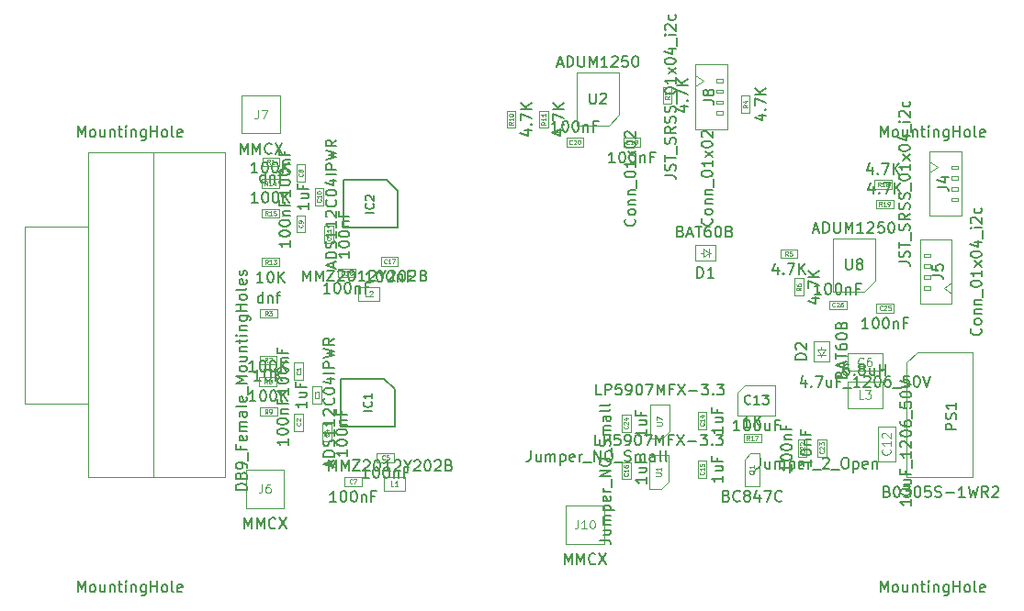
<source format=gbr>
G04 #@! TF.GenerationSoftware,KiCad,Pcbnew,(5.1.5-0)*
G04 #@! TF.CreationDate,2021-08-24T11:58:41-06:00*
G04 #@! TF.ProjectId,2ch-ads,3263682d-6164-4732-9e6b-696361645f70,rev?*
G04 #@! TF.SameCoordinates,Original*
G04 #@! TF.FileFunction,Other,Fab,Top*
%FSLAX46Y46*%
G04 Gerber Fmt 4.6, Leading zero omitted, Abs format (unit mm)*
G04 Created by KiCad (PCBNEW (5.1.5-0)) date 2021-08-24 11:58:41*
%MOMM*%
%LPD*%
G04 APERTURE LIST*
%ADD10C,0.100000*%
%ADD11C,0.150000*%
%ADD12C,0.060000*%
%ADD13C,0.130000*%
%ADD14C,0.120000*%
%ADD15C,0.075000*%
%ADD16C,0.080000*%
G04 APERTURE END LIST*
D10*
X108975000Y-99850000D02*
X110575000Y-99850000D01*
X108975000Y-100650000D02*
X108975000Y-99850000D01*
X110575000Y-100650000D02*
X108975000Y-100650000D01*
X110575000Y-99850000D02*
X110575000Y-100650000D01*
X142100000Y-81925000D02*
X141125000Y-82900000D01*
X142100000Y-78000000D02*
X142100000Y-81925000D01*
X138200000Y-78000000D02*
X142100000Y-78000000D01*
X138200000Y-82900000D02*
X138200000Y-78000000D01*
X141125000Y-82900000D02*
X138200000Y-82900000D01*
X135550000Y-81525000D02*
X135550000Y-83125000D01*
X134750000Y-81525000D02*
X135550000Y-81525000D01*
X134750000Y-83125000D02*
X134750000Y-81525000D01*
X135550000Y-83125000D02*
X134750000Y-83125000D01*
X132550000Y-81525000D02*
X132550000Y-83125000D01*
X131750000Y-81525000D02*
X132550000Y-81525000D01*
X131750000Y-83125000D02*
X131750000Y-81525000D01*
X132550000Y-83125000D02*
X131750000Y-83125000D01*
X154150000Y-80125000D02*
X154150000Y-81725000D01*
X153350000Y-80125000D02*
X154150000Y-80125000D01*
X153350000Y-81725000D02*
X153350000Y-80125000D01*
X154150000Y-81725000D02*
X153350000Y-81725000D01*
X146950000Y-79325000D02*
X146950000Y-80925000D01*
X146150000Y-79325000D02*
X146950000Y-79325000D01*
X146150000Y-80925000D02*
X146150000Y-79325000D01*
X146950000Y-80925000D02*
X146150000Y-80925000D01*
X149857107Y-78750000D02*
X149150000Y-79250000D01*
X149150000Y-78250000D02*
X149857107Y-78750000D01*
X151700000Y-81900000D02*
X151700000Y-81600000D01*
X151100000Y-81900000D02*
X151700000Y-81900000D01*
X151100000Y-81600000D02*
X151100000Y-81900000D01*
X151700000Y-81600000D02*
X151100000Y-81600000D01*
X151700000Y-80900000D02*
X151700000Y-80600000D01*
X151100000Y-80900000D02*
X151700000Y-80900000D01*
X151100000Y-80600000D02*
X151100000Y-80900000D01*
X151700000Y-80600000D02*
X151100000Y-80600000D01*
X151700000Y-79900000D02*
X151700000Y-79600000D01*
X151100000Y-79900000D02*
X151700000Y-79900000D01*
X151100000Y-79600000D02*
X151100000Y-79900000D01*
X151700000Y-79600000D02*
X151100000Y-79600000D01*
X151700000Y-78900000D02*
X151700000Y-78600000D01*
X151100000Y-78900000D02*
X151700000Y-78900000D01*
X151100000Y-78600000D02*
X151100000Y-78900000D01*
X151700000Y-78600000D02*
X151100000Y-78600000D01*
X149150000Y-83250000D02*
X152050000Y-83250000D01*
X149150000Y-77250000D02*
X152050000Y-77250000D01*
X152050000Y-77250000D02*
X152050000Y-83250000D01*
X149150000Y-77250000D02*
X149150000Y-83250000D01*
D11*
X120650000Y-87950000D02*
X121650000Y-88950000D01*
X116650000Y-87950000D02*
X120650000Y-87950000D01*
X116650000Y-92350000D02*
X116650000Y-87950000D01*
X121650000Y-92350000D02*
X116650000Y-92350000D01*
X121650000Y-88950000D02*
X121650000Y-92350000D01*
X120450000Y-106250000D02*
X121450000Y-107250000D01*
X116450000Y-106250000D02*
X120450000Y-106250000D01*
X116450000Y-110650000D02*
X116450000Y-106250000D01*
X121450000Y-110650000D02*
X116450000Y-110650000D01*
X121450000Y-107250000D02*
X121450000Y-110650000D01*
D10*
X137225000Y-84050000D02*
X138825000Y-84050000D01*
X137225000Y-84850000D02*
X137225000Y-84050000D01*
X138825000Y-84850000D02*
X137225000Y-84850000D01*
X138825000Y-84050000D02*
X138825000Y-84850000D01*
X144075000Y-84850000D02*
X142475000Y-84850000D01*
X144075000Y-84050000D02*
X144075000Y-84850000D01*
X142475000Y-84050000D02*
X144075000Y-84050000D01*
X142475000Y-84850000D02*
X142475000Y-84050000D01*
X117800000Y-96900000D02*
X116200000Y-96900000D01*
X117800000Y-96100000D02*
X117800000Y-96900000D01*
X116200000Y-96100000D02*
X117800000Y-96100000D01*
X116200000Y-96900000D02*
X116200000Y-96100000D01*
X121725000Y-95850000D02*
X120125000Y-95850000D01*
X121725000Y-95050000D02*
X121725000Y-95850000D01*
X120125000Y-95050000D02*
X121725000Y-95050000D01*
X120125000Y-95850000D02*
X120125000Y-95050000D01*
X115750000Y-92175000D02*
X115750000Y-93775000D01*
X114950000Y-92175000D02*
X115750000Y-92175000D01*
X114950000Y-93775000D02*
X114950000Y-92175000D01*
X115750000Y-93775000D02*
X114950000Y-93775000D01*
X114050000Y-90275000D02*
X114050000Y-88675000D01*
X114850000Y-90275000D02*
X114050000Y-90275000D01*
X114850000Y-88675000D02*
X114850000Y-90275000D01*
X114050000Y-88675000D02*
X114850000Y-88675000D01*
X112350000Y-92775000D02*
X112350000Y-91175000D01*
X113150000Y-92775000D02*
X112350000Y-92775000D01*
X113150000Y-91175000D02*
X113150000Y-92775000D01*
X112350000Y-91175000D02*
X113150000Y-91175000D01*
X112350000Y-88075000D02*
X112350000Y-86475000D01*
X113150000Y-88075000D02*
X112350000Y-88075000D01*
X113150000Y-86475000D02*
X113150000Y-88075000D01*
X112350000Y-86475000D02*
X113150000Y-86475000D01*
X118375000Y-116150000D02*
X116775000Y-116150000D01*
X118375000Y-115350000D02*
X118375000Y-116150000D01*
X116775000Y-115350000D02*
X118375000Y-115350000D01*
X116775000Y-116150000D02*
X116775000Y-115350000D01*
X121375000Y-113950000D02*
X119775000Y-113950000D01*
X121375000Y-113150000D02*
X121375000Y-113950000D01*
X119775000Y-113150000D02*
X121375000Y-113150000D01*
X119775000Y-113950000D02*
X119775000Y-113150000D01*
X115550000Y-110475000D02*
X115550000Y-112075000D01*
X114750000Y-110475000D02*
X115550000Y-110475000D01*
X114750000Y-112075000D02*
X114750000Y-110475000D01*
X115550000Y-112075000D02*
X114750000Y-112075000D01*
X113850000Y-108575000D02*
X113850000Y-106975000D01*
X114650000Y-108575000D02*
X113850000Y-108575000D01*
X114650000Y-106975000D02*
X114650000Y-108575000D01*
X113850000Y-106975000D02*
X114650000Y-106975000D01*
X112150000Y-111075000D02*
X112150000Y-109475000D01*
X112950000Y-111075000D02*
X112150000Y-111075000D01*
X112950000Y-109475000D02*
X112950000Y-111075000D01*
X112150000Y-109475000D02*
X112950000Y-109475000D01*
X112150000Y-106375000D02*
X112150000Y-104775000D01*
X112950000Y-106375000D02*
X112150000Y-106375000D01*
X112950000Y-104775000D02*
X112950000Y-106375000D01*
X112150000Y-104775000D02*
X112950000Y-104775000D01*
X156512500Y-109650000D02*
X156512500Y-106850000D01*
X153012500Y-109650000D02*
X156512500Y-109650000D01*
X153012500Y-107550000D02*
X153012500Y-109650000D01*
X153712500Y-106850000D02*
X153012500Y-107550000D01*
X156512500Y-106850000D02*
X153712500Y-106850000D01*
X137195000Y-121505000D02*
X140705000Y-121505000D01*
X137195000Y-117995000D02*
X140705000Y-117995000D01*
X140705000Y-117995000D02*
X140705000Y-121505000D01*
X137195000Y-117995000D02*
X137195000Y-121505000D01*
X165775000Y-89750000D02*
X167375000Y-89750000D01*
X165775000Y-90550000D02*
X165775000Y-89750000D01*
X167375000Y-90550000D02*
X165775000Y-90550000D01*
X167375000Y-89750000D02*
X167375000Y-90550000D01*
X165650000Y-87950000D02*
X167250000Y-87950000D01*
X165650000Y-88750000D02*
X165650000Y-87950000D01*
X167250000Y-88750000D02*
X165650000Y-88750000D01*
X167250000Y-87950000D02*
X167250000Y-88750000D01*
X107325000Y-83635000D02*
X110835000Y-83635000D01*
X107325000Y-80125000D02*
X110835000Y-80125000D01*
X110835000Y-80125000D02*
X110835000Y-83635000D01*
X107325000Y-80125000D02*
X107325000Y-83635000D01*
X107695000Y-118205000D02*
X111205000Y-118205000D01*
X107695000Y-114695000D02*
X111205000Y-114695000D01*
X111205000Y-114695000D02*
X111205000Y-118205000D01*
X107695000Y-114695000D02*
X107695000Y-118205000D01*
X161450000Y-99050000D02*
X163050000Y-99050000D01*
X161450000Y-99850000D02*
X161450000Y-99050000D01*
X163050000Y-99850000D02*
X161450000Y-99850000D01*
X163050000Y-99050000D02*
X163050000Y-99850000D01*
X167425000Y-100150000D02*
X165825000Y-100150000D01*
X167425000Y-99350000D02*
X167425000Y-100150000D01*
X165825000Y-99350000D02*
X167425000Y-99350000D01*
X165825000Y-100150000D02*
X165825000Y-99350000D01*
X165700000Y-97225000D02*
X164725000Y-98200000D01*
X165700000Y-93300000D02*
X165700000Y-97225000D01*
X161800000Y-93300000D02*
X165700000Y-93300000D01*
X161800000Y-98200000D02*
X161800000Y-93300000D01*
X164725000Y-98200000D02*
X161800000Y-98200000D01*
X144950000Y-111750000D02*
X144950000Y-108650000D01*
X144950000Y-108650000D02*
X146750000Y-108650000D01*
X146750000Y-111100000D02*
X146750000Y-108650000D01*
X144950000Y-111750000D02*
X146100000Y-111750000D01*
X146750000Y-111100000D02*
X146100000Y-111750000D01*
X144850000Y-116410000D02*
X144850000Y-113310000D01*
X144850000Y-113310000D02*
X146650000Y-113310000D01*
X146650000Y-115760000D02*
X146650000Y-113310000D01*
X144850000Y-116410000D02*
X146000000Y-116410000D01*
X146650000Y-115760000D02*
X146000000Y-116410000D01*
X153575000Y-111350000D02*
X155175000Y-111350000D01*
X153575000Y-112150000D02*
X153575000Y-111350000D01*
X155175000Y-112150000D02*
X153575000Y-112150000D01*
X155175000Y-111350000D02*
X155175000Y-112150000D01*
X163150000Y-106500000D02*
X166350000Y-106500000D01*
X163150000Y-109000000D02*
X163150000Y-106500000D01*
X166350000Y-109000000D02*
X163150000Y-109000000D01*
X166350000Y-106500000D02*
X166350000Y-109000000D01*
X172750000Y-99380000D02*
X172750000Y-93380000D01*
X169850000Y-99380000D02*
X169850000Y-93380000D01*
X172750000Y-99380000D02*
X169850000Y-99380000D01*
X172750000Y-93380000D02*
X169850000Y-93380000D01*
X170200000Y-98030000D02*
X170800000Y-98030000D01*
X170800000Y-98030000D02*
X170800000Y-97730000D01*
X170800000Y-97730000D02*
X170200000Y-97730000D01*
X170200000Y-97730000D02*
X170200000Y-98030000D01*
X170200000Y-97030000D02*
X170800000Y-97030000D01*
X170800000Y-97030000D02*
X170800000Y-96730000D01*
X170800000Y-96730000D02*
X170200000Y-96730000D01*
X170200000Y-96730000D02*
X170200000Y-97030000D01*
X170200000Y-96030000D02*
X170800000Y-96030000D01*
X170800000Y-96030000D02*
X170800000Y-95730000D01*
X170800000Y-95730000D02*
X170200000Y-95730000D01*
X170200000Y-95730000D02*
X170200000Y-96030000D01*
X170200000Y-95030000D02*
X170800000Y-95030000D01*
X170800000Y-95030000D02*
X170800000Y-94730000D01*
X170800000Y-94730000D02*
X170200000Y-94730000D01*
X170200000Y-94730000D02*
X170200000Y-95030000D01*
X172750000Y-98380000D02*
X172042893Y-97880000D01*
X172042893Y-97880000D02*
X172750000Y-97380000D01*
X170750000Y-85250000D02*
X170750000Y-91250000D01*
X173650000Y-85250000D02*
X173650000Y-91250000D01*
X170750000Y-85250000D02*
X173650000Y-85250000D01*
X170750000Y-91250000D02*
X173650000Y-91250000D01*
X173300000Y-86600000D02*
X172700000Y-86600000D01*
X172700000Y-86600000D02*
X172700000Y-86900000D01*
X172700000Y-86900000D02*
X173300000Y-86900000D01*
X173300000Y-86900000D02*
X173300000Y-86600000D01*
X173300000Y-87600000D02*
X172700000Y-87600000D01*
X172700000Y-87600000D02*
X172700000Y-87900000D01*
X172700000Y-87900000D02*
X173300000Y-87900000D01*
X173300000Y-87900000D02*
X173300000Y-87600000D01*
X173300000Y-88600000D02*
X172700000Y-88600000D01*
X172700000Y-88600000D02*
X172700000Y-88900000D01*
X172700000Y-88900000D02*
X173300000Y-88900000D01*
X173300000Y-88900000D02*
X173300000Y-88600000D01*
X173300000Y-89600000D02*
X172700000Y-89600000D01*
X172700000Y-89600000D02*
X172700000Y-89900000D01*
X172700000Y-89900000D02*
X173300000Y-89900000D01*
X173300000Y-89900000D02*
X173300000Y-89600000D01*
X170750000Y-86250000D02*
X171457107Y-86750000D01*
X171457107Y-86750000D02*
X170750000Y-87250000D01*
X143150000Y-109575000D02*
X143150000Y-111175000D01*
X142350000Y-109575000D02*
X143150000Y-109575000D01*
X142350000Y-111175000D02*
X142350000Y-109575000D01*
X143150000Y-111175000D02*
X142350000Y-111175000D01*
X143150000Y-113950000D02*
X143150000Y-115550000D01*
X142350000Y-113950000D02*
X143150000Y-113950000D01*
X142350000Y-115550000D02*
X142350000Y-113950000D01*
X143150000Y-115550000D02*
X142350000Y-115550000D01*
X150150000Y-113825000D02*
X150150000Y-115425000D01*
X149350000Y-113825000D02*
X150150000Y-113825000D01*
X149350000Y-115425000D02*
X149350000Y-113825000D01*
X150150000Y-115425000D02*
X149350000Y-115425000D01*
X150150000Y-109325000D02*
X150150000Y-110925000D01*
X149350000Y-109325000D02*
X150150000Y-109325000D01*
X149350000Y-110925000D02*
X149350000Y-109325000D01*
X150150000Y-110925000D02*
X149350000Y-110925000D01*
X167550000Y-110662500D02*
X167550000Y-113862500D01*
X165950000Y-110662500D02*
X167550000Y-110662500D01*
X165950000Y-113862500D02*
X165950000Y-110662500D01*
X167550000Y-113862500D02*
X165950000Y-113862500D01*
X166350000Y-105550000D02*
X163150000Y-105550000D01*
X166350000Y-103950000D02*
X166350000Y-105550000D01*
X163150000Y-103950000D02*
X166350000Y-103950000D01*
X163150000Y-105550000D02*
X163150000Y-103950000D01*
X159075000Y-97000000D02*
X159075000Y-98600000D01*
X158275000Y-97000000D02*
X159075000Y-97000000D01*
X158275000Y-98600000D02*
X158275000Y-97000000D01*
X159075000Y-98600000D02*
X158275000Y-98600000D01*
X158550000Y-95150000D02*
X156950000Y-95150000D01*
X158550000Y-94350000D02*
X158550000Y-95150000D01*
X156950000Y-94350000D02*
X158550000Y-94350000D01*
X156950000Y-95150000D02*
X156950000Y-94350000D01*
X168620000Y-115330000D02*
X174720000Y-115330000D01*
X168620000Y-104800000D02*
X168620000Y-115330000D01*
X169620000Y-103800000D02*
X174720000Y-103800000D01*
X169620000Y-103800000D02*
X168620000Y-104800000D01*
X174720000Y-103800000D02*
X174720000Y-115330000D01*
X153650000Y-116170000D02*
X155050000Y-116170000D01*
X155050000Y-113130000D02*
X155050000Y-116170000D01*
X153650000Y-113700000D02*
X154200000Y-113130000D01*
X154200000Y-113130000D02*
X155050000Y-113130000D01*
X153650000Y-113700000D02*
X153650000Y-116150000D01*
X160050000Y-104650000D02*
X160050000Y-102850000D01*
X160050000Y-102850000D02*
X161450000Y-102850000D01*
X161450000Y-102850000D02*
X161450000Y-104650000D01*
X161450000Y-104650000D02*
X160050000Y-104650000D01*
X160400000Y-104050000D02*
X161100000Y-104050000D01*
X160750000Y-104050000D02*
X160750000Y-104250000D01*
X160750000Y-104050000D02*
X160400000Y-103550000D01*
X160400000Y-103550000D02*
X161100000Y-103550000D01*
X161100000Y-103550000D02*
X160750000Y-104050000D01*
X160750000Y-103550000D02*
X160750000Y-103300000D01*
X150950000Y-95350000D02*
X149150000Y-95350000D01*
X149150000Y-95350000D02*
X149150000Y-93950000D01*
X149150000Y-93950000D02*
X150950000Y-93950000D01*
X150950000Y-93950000D02*
X150950000Y-95350000D01*
X150350000Y-95000000D02*
X150350000Y-94300000D01*
X150350000Y-94650000D02*
X150550000Y-94650000D01*
X150350000Y-94650000D02*
X149850000Y-95000000D01*
X149850000Y-95000000D02*
X149850000Y-94300000D01*
X149850000Y-94300000D02*
X150350000Y-94650000D01*
X149850000Y-94650000D02*
X149600000Y-94650000D01*
X160400000Y-113450000D02*
X160400000Y-111850000D01*
X161200000Y-113450000D02*
X160400000Y-113450000D01*
X161200000Y-111850000D02*
X161200000Y-113450000D01*
X160400000Y-111850000D02*
X161200000Y-111850000D01*
X158600000Y-113450000D02*
X158600000Y-111850000D01*
X159400000Y-113450000D02*
X158600000Y-113450000D01*
X159400000Y-111850000D02*
X159400000Y-113450000D01*
X158600000Y-111850000D02*
X159400000Y-111850000D01*
X118025000Y-97850000D02*
X120025000Y-97850000D01*
X118025000Y-99050000D02*
X118025000Y-97850000D01*
X120025000Y-99050000D02*
X118025000Y-99050000D01*
X120025000Y-97850000D02*
X120025000Y-99050000D01*
X120375000Y-115375000D02*
X122375000Y-115375000D01*
X120375000Y-116575000D02*
X120375000Y-115375000D01*
X122375000Y-116575000D02*
X120375000Y-116575000D01*
X122375000Y-115375000D02*
X122375000Y-116575000D01*
X109168000Y-90600000D02*
X110768000Y-90600000D01*
X109168000Y-91400000D02*
X109168000Y-90600000D01*
X110768000Y-91400000D02*
X109168000Y-91400000D01*
X110768000Y-90600000D02*
X110768000Y-91400000D01*
X109136000Y-87850000D02*
X110736000Y-87850000D01*
X109136000Y-88650000D02*
X109136000Y-87850000D01*
X110736000Y-88650000D02*
X109136000Y-88650000D01*
X110736000Y-87850000D02*
X110736000Y-88650000D01*
X110768000Y-95900000D02*
X109168000Y-95900000D01*
X110768000Y-95100000D02*
X110768000Y-95900000D01*
X109168000Y-95100000D02*
X110768000Y-95100000D01*
X109168000Y-95900000D02*
X109168000Y-95100000D01*
X108968000Y-108900000D02*
X110568000Y-108900000D01*
X108968000Y-109700000D02*
X108968000Y-108900000D01*
X110568000Y-109700000D02*
X108968000Y-109700000D01*
X110568000Y-108900000D02*
X110568000Y-109700000D01*
X108936000Y-106150000D02*
X110536000Y-106150000D01*
X108936000Y-106950000D02*
X108936000Y-106150000D01*
X110536000Y-106950000D02*
X108936000Y-106950000D01*
X110536000Y-106150000D02*
X110536000Y-106950000D01*
X110550000Y-104950000D02*
X108950000Y-104950000D01*
X110550000Y-104150000D02*
X110550000Y-104950000D01*
X108950000Y-104150000D02*
X110550000Y-104150000D01*
X108950000Y-104950000D02*
X108950000Y-104150000D01*
X110800000Y-86650000D02*
X109200000Y-86650000D01*
X110800000Y-85850000D02*
X110800000Y-86650000D01*
X109200000Y-85850000D02*
X110800000Y-85850000D01*
X109200000Y-86650000D02*
X109200000Y-85850000D01*
X87323000Y-92221000D02*
X87323000Y-108561000D01*
X93123000Y-92221000D02*
X87323000Y-92221000D01*
X93123000Y-108561000D02*
X87323000Y-108561000D01*
X105793000Y-85341000D02*
X93123000Y-85341000D01*
X93123000Y-85341000D02*
X93123000Y-115321000D01*
X93123000Y-115321000D02*
X105793000Y-115321000D01*
X105793000Y-115321000D02*
X105793000Y-85341000D01*
X99183000Y-85341000D02*
X99183000Y-115321000D01*
D11*
X109251190Y-99272380D02*
X109251190Y-98272380D01*
X109251190Y-99224761D02*
X109155952Y-99272380D01*
X108965476Y-99272380D01*
X108870238Y-99224761D01*
X108822619Y-99177142D01*
X108775000Y-99081904D01*
X108775000Y-98796190D01*
X108822619Y-98700952D01*
X108870238Y-98653333D01*
X108965476Y-98605714D01*
X109155952Y-98605714D01*
X109251190Y-98653333D01*
X109727380Y-98605714D02*
X109727380Y-99272380D01*
X109727380Y-98700952D02*
X109775000Y-98653333D01*
X109870238Y-98605714D01*
X110013095Y-98605714D01*
X110108333Y-98653333D01*
X110155952Y-98748571D01*
X110155952Y-99272380D01*
X110489285Y-98605714D02*
X110870238Y-98605714D01*
X110632142Y-99272380D02*
X110632142Y-98415238D01*
X110679761Y-98320000D01*
X110775000Y-98272380D01*
X110870238Y-98272380D01*
D12*
X109708333Y-100430952D02*
X109575000Y-100240476D01*
X109479761Y-100430952D02*
X109479761Y-100030952D01*
X109632142Y-100030952D01*
X109670238Y-100050000D01*
X109689285Y-100069047D01*
X109708333Y-100107142D01*
X109708333Y-100164285D01*
X109689285Y-100202380D01*
X109670238Y-100221428D01*
X109632142Y-100240476D01*
X109479761Y-100240476D01*
X109841666Y-100030952D02*
X110089285Y-100030952D01*
X109955952Y-100183333D01*
X110013095Y-100183333D01*
X110051190Y-100202380D01*
X110070238Y-100221428D01*
X110089285Y-100259523D01*
X110089285Y-100354761D01*
X110070238Y-100392857D01*
X110051190Y-100411904D01*
X110013095Y-100430952D01*
X109898809Y-100430952D01*
X109860714Y-100411904D01*
X109841666Y-100392857D01*
D11*
X136411904Y-77216666D02*
X136888095Y-77216666D01*
X136316666Y-77502380D02*
X136650000Y-76502380D01*
X136983333Y-77502380D01*
X137316666Y-77502380D02*
X137316666Y-76502380D01*
X137554761Y-76502380D01*
X137697619Y-76550000D01*
X137792857Y-76645238D01*
X137840476Y-76740476D01*
X137888095Y-76930952D01*
X137888095Y-77073809D01*
X137840476Y-77264285D01*
X137792857Y-77359523D01*
X137697619Y-77454761D01*
X137554761Y-77502380D01*
X137316666Y-77502380D01*
X138316666Y-76502380D02*
X138316666Y-77311904D01*
X138364285Y-77407142D01*
X138411904Y-77454761D01*
X138507142Y-77502380D01*
X138697619Y-77502380D01*
X138792857Y-77454761D01*
X138840476Y-77407142D01*
X138888095Y-77311904D01*
X138888095Y-76502380D01*
X139364285Y-77502380D02*
X139364285Y-76502380D01*
X139697619Y-77216666D01*
X140030952Y-76502380D01*
X140030952Y-77502380D01*
X141030952Y-77502380D02*
X140459523Y-77502380D01*
X140745238Y-77502380D02*
X140745238Y-76502380D01*
X140650000Y-76645238D01*
X140554761Y-76740476D01*
X140459523Y-76788095D01*
X141411904Y-76597619D02*
X141459523Y-76550000D01*
X141554761Y-76502380D01*
X141792857Y-76502380D01*
X141888095Y-76550000D01*
X141935714Y-76597619D01*
X141983333Y-76692857D01*
X141983333Y-76788095D01*
X141935714Y-76930952D01*
X141364285Y-77502380D01*
X141983333Y-77502380D01*
X142888095Y-76502380D02*
X142411904Y-76502380D01*
X142364285Y-76978571D01*
X142411904Y-76930952D01*
X142507142Y-76883333D01*
X142745238Y-76883333D01*
X142840476Y-76930952D01*
X142888095Y-76978571D01*
X142935714Y-77073809D01*
X142935714Y-77311904D01*
X142888095Y-77407142D01*
X142840476Y-77454761D01*
X142745238Y-77502380D01*
X142507142Y-77502380D01*
X142411904Y-77454761D01*
X142364285Y-77407142D01*
X143554761Y-76502380D02*
X143650000Y-76502380D01*
X143745238Y-76550000D01*
X143792857Y-76597619D01*
X143840476Y-76692857D01*
X143888095Y-76883333D01*
X143888095Y-77121428D01*
X143840476Y-77311904D01*
X143792857Y-77407142D01*
X143745238Y-77454761D01*
X143650000Y-77502380D01*
X143554761Y-77502380D01*
X143459523Y-77454761D01*
X143411904Y-77407142D01*
X143364285Y-77311904D01*
X143316666Y-77121428D01*
X143316666Y-76883333D01*
X143364285Y-76692857D01*
X143411904Y-76597619D01*
X143459523Y-76550000D01*
X143554761Y-76502380D01*
X139403333Y-79913333D02*
X139403333Y-80706666D01*
X139450000Y-80800000D01*
X139496666Y-80846666D01*
X139590000Y-80893333D01*
X139776666Y-80893333D01*
X139870000Y-80846666D01*
X139916666Y-80800000D01*
X139963333Y-80706666D01*
X139963333Y-79913333D01*
X140383333Y-80006666D02*
X140430000Y-79960000D01*
X140523333Y-79913333D01*
X140756666Y-79913333D01*
X140850000Y-79960000D01*
X140896666Y-80006666D01*
X140943333Y-80100000D01*
X140943333Y-80193333D01*
X140896666Y-80333333D01*
X140336666Y-80893333D01*
X140943333Y-80893333D01*
X136365714Y-83348809D02*
X137032380Y-83348809D01*
X135984761Y-83586904D02*
X136699047Y-83825000D01*
X136699047Y-83205952D01*
X136937142Y-82825000D02*
X136984761Y-82777380D01*
X137032380Y-82825000D01*
X136984761Y-82872619D01*
X136937142Y-82825000D01*
X137032380Y-82825000D01*
X136032380Y-82444047D02*
X136032380Y-81777380D01*
X137032380Y-82205952D01*
X137032380Y-81396428D02*
X136032380Y-81396428D01*
X137032380Y-80825000D02*
X136460952Y-81253571D01*
X136032380Y-80825000D02*
X136603809Y-81396428D01*
D12*
X135330952Y-82582142D02*
X135140476Y-82715476D01*
X135330952Y-82810714D02*
X134930952Y-82810714D01*
X134930952Y-82658333D01*
X134950000Y-82620238D01*
X134969047Y-82601190D01*
X135007142Y-82582142D01*
X135064285Y-82582142D01*
X135102380Y-82601190D01*
X135121428Y-82620238D01*
X135140476Y-82658333D01*
X135140476Y-82810714D01*
X135330952Y-82201190D02*
X135330952Y-82429761D01*
X135330952Y-82315476D02*
X134930952Y-82315476D01*
X134988095Y-82353571D01*
X135026190Y-82391666D01*
X135045238Y-82429761D01*
X135330952Y-81820238D02*
X135330952Y-82048809D01*
X135330952Y-81934523D02*
X134930952Y-81934523D01*
X134988095Y-81972619D01*
X135026190Y-82010714D01*
X135045238Y-82048809D01*
D11*
X133365714Y-83348809D02*
X134032380Y-83348809D01*
X132984761Y-83586904D02*
X133699047Y-83825000D01*
X133699047Y-83205952D01*
X133937142Y-82825000D02*
X133984761Y-82777380D01*
X134032380Y-82825000D01*
X133984761Y-82872619D01*
X133937142Y-82825000D01*
X134032380Y-82825000D01*
X133032380Y-82444047D02*
X133032380Y-81777380D01*
X134032380Y-82205952D01*
X134032380Y-81396428D02*
X133032380Y-81396428D01*
X134032380Y-80825000D02*
X133460952Y-81253571D01*
X133032380Y-80825000D02*
X133603809Y-81396428D01*
D12*
X132330952Y-82582142D02*
X132140476Y-82715476D01*
X132330952Y-82810714D02*
X131930952Y-82810714D01*
X131930952Y-82658333D01*
X131950000Y-82620238D01*
X131969047Y-82601190D01*
X132007142Y-82582142D01*
X132064285Y-82582142D01*
X132102380Y-82601190D01*
X132121428Y-82620238D01*
X132140476Y-82658333D01*
X132140476Y-82810714D01*
X132330952Y-82201190D02*
X132330952Y-82429761D01*
X132330952Y-82315476D02*
X131930952Y-82315476D01*
X131988095Y-82353571D01*
X132026190Y-82391666D01*
X132045238Y-82429761D01*
X131930952Y-81953571D02*
X131930952Y-81915476D01*
X131950000Y-81877380D01*
X131969047Y-81858333D01*
X132007142Y-81839285D01*
X132083333Y-81820238D01*
X132178571Y-81820238D01*
X132254761Y-81839285D01*
X132292857Y-81858333D01*
X132311904Y-81877380D01*
X132330952Y-81915476D01*
X132330952Y-81953571D01*
X132311904Y-81991666D01*
X132292857Y-82010714D01*
X132254761Y-82029761D01*
X132178571Y-82048809D01*
X132083333Y-82048809D01*
X132007142Y-82029761D01*
X131969047Y-82010714D01*
X131950000Y-81991666D01*
X131930952Y-81953571D01*
D11*
X154965714Y-81948809D02*
X155632380Y-81948809D01*
X154584761Y-82186904D02*
X155299047Y-82425000D01*
X155299047Y-81805952D01*
X155537142Y-81425000D02*
X155584761Y-81377380D01*
X155632380Y-81425000D01*
X155584761Y-81472619D01*
X155537142Y-81425000D01*
X155632380Y-81425000D01*
X154632380Y-81044047D02*
X154632380Y-80377380D01*
X155632380Y-80805952D01*
X155632380Y-79996428D02*
X154632380Y-79996428D01*
X155632380Y-79425000D02*
X155060952Y-79853571D01*
X154632380Y-79425000D02*
X155203809Y-79996428D01*
D12*
X153930952Y-80991666D02*
X153740476Y-81125000D01*
X153930952Y-81220238D02*
X153530952Y-81220238D01*
X153530952Y-81067857D01*
X153550000Y-81029761D01*
X153569047Y-81010714D01*
X153607142Y-80991666D01*
X153664285Y-80991666D01*
X153702380Y-81010714D01*
X153721428Y-81029761D01*
X153740476Y-81067857D01*
X153740476Y-81220238D01*
X153664285Y-80648809D02*
X153930952Y-80648809D01*
X153511904Y-80744047D02*
X153797619Y-80839285D01*
X153797619Y-80591666D01*
D11*
X147765714Y-81148809D02*
X148432380Y-81148809D01*
X147384761Y-81386904D02*
X148099047Y-81625000D01*
X148099047Y-81005952D01*
X148337142Y-80625000D02*
X148384761Y-80577380D01*
X148432380Y-80625000D01*
X148384761Y-80672619D01*
X148337142Y-80625000D01*
X148432380Y-80625000D01*
X147432380Y-80244047D02*
X147432380Y-79577380D01*
X148432380Y-80005952D01*
X148432380Y-79196428D02*
X147432380Y-79196428D01*
X148432380Y-78625000D02*
X147860952Y-79053571D01*
X147432380Y-78625000D02*
X148003809Y-79196428D01*
D12*
X146730952Y-80191666D02*
X146540476Y-80325000D01*
X146730952Y-80420238D02*
X146330952Y-80420238D01*
X146330952Y-80267857D01*
X146350000Y-80229761D01*
X146369047Y-80210714D01*
X146407142Y-80191666D01*
X146464285Y-80191666D01*
X146502380Y-80210714D01*
X146521428Y-80229761D01*
X146540476Y-80267857D01*
X146540476Y-80420238D01*
X146369047Y-80039285D02*
X146350000Y-80020238D01*
X146330952Y-79982142D01*
X146330952Y-79886904D01*
X146350000Y-79848809D01*
X146369047Y-79829761D01*
X146407142Y-79810714D01*
X146445238Y-79810714D01*
X146502380Y-79829761D01*
X146730952Y-80058333D01*
X146730952Y-79810714D01*
D11*
X146302380Y-87488095D02*
X147016666Y-87488095D01*
X147159523Y-87535714D01*
X147254761Y-87630952D01*
X147302380Y-87773809D01*
X147302380Y-87869047D01*
X147254761Y-87059523D02*
X147302380Y-86916666D01*
X147302380Y-86678571D01*
X147254761Y-86583333D01*
X147207142Y-86535714D01*
X147111904Y-86488095D01*
X147016666Y-86488095D01*
X146921428Y-86535714D01*
X146873809Y-86583333D01*
X146826190Y-86678571D01*
X146778571Y-86869047D01*
X146730952Y-86964285D01*
X146683333Y-87011904D01*
X146588095Y-87059523D01*
X146492857Y-87059523D01*
X146397619Y-87011904D01*
X146350000Y-86964285D01*
X146302380Y-86869047D01*
X146302380Y-86630952D01*
X146350000Y-86488095D01*
X146302380Y-86202380D02*
X146302380Y-85630952D01*
X147302380Y-85916666D02*
X146302380Y-85916666D01*
X147397619Y-85535714D02*
X147397619Y-84773809D01*
X147254761Y-84583333D02*
X147302380Y-84440476D01*
X147302380Y-84202380D01*
X147254761Y-84107142D01*
X147207142Y-84059523D01*
X147111904Y-84011904D01*
X147016666Y-84011904D01*
X146921428Y-84059523D01*
X146873809Y-84107142D01*
X146826190Y-84202380D01*
X146778571Y-84392857D01*
X146730952Y-84488095D01*
X146683333Y-84535714D01*
X146588095Y-84583333D01*
X146492857Y-84583333D01*
X146397619Y-84535714D01*
X146350000Y-84488095D01*
X146302380Y-84392857D01*
X146302380Y-84154761D01*
X146350000Y-84011904D01*
X147302380Y-83011904D02*
X146826190Y-83345238D01*
X147302380Y-83583333D02*
X146302380Y-83583333D01*
X146302380Y-83202380D01*
X146350000Y-83107142D01*
X146397619Y-83059523D01*
X146492857Y-83011904D01*
X146635714Y-83011904D01*
X146730952Y-83059523D01*
X146778571Y-83107142D01*
X146826190Y-83202380D01*
X146826190Y-83583333D01*
X147254761Y-82630952D02*
X147302380Y-82488095D01*
X147302380Y-82250000D01*
X147254761Y-82154761D01*
X147207142Y-82107142D01*
X147111904Y-82059523D01*
X147016666Y-82059523D01*
X146921428Y-82107142D01*
X146873809Y-82154761D01*
X146826190Y-82250000D01*
X146778571Y-82440476D01*
X146730952Y-82535714D01*
X146683333Y-82583333D01*
X146588095Y-82630952D01*
X146492857Y-82630952D01*
X146397619Y-82583333D01*
X146350000Y-82535714D01*
X146302380Y-82440476D01*
X146302380Y-82202380D01*
X146350000Y-82059523D01*
X147254761Y-81678571D02*
X147302380Y-81535714D01*
X147302380Y-81297619D01*
X147254761Y-81202380D01*
X147207142Y-81154761D01*
X147111904Y-81107142D01*
X147016666Y-81107142D01*
X146921428Y-81154761D01*
X146873809Y-81202380D01*
X146826190Y-81297619D01*
X146778571Y-81488095D01*
X146730952Y-81583333D01*
X146683333Y-81630952D01*
X146588095Y-81678571D01*
X146492857Y-81678571D01*
X146397619Y-81630952D01*
X146350000Y-81583333D01*
X146302380Y-81488095D01*
X146302380Y-81250000D01*
X146350000Y-81107142D01*
X147397619Y-80916666D02*
X147397619Y-80154761D01*
X146302380Y-79726190D02*
X146302380Y-79630952D01*
X146350000Y-79535714D01*
X146397619Y-79488095D01*
X146492857Y-79440476D01*
X146683333Y-79392857D01*
X146921428Y-79392857D01*
X147111904Y-79440476D01*
X147207142Y-79488095D01*
X147254761Y-79535714D01*
X147302380Y-79630952D01*
X147302380Y-79726190D01*
X147254761Y-79821428D01*
X147207142Y-79869047D01*
X147111904Y-79916666D01*
X146921428Y-79964285D01*
X146683333Y-79964285D01*
X146492857Y-79916666D01*
X146397619Y-79869047D01*
X146350000Y-79821428D01*
X146302380Y-79726190D01*
X147302380Y-78440476D02*
X147302380Y-79011904D01*
X147302380Y-78726190D02*
X146302380Y-78726190D01*
X146445238Y-78821428D01*
X146540476Y-78916666D01*
X146588095Y-79011904D01*
X147302380Y-78107142D02*
X146635714Y-77583333D01*
X146635714Y-78107142D02*
X147302380Y-77583333D01*
X146302380Y-77011904D02*
X146302380Y-76916666D01*
X146350000Y-76821428D01*
X146397619Y-76773809D01*
X146492857Y-76726190D01*
X146683333Y-76678571D01*
X146921428Y-76678571D01*
X147111904Y-76726190D01*
X147207142Y-76773809D01*
X147254761Y-76821428D01*
X147302380Y-76916666D01*
X147302380Y-77011904D01*
X147254761Y-77107142D01*
X147207142Y-77154761D01*
X147111904Y-77202380D01*
X146921428Y-77250000D01*
X146683333Y-77250000D01*
X146492857Y-77202380D01*
X146397619Y-77154761D01*
X146350000Y-77107142D01*
X146302380Y-77011904D01*
X146635714Y-75821428D02*
X147302380Y-75821428D01*
X146254761Y-76059523D02*
X146969047Y-76297619D01*
X146969047Y-75678571D01*
X147397619Y-75535714D02*
X147397619Y-74773809D01*
X147302380Y-74535714D02*
X146635714Y-74535714D01*
X146302380Y-74535714D02*
X146350000Y-74583333D01*
X146397619Y-74535714D01*
X146350000Y-74488095D01*
X146302380Y-74535714D01*
X146397619Y-74535714D01*
X146397619Y-74107142D02*
X146350000Y-74059523D01*
X146302380Y-73964285D01*
X146302380Y-73726190D01*
X146350000Y-73630952D01*
X146397619Y-73583333D01*
X146492857Y-73535714D01*
X146588095Y-73535714D01*
X146730952Y-73583333D01*
X147302380Y-74154761D01*
X147302380Y-73535714D01*
X147254761Y-72678571D02*
X147302380Y-72773809D01*
X147302380Y-72964285D01*
X147254761Y-73059523D01*
X147207142Y-73107142D01*
X147111904Y-73154761D01*
X146826190Y-73154761D01*
X146730952Y-73107142D01*
X146683333Y-73059523D01*
X146635714Y-72964285D01*
X146635714Y-72773809D01*
X146683333Y-72678571D01*
X149852380Y-80583333D02*
X150566666Y-80583333D01*
X150709523Y-80630952D01*
X150804761Y-80726190D01*
X150852380Y-80869047D01*
X150852380Y-80964285D01*
X150280952Y-79964285D02*
X150233333Y-80059523D01*
X150185714Y-80107142D01*
X150090476Y-80154761D01*
X150042857Y-80154761D01*
X149947619Y-80107142D01*
X149900000Y-80059523D01*
X149852380Y-79964285D01*
X149852380Y-79773809D01*
X149900000Y-79678571D01*
X149947619Y-79630952D01*
X150042857Y-79583333D01*
X150090476Y-79583333D01*
X150185714Y-79630952D01*
X150233333Y-79678571D01*
X150280952Y-79773809D01*
X150280952Y-79964285D01*
X150328571Y-80059523D01*
X150376190Y-80107142D01*
X150471428Y-80154761D01*
X150661904Y-80154761D01*
X150757142Y-80107142D01*
X150804761Y-80059523D01*
X150852380Y-79964285D01*
X150852380Y-79773809D01*
X150804761Y-79678571D01*
X150757142Y-79630952D01*
X150661904Y-79583333D01*
X150471428Y-79583333D01*
X150376190Y-79630952D01*
X150328571Y-79678571D01*
X150280952Y-79773809D01*
X115766666Y-96054761D02*
X115766666Y-95578571D01*
X116052380Y-96150000D02*
X115052380Y-95816666D01*
X116052380Y-95483333D01*
X116052380Y-95150000D02*
X115052380Y-95150000D01*
X115052380Y-94911904D01*
X115100000Y-94769047D01*
X115195238Y-94673809D01*
X115290476Y-94626190D01*
X115480952Y-94578571D01*
X115623809Y-94578571D01*
X115814285Y-94626190D01*
X115909523Y-94673809D01*
X116004761Y-94769047D01*
X116052380Y-94911904D01*
X116052380Y-95150000D01*
X116004761Y-94197619D02*
X116052380Y-94054761D01*
X116052380Y-93816666D01*
X116004761Y-93721428D01*
X115957142Y-93673809D01*
X115861904Y-93626190D01*
X115766666Y-93626190D01*
X115671428Y-93673809D01*
X115623809Y-93721428D01*
X115576190Y-93816666D01*
X115528571Y-94007142D01*
X115480952Y-94102380D01*
X115433333Y-94150000D01*
X115338095Y-94197619D01*
X115242857Y-94197619D01*
X115147619Y-94150000D01*
X115100000Y-94102380D01*
X115052380Y-94007142D01*
X115052380Y-93769047D01*
X115100000Y-93626190D01*
X116052380Y-92673809D02*
X116052380Y-93245238D01*
X116052380Y-92959523D02*
X115052380Y-92959523D01*
X115195238Y-93054761D01*
X115290476Y-93150000D01*
X115338095Y-93245238D01*
X116052380Y-91721428D02*
X116052380Y-92292857D01*
X116052380Y-92007142D02*
X115052380Y-92007142D01*
X115195238Y-92102380D01*
X115290476Y-92197619D01*
X115338095Y-92292857D01*
X115147619Y-91340476D02*
X115100000Y-91292857D01*
X115052380Y-91197619D01*
X115052380Y-90959523D01*
X115100000Y-90864285D01*
X115147619Y-90816666D01*
X115242857Y-90769047D01*
X115338095Y-90769047D01*
X115480952Y-90816666D01*
X116052380Y-91388095D01*
X116052380Y-90769047D01*
X115957142Y-89769047D02*
X116004761Y-89816666D01*
X116052380Y-89959523D01*
X116052380Y-90054761D01*
X116004761Y-90197619D01*
X115909523Y-90292857D01*
X115814285Y-90340476D01*
X115623809Y-90388095D01*
X115480952Y-90388095D01*
X115290476Y-90340476D01*
X115195238Y-90292857D01*
X115100000Y-90197619D01*
X115052380Y-90054761D01*
X115052380Y-89959523D01*
X115100000Y-89816666D01*
X115147619Y-89769047D01*
X115052380Y-89150000D02*
X115052380Y-89054761D01*
X115100000Y-88959523D01*
X115147619Y-88911904D01*
X115242857Y-88864285D01*
X115433333Y-88816666D01*
X115671428Y-88816666D01*
X115861904Y-88864285D01*
X115957142Y-88911904D01*
X116004761Y-88959523D01*
X116052380Y-89054761D01*
X116052380Y-89150000D01*
X116004761Y-89245238D01*
X115957142Y-89292857D01*
X115861904Y-89340476D01*
X115671428Y-89388095D01*
X115433333Y-89388095D01*
X115242857Y-89340476D01*
X115147619Y-89292857D01*
X115100000Y-89245238D01*
X115052380Y-89150000D01*
X115385714Y-87959523D02*
X116052380Y-87959523D01*
X115004761Y-88197619D02*
X115719047Y-88435714D01*
X115719047Y-87816666D01*
X116052380Y-87435714D02*
X115052380Y-87435714D01*
X116052380Y-86959523D02*
X115052380Y-86959523D01*
X115052380Y-86578571D01*
X115100000Y-86483333D01*
X115147619Y-86435714D01*
X115242857Y-86388095D01*
X115385714Y-86388095D01*
X115480952Y-86435714D01*
X115528571Y-86483333D01*
X115576190Y-86578571D01*
X115576190Y-86959523D01*
X115052380Y-86054761D02*
X116052380Y-85816666D01*
X115338095Y-85626190D01*
X116052380Y-85435714D01*
X115052380Y-85197619D01*
X116052380Y-84245238D02*
X115576190Y-84578571D01*
X116052380Y-84816666D02*
X115052380Y-84816666D01*
X115052380Y-84435714D01*
X115100000Y-84340476D01*
X115147619Y-84292857D01*
X115242857Y-84245238D01*
X115385714Y-84245238D01*
X115480952Y-84292857D01*
X115528571Y-84340476D01*
X115576190Y-84435714D01*
X115576190Y-84816666D01*
X119511904Y-90930952D02*
X118711904Y-90930952D01*
X119435714Y-90092857D02*
X119473809Y-90130952D01*
X119511904Y-90245238D01*
X119511904Y-90321428D01*
X119473809Y-90435714D01*
X119397619Y-90511904D01*
X119321428Y-90550000D01*
X119169047Y-90588095D01*
X119054761Y-90588095D01*
X118902380Y-90550000D01*
X118826190Y-90511904D01*
X118750000Y-90435714D01*
X118711904Y-90321428D01*
X118711904Y-90245238D01*
X118750000Y-90130952D01*
X118788095Y-90092857D01*
X118788095Y-89788095D02*
X118750000Y-89750000D01*
X118711904Y-89673809D01*
X118711904Y-89483333D01*
X118750000Y-89407142D01*
X118788095Y-89369047D01*
X118864285Y-89330952D01*
X118940476Y-89330952D01*
X119054761Y-89369047D01*
X119511904Y-89826190D01*
X119511904Y-89330952D01*
X115566666Y-114354761D02*
X115566666Y-113878571D01*
X115852380Y-114450000D02*
X114852380Y-114116666D01*
X115852380Y-113783333D01*
X115852380Y-113450000D02*
X114852380Y-113450000D01*
X114852380Y-113211904D01*
X114900000Y-113069047D01*
X114995238Y-112973809D01*
X115090476Y-112926190D01*
X115280952Y-112878571D01*
X115423809Y-112878571D01*
X115614285Y-112926190D01*
X115709523Y-112973809D01*
X115804761Y-113069047D01*
X115852380Y-113211904D01*
X115852380Y-113450000D01*
X115804761Y-112497619D02*
X115852380Y-112354761D01*
X115852380Y-112116666D01*
X115804761Y-112021428D01*
X115757142Y-111973809D01*
X115661904Y-111926190D01*
X115566666Y-111926190D01*
X115471428Y-111973809D01*
X115423809Y-112021428D01*
X115376190Y-112116666D01*
X115328571Y-112307142D01*
X115280952Y-112402380D01*
X115233333Y-112450000D01*
X115138095Y-112497619D01*
X115042857Y-112497619D01*
X114947619Y-112450000D01*
X114900000Y-112402380D01*
X114852380Y-112307142D01*
X114852380Y-112069047D01*
X114900000Y-111926190D01*
X115852380Y-110973809D02*
X115852380Y-111545238D01*
X115852380Y-111259523D02*
X114852380Y-111259523D01*
X114995238Y-111354761D01*
X115090476Y-111450000D01*
X115138095Y-111545238D01*
X115852380Y-110021428D02*
X115852380Y-110592857D01*
X115852380Y-110307142D02*
X114852380Y-110307142D01*
X114995238Y-110402380D01*
X115090476Y-110497619D01*
X115138095Y-110592857D01*
X114947619Y-109640476D02*
X114900000Y-109592857D01*
X114852380Y-109497619D01*
X114852380Y-109259523D01*
X114900000Y-109164285D01*
X114947619Y-109116666D01*
X115042857Y-109069047D01*
X115138095Y-109069047D01*
X115280952Y-109116666D01*
X115852380Y-109688095D01*
X115852380Y-109069047D01*
X115757142Y-108069047D02*
X115804761Y-108116666D01*
X115852380Y-108259523D01*
X115852380Y-108354761D01*
X115804761Y-108497619D01*
X115709523Y-108592857D01*
X115614285Y-108640476D01*
X115423809Y-108688095D01*
X115280952Y-108688095D01*
X115090476Y-108640476D01*
X114995238Y-108592857D01*
X114900000Y-108497619D01*
X114852380Y-108354761D01*
X114852380Y-108259523D01*
X114900000Y-108116666D01*
X114947619Y-108069047D01*
X114852380Y-107450000D02*
X114852380Y-107354761D01*
X114900000Y-107259523D01*
X114947619Y-107211904D01*
X115042857Y-107164285D01*
X115233333Y-107116666D01*
X115471428Y-107116666D01*
X115661904Y-107164285D01*
X115757142Y-107211904D01*
X115804761Y-107259523D01*
X115852380Y-107354761D01*
X115852380Y-107450000D01*
X115804761Y-107545238D01*
X115757142Y-107592857D01*
X115661904Y-107640476D01*
X115471428Y-107688095D01*
X115233333Y-107688095D01*
X115042857Y-107640476D01*
X114947619Y-107592857D01*
X114900000Y-107545238D01*
X114852380Y-107450000D01*
X115185714Y-106259523D02*
X115852380Y-106259523D01*
X114804761Y-106497619D02*
X115519047Y-106735714D01*
X115519047Y-106116666D01*
X115852380Y-105735714D02*
X114852380Y-105735714D01*
X115852380Y-105259523D02*
X114852380Y-105259523D01*
X114852380Y-104878571D01*
X114900000Y-104783333D01*
X114947619Y-104735714D01*
X115042857Y-104688095D01*
X115185714Y-104688095D01*
X115280952Y-104735714D01*
X115328571Y-104783333D01*
X115376190Y-104878571D01*
X115376190Y-105259523D01*
X114852380Y-104354761D02*
X115852380Y-104116666D01*
X115138095Y-103926190D01*
X115852380Y-103735714D01*
X114852380Y-103497619D01*
X115852380Y-102545238D02*
X115376190Y-102878571D01*
X115852380Y-103116666D02*
X114852380Y-103116666D01*
X114852380Y-102735714D01*
X114900000Y-102640476D01*
X114947619Y-102592857D01*
X115042857Y-102545238D01*
X115185714Y-102545238D01*
X115280952Y-102592857D01*
X115328571Y-102640476D01*
X115376190Y-102735714D01*
X115376190Y-103116666D01*
X119311904Y-109230952D02*
X118511904Y-109230952D01*
X119235714Y-108392857D02*
X119273809Y-108430952D01*
X119311904Y-108545238D01*
X119311904Y-108621428D01*
X119273809Y-108735714D01*
X119197619Y-108811904D01*
X119121428Y-108850000D01*
X118969047Y-108888095D01*
X118854761Y-108888095D01*
X118702380Y-108850000D01*
X118626190Y-108811904D01*
X118550000Y-108735714D01*
X118511904Y-108621428D01*
X118511904Y-108545238D01*
X118550000Y-108430952D01*
X118588095Y-108392857D01*
X119311904Y-107630952D02*
X119311904Y-108088095D01*
X119311904Y-107859523D02*
X118511904Y-107859523D01*
X118626190Y-107935714D01*
X118702380Y-108011904D01*
X118740476Y-108088095D01*
X136477380Y-83472380D02*
X135905952Y-83472380D01*
X136191666Y-83472380D02*
X136191666Y-82472380D01*
X136096428Y-82615238D01*
X136001190Y-82710476D01*
X135905952Y-82758095D01*
X137096428Y-82472380D02*
X137191666Y-82472380D01*
X137286904Y-82520000D01*
X137334523Y-82567619D01*
X137382142Y-82662857D01*
X137429761Y-82853333D01*
X137429761Y-83091428D01*
X137382142Y-83281904D01*
X137334523Y-83377142D01*
X137286904Y-83424761D01*
X137191666Y-83472380D01*
X137096428Y-83472380D01*
X137001190Y-83424761D01*
X136953571Y-83377142D01*
X136905952Y-83281904D01*
X136858333Y-83091428D01*
X136858333Y-82853333D01*
X136905952Y-82662857D01*
X136953571Y-82567619D01*
X137001190Y-82520000D01*
X137096428Y-82472380D01*
X138048809Y-82472380D02*
X138144047Y-82472380D01*
X138239285Y-82520000D01*
X138286904Y-82567619D01*
X138334523Y-82662857D01*
X138382142Y-82853333D01*
X138382142Y-83091428D01*
X138334523Y-83281904D01*
X138286904Y-83377142D01*
X138239285Y-83424761D01*
X138144047Y-83472380D01*
X138048809Y-83472380D01*
X137953571Y-83424761D01*
X137905952Y-83377142D01*
X137858333Y-83281904D01*
X137810714Y-83091428D01*
X137810714Y-82853333D01*
X137858333Y-82662857D01*
X137905952Y-82567619D01*
X137953571Y-82520000D01*
X138048809Y-82472380D01*
X138810714Y-82805714D02*
X138810714Y-83472380D01*
X138810714Y-82900952D02*
X138858333Y-82853333D01*
X138953571Y-82805714D01*
X139096428Y-82805714D01*
X139191666Y-82853333D01*
X139239285Y-82948571D01*
X139239285Y-83472380D01*
X140048809Y-82948571D02*
X139715476Y-82948571D01*
X139715476Y-83472380D02*
X139715476Y-82472380D01*
X140191666Y-82472380D01*
D12*
X137767857Y-84592857D02*
X137748809Y-84611904D01*
X137691666Y-84630952D01*
X137653571Y-84630952D01*
X137596428Y-84611904D01*
X137558333Y-84573809D01*
X137539285Y-84535714D01*
X137520238Y-84459523D01*
X137520238Y-84402380D01*
X137539285Y-84326190D01*
X137558333Y-84288095D01*
X137596428Y-84250000D01*
X137653571Y-84230952D01*
X137691666Y-84230952D01*
X137748809Y-84250000D01*
X137767857Y-84269047D01*
X137920238Y-84269047D02*
X137939285Y-84250000D01*
X137977380Y-84230952D01*
X138072619Y-84230952D01*
X138110714Y-84250000D01*
X138129761Y-84269047D01*
X138148809Y-84307142D01*
X138148809Y-84345238D01*
X138129761Y-84402380D01*
X137901190Y-84630952D01*
X138148809Y-84630952D01*
X138396428Y-84230952D02*
X138434523Y-84230952D01*
X138472619Y-84250000D01*
X138491666Y-84269047D01*
X138510714Y-84307142D01*
X138529761Y-84383333D01*
X138529761Y-84478571D01*
X138510714Y-84554761D01*
X138491666Y-84592857D01*
X138472619Y-84611904D01*
X138434523Y-84630952D01*
X138396428Y-84630952D01*
X138358333Y-84611904D01*
X138339285Y-84592857D01*
X138320238Y-84554761D01*
X138301190Y-84478571D01*
X138301190Y-84383333D01*
X138320238Y-84307142D01*
X138339285Y-84269047D01*
X138358333Y-84250000D01*
X138396428Y-84230952D01*
D11*
X141727380Y-86332380D02*
X141155952Y-86332380D01*
X141441666Y-86332380D02*
X141441666Y-85332380D01*
X141346428Y-85475238D01*
X141251190Y-85570476D01*
X141155952Y-85618095D01*
X142346428Y-85332380D02*
X142441666Y-85332380D01*
X142536904Y-85380000D01*
X142584523Y-85427619D01*
X142632142Y-85522857D01*
X142679761Y-85713333D01*
X142679761Y-85951428D01*
X142632142Y-86141904D01*
X142584523Y-86237142D01*
X142536904Y-86284761D01*
X142441666Y-86332380D01*
X142346428Y-86332380D01*
X142251190Y-86284761D01*
X142203571Y-86237142D01*
X142155952Y-86141904D01*
X142108333Y-85951428D01*
X142108333Y-85713333D01*
X142155952Y-85522857D01*
X142203571Y-85427619D01*
X142251190Y-85380000D01*
X142346428Y-85332380D01*
X143298809Y-85332380D02*
X143394047Y-85332380D01*
X143489285Y-85380000D01*
X143536904Y-85427619D01*
X143584523Y-85522857D01*
X143632142Y-85713333D01*
X143632142Y-85951428D01*
X143584523Y-86141904D01*
X143536904Y-86237142D01*
X143489285Y-86284761D01*
X143394047Y-86332380D01*
X143298809Y-86332380D01*
X143203571Y-86284761D01*
X143155952Y-86237142D01*
X143108333Y-86141904D01*
X143060714Y-85951428D01*
X143060714Y-85713333D01*
X143108333Y-85522857D01*
X143155952Y-85427619D01*
X143203571Y-85380000D01*
X143298809Y-85332380D01*
X144060714Y-85665714D02*
X144060714Y-86332380D01*
X144060714Y-85760952D02*
X144108333Y-85713333D01*
X144203571Y-85665714D01*
X144346428Y-85665714D01*
X144441666Y-85713333D01*
X144489285Y-85808571D01*
X144489285Y-86332380D01*
X145298809Y-85808571D02*
X144965476Y-85808571D01*
X144965476Y-86332380D02*
X144965476Y-85332380D01*
X145441666Y-85332380D01*
D12*
X143017857Y-84592857D02*
X142998809Y-84611904D01*
X142941666Y-84630952D01*
X142903571Y-84630952D01*
X142846428Y-84611904D01*
X142808333Y-84573809D01*
X142789285Y-84535714D01*
X142770238Y-84459523D01*
X142770238Y-84402380D01*
X142789285Y-84326190D01*
X142808333Y-84288095D01*
X142846428Y-84250000D01*
X142903571Y-84230952D01*
X142941666Y-84230952D01*
X142998809Y-84250000D01*
X143017857Y-84269047D01*
X143398809Y-84630952D02*
X143170238Y-84630952D01*
X143284523Y-84630952D02*
X143284523Y-84230952D01*
X143246428Y-84288095D01*
X143208333Y-84326190D01*
X143170238Y-84345238D01*
X143589285Y-84630952D02*
X143665476Y-84630952D01*
X143703571Y-84611904D01*
X143722619Y-84592857D01*
X143760714Y-84535714D01*
X143779761Y-84459523D01*
X143779761Y-84307142D01*
X143760714Y-84269047D01*
X143741666Y-84250000D01*
X143703571Y-84230952D01*
X143627380Y-84230952D01*
X143589285Y-84250000D01*
X143570238Y-84269047D01*
X143551190Y-84307142D01*
X143551190Y-84402380D01*
X143570238Y-84440476D01*
X143589285Y-84459523D01*
X143627380Y-84478571D01*
X143703571Y-84478571D01*
X143741666Y-84459523D01*
X143760714Y-84440476D01*
X143779761Y-84402380D01*
D11*
X115452380Y-98382380D02*
X114880952Y-98382380D01*
X115166666Y-98382380D02*
X115166666Y-97382380D01*
X115071428Y-97525238D01*
X114976190Y-97620476D01*
X114880952Y-97668095D01*
X116071428Y-97382380D02*
X116166666Y-97382380D01*
X116261904Y-97430000D01*
X116309523Y-97477619D01*
X116357142Y-97572857D01*
X116404761Y-97763333D01*
X116404761Y-98001428D01*
X116357142Y-98191904D01*
X116309523Y-98287142D01*
X116261904Y-98334761D01*
X116166666Y-98382380D01*
X116071428Y-98382380D01*
X115976190Y-98334761D01*
X115928571Y-98287142D01*
X115880952Y-98191904D01*
X115833333Y-98001428D01*
X115833333Y-97763333D01*
X115880952Y-97572857D01*
X115928571Y-97477619D01*
X115976190Y-97430000D01*
X116071428Y-97382380D01*
X117023809Y-97382380D02*
X117119047Y-97382380D01*
X117214285Y-97430000D01*
X117261904Y-97477619D01*
X117309523Y-97572857D01*
X117357142Y-97763333D01*
X117357142Y-98001428D01*
X117309523Y-98191904D01*
X117261904Y-98287142D01*
X117214285Y-98334761D01*
X117119047Y-98382380D01*
X117023809Y-98382380D01*
X116928571Y-98334761D01*
X116880952Y-98287142D01*
X116833333Y-98191904D01*
X116785714Y-98001428D01*
X116785714Y-97763333D01*
X116833333Y-97572857D01*
X116880952Y-97477619D01*
X116928571Y-97430000D01*
X117023809Y-97382380D01*
X117785714Y-97715714D02*
X117785714Y-98382380D01*
X117785714Y-97810952D02*
X117833333Y-97763333D01*
X117928571Y-97715714D01*
X118071428Y-97715714D01*
X118166666Y-97763333D01*
X118214285Y-97858571D01*
X118214285Y-98382380D01*
X119023809Y-97858571D02*
X118690476Y-97858571D01*
X118690476Y-98382380D02*
X118690476Y-97382380D01*
X119166666Y-97382380D01*
D12*
X116742857Y-96642857D02*
X116723809Y-96661904D01*
X116666666Y-96680952D01*
X116628571Y-96680952D01*
X116571428Y-96661904D01*
X116533333Y-96623809D01*
X116514285Y-96585714D01*
X116495238Y-96509523D01*
X116495238Y-96452380D01*
X116514285Y-96376190D01*
X116533333Y-96338095D01*
X116571428Y-96300000D01*
X116628571Y-96280952D01*
X116666666Y-96280952D01*
X116723809Y-96300000D01*
X116742857Y-96319047D01*
X117123809Y-96680952D02*
X116895238Y-96680952D01*
X117009523Y-96680952D02*
X117009523Y-96280952D01*
X116971428Y-96338095D01*
X116933333Y-96376190D01*
X116895238Y-96395238D01*
X117352380Y-96452380D02*
X117314285Y-96433333D01*
X117295238Y-96414285D01*
X117276190Y-96376190D01*
X117276190Y-96357142D01*
X117295238Y-96319047D01*
X117314285Y-96300000D01*
X117352380Y-96280952D01*
X117428571Y-96280952D01*
X117466666Y-96300000D01*
X117485714Y-96319047D01*
X117504761Y-96357142D01*
X117504761Y-96376190D01*
X117485714Y-96414285D01*
X117466666Y-96433333D01*
X117428571Y-96452380D01*
X117352380Y-96452380D01*
X117314285Y-96471428D01*
X117295238Y-96490476D01*
X117276190Y-96528571D01*
X117276190Y-96604761D01*
X117295238Y-96642857D01*
X117314285Y-96661904D01*
X117352380Y-96680952D01*
X117428571Y-96680952D01*
X117466666Y-96661904D01*
X117485714Y-96642857D01*
X117504761Y-96604761D01*
X117504761Y-96528571D01*
X117485714Y-96490476D01*
X117466666Y-96471428D01*
X117428571Y-96452380D01*
D11*
X119377380Y-97332380D02*
X118805952Y-97332380D01*
X119091666Y-97332380D02*
X119091666Y-96332380D01*
X118996428Y-96475238D01*
X118901190Y-96570476D01*
X118805952Y-96618095D01*
X119996428Y-96332380D02*
X120091666Y-96332380D01*
X120186904Y-96380000D01*
X120234523Y-96427619D01*
X120282142Y-96522857D01*
X120329761Y-96713333D01*
X120329761Y-96951428D01*
X120282142Y-97141904D01*
X120234523Y-97237142D01*
X120186904Y-97284761D01*
X120091666Y-97332380D01*
X119996428Y-97332380D01*
X119901190Y-97284761D01*
X119853571Y-97237142D01*
X119805952Y-97141904D01*
X119758333Y-96951428D01*
X119758333Y-96713333D01*
X119805952Y-96522857D01*
X119853571Y-96427619D01*
X119901190Y-96380000D01*
X119996428Y-96332380D01*
X120948809Y-96332380D02*
X121044047Y-96332380D01*
X121139285Y-96380000D01*
X121186904Y-96427619D01*
X121234523Y-96522857D01*
X121282142Y-96713333D01*
X121282142Y-96951428D01*
X121234523Y-97141904D01*
X121186904Y-97237142D01*
X121139285Y-97284761D01*
X121044047Y-97332380D01*
X120948809Y-97332380D01*
X120853571Y-97284761D01*
X120805952Y-97237142D01*
X120758333Y-97141904D01*
X120710714Y-96951428D01*
X120710714Y-96713333D01*
X120758333Y-96522857D01*
X120805952Y-96427619D01*
X120853571Y-96380000D01*
X120948809Y-96332380D01*
X121710714Y-96665714D02*
X121710714Y-97332380D01*
X121710714Y-96760952D02*
X121758333Y-96713333D01*
X121853571Y-96665714D01*
X121996428Y-96665714D01*
X122091666Y-96713333D01*
X122139285Y-96808571D01*
X122139285Y-97332380D01*
X122948809Y-96808571D02*
X122615476Y-96808571D01*
X122615476Y-97332380D02*
X122615476Y-96332380D01*
X123091666Y-96332380D01*
D12*
X120667857Y-95592857D02*
X120648809Y-95611904D01*
X120591666Y-95630952D01*
X120553571Y-95630952D01*
X120496428Y-95611904D01*
X120458333Y-95573809D01*
X120439285Y-95535714D01*
X120420238Y-95459523D01*
X120420238Y-95402380D01*
X120439285Y-95326190D01*
X120458333Y-95288095D01*
X120496428Y-95250000D01*
X120553571Y-95230952D01*
X120591666Y-95230952D01*
X120648809Y-95250000D01*
X120667857Y-95269047D01*
X121048809Y-95630952D02*
X120820238Y-95630952D01*
X120934523Y-95630952D02*
X120934523Y-95230952D01*
X120896428Y-95288095D01*
X120858333Y-95326190D01*
X120820238Y-95345238D01*
X121182142Y-95230952D02*
X121448809Y-95230952D01*
X121277380Y-95630952D01*
D11*
X117232380Y-94522619D02*
X117232380Y-95094047D01*
X117232380Y-94808333D02*
X116232380Y-94808333D01*
X116375238Y-94903571D01*
X116470476Y-94998809D01*
X116518095Y-95094047D01*
X116232380Y-93903571D02*
X116232380Y-93808333D01*
X116280000Y-93713095D01*
X116327619Y-93665476D01*
X116422857Y-93617857D01*
X116613333Y-93570238D01*
X116851428Y-93570238D01*
X117041904Y-93617857D01*
X117137142Y-93665476D01*
X117184761Y-93713095D01*
X117232380Y-93808333D01*
X117232380Y-93903571D01*
X117184761Y-93998809D01*
X117137142Y-94046428D01*
X117041904Y-94094047D01*
X116851428Y-94141666D01*
X116613333Y-94141666D01*
X116422857Y-94094047D01*
X116327619Y-94046428D01*
X116280000Y-93998809D01*
X116232380Y-93903571D01*
X116232380Y-92951190D02*
X116232380Y-92855952D01*
X116280000Y-92760714D01*
X116327619Y-92713095D01*
X116422857Y-92665476D01*
X116613333Y-92617857D01*
X116851428Y-92617857D01*
X117041904Y-92665476D01*
X117137142Y-92713095D01*
X117184761Y-92760714D01*
X117232380Y-92855952D01*
X117232380Y-92951190D01*
X117184761Y-93046428D01*
X117137142Y-93094047D01*
X117041904Y-93141666D01*
X116851428Y-93189285D01*
X116613333Y-93189285D01*
X116422857Y-93141666D01*
X116327619Y-93094047D01*
X116280000Y-93046428D01*
X116232380Y-92951190D01*
X116565714Y-92189285D02*
X117232380Y-92189285D01*
X116660952Y-92189285D02*
X116613333Y-92141666D01*
X116565714Y-92046428D01*
X116565714Y-91903571D01*
X116613333Y-91808333D01*
X116708571Y-91760714D01*
X117232380Y-91760714D01*
X116708571Y-90951190D02*
X116708571Y-91284523D01*
X117232380Y-91284523D02*
X116232380Y-91284523D01*
X116232380Y-90808333D01*
D12*
X115492857Y-93232142D02*
X115511904Y-93251190D01*
X115530952Y-93308333D01*
X115530952Y-93346428D01*
X115511904Y-93403571D01*
X115473809Y-93441666D01*
X115435714Y-93460714D01*
X115359523Y-93479761D01*
X115302380Y-93479761D01*
X115226190Y-93460714D01*
X115188095Y-93441666D01*
X115150000Y-93403571D01*
X115130952Y-93346428D01*
X115130952Y-93308333D01*
X115150000Y-93251190D01*
X115169047Y-93232142D01*
X115530952Y-92851190D02*
X115530952Y-93079761D01*
X115530952Y-92965476D02*
X115130952Y-92965476D01*
X115188095Y-93003571D01*
X115226190Y-93041666D01*
X115245238Y-93079761D01*
X115530952Y-92470238D02*
X115530952Y-92698809D01*
X115530952Y-92584523D02*
X115130952Y-92584523D01*
X115188095Y-92622619D01*
X115226190Y-92660714D01*
X115245238Y-92698809D01*
D11*
X113472380Y-90070238D02*
X113472380Y-90641666D01*
X113472380Y-90355952D02*
X112472380Y-90355952D01*
X112615238Y-90451190D01*
X112710476Y-90546428D01*
X112758095Y-90641666D01*
X112805714Y-89213095D02*
X113472380Y-89213095D01*
X112805714Y-89641666D02*
X113329523Y-89641666D01*
X113424761Y-89594047D01*
X113472380Y-89498809D01*
X113472380Y-89355952D01*
X113424761Y-89260714D01*
X113377142Y-89213095D01*
X112948571Y-88403571D02*
X112948571Y-88736904D01*
X113472380Y-88736904D02*
X112472380Y-88736904D01*
X112472380Y-88260714D01*
D12*
X114592857Y-89732142D02*
X114611904Y-89751190D01*
X114630952Y-89808333D01*
X114630952Y-89846428D01*
X114611904Y-89903571D01*
X114573809Y-89941666D01*
X114535714Y-89960714D01*
X114459523Y-89979761D01*
X114402380Y-89979761D01*
X114326190Y-89960714D01*
X114288095Y-89941666D01*
X114250000Y-89903571D01*
X114230952Y-89846428D01*
X114230952Y-89808333D01*
X114250000Y-89751190D01*
X114269047Y-89732142D01*
X114630952Y-89351190D02*
X114630952Y-89579761D01*
X114630952Y-89465476D02*
X114230952Y-89465476D01*
X114288095Y-89503571D01*
X114326190Y-89541666D01*
X114345238Y-89579761D01*
X114230952Y-89103571D02*
X114230952Y-89065476D01*
X114250000Y-89027380D01*
X114269047Y-89008333D01*
X114307142Y-88989285D01*
X114383333Y-88970238D01*
X114478571Y-88970238D01*
X114554761Y-88989285D01*
X114592857Y-89008333D01*
X114611904Y-89027380D01*
X114630952Y-89065476D01*
X114630952Y-89103571D01*
X114611904Y-89141666D01*
X114592857Y-89160714D01*
X114554761Y-89179761D01*
X114478571Y-89198809D01*
X114383333Y-89198809D01*
X114307142Y-89179761D01*
X114269047Y-89160714D01*
X114250000Y-89141666D01*
X114230952Y-89103571D01*
D11*
X111772380Y-93522619D02*
X111772380Y-94094047D01*
X111772380Y-93808333D02*
X110772380Y-93808333D01*
X110915238Y-93903571D01*
X111010476Y-93998809D01*
X111058095Y-94094047D01*
X110772380Y-92903571D02*
X110772380Y-92808333D01*
X110820000Y-92713095D01*
X110867619Y-92665476D01*
X110962857Y-92617857D01*
X111153333Y-92570238D01*
X111391428Y-92570238D01*
X111581904Y-92617857D01*
X111677142Y-92665476D01*
X111724761Y-92713095D01*
X111772380Y-92808333D01*
X111772380Y-92903571D01*
X111724761Y-92998809D01*
X111677142Y-93046428D01*
X111581904Y-93094047D01*
X111391428Y-93141666D01*
X111153333Y-93141666D01*
X110962857Y-93094047D01*
X110867619Y-93046428D01*
X110820000Y-92998809D01*
X110772380Y-92903571D01*
X110772380Y-91951190D02*
X110772380Y-91855952D01*
X110820000Y-91760714D01*
X110867619Y-91713095D01*
X110962857Y-91665476D01*
X111153333Y-91617857D01*
X111391428Y-91617857D01*
X111581904Y-91665476D01*
X111677142Y-91713095D01*
X111724761Y-91760714D01*
X111772380Y-91855952D01*
X111772380Y-91951190D01*
X111724761Y-92046428D01*
X111677142Y-92094047D01*
X111581904Y-92141666D01*
X111391428Y-92189285D01*
X111153333Y-92189285D01*
X110962857Y-92141666D01*
X110867619Y-92094047D01*
X110820000Y-92046428D01*
X110772380Y-91951190D01*
X111105714Y-91189285D02*
X111772380Y-91189285D01*
X111200952Y-91189285D02*
X111153333Y-91141666D01*
X111105714Y-91046428D01*
X111105714Y-90903571D01*
X111153333Y-90808333D01*
X111248571Y-90760714D01*
X111772380Y-90760714D01*
X111248571Y-89951190D02*
X111248571Y-90284523D01*
X111772380Y-90284523D02*
X110772380Y-90284523D01*
X110772380Y-89808333D01*
D12*
X112892857Y-92041666D02*
X112911904Y-92060714D01*
X112930952Y-92117857D01*
X112930952Y-92155952D01*
X112911904Y-92213095D01*
X112873809Y-92251190D01*
X112835714Y-92270238D01*
X112759523Y-92289285D01*
X112702380Y-92289285D01*
X112626190Y-92270238D01*
X112588095Y-92251190D01*
X112550000Y-92213095D01*
X112530952Y-92155952D01*
X112530952Y-92117857D01*
X112550000Y-92060714D01*
X112569047Y-92041666D01*
X112930952Y-91851190D02*
X112930952Y-91775000D01*
X112911904Y-91736904D01*
X112892857Y-91717857D01*
X112835714Y-91679761D01*
X112759523Y-91660714D01*
X112607142Y-91660714D01*
X112569047Y-91679761D01*
X112550000Y-91698809D01*
X112530952Y-91736904D01*
X112530952Y-91813095D01*
X112550000Y-91851190D01*
X112569047Y-91870238D01*
X112607142Y-91889285D01*
X112702380Y-91889285D01*
X112740476Y-91870238D01*
X112759523Y-91851190D01*
X112778571Y-91813095D01*
X112778571Y-91736904D01*
X112759523Y-91698809D01*
X112740476Y-91679761D01*
X112702380Y-91660714D01*
D11*
X111772380Y-88822619D02*
X111772380Y-89394047D01*
X111772380Y-89108333D02*
X110772380Y-89108333D01*
X110915238Y-89203571D01*
X111010476Y-89298809D01*
X111058095Y-89394047D01*
X110772380Y-88203571D02*
X110772380Y-88108333D01*
X110820000Y-88013095D01*
X110867619Y-87965476D01*
X110962857Y-87917857D01*
X111153333Y-87870238D01*
X111391428Y-87870238D01*
X111581904Y-87917857D01*
X111677142Y-87965476D01*
X111724761Y-88013095D01*
X111772380Y-88108333D01*
X111772380Y-88203571D01*
X111724761Y-88298809D01*
X111677142Y-88346428D01*
X111581904Y-88394047D01*
X111391428Y-88441666D01*
X111153333Y-88441666D01*
X110962857Y-88394047D01*
X110867619Y-88346428D01*
X110820000Y-88298809D01*
X110772380Y-88203571D01*
X110772380Y-87251190D02*
X110772380Y-87155952D01*
X110820000Y-87060714D01*
X110867619Y-87013095D01*
X110962857Y-86965476D01*
X111153333Y-86917857D01*
X111391428Y-86917857D01*
X111581904Y-86965476D01*
X111677142Y-87013095D01*
X111724761Y-87060714D01*
X111772380Y-87155952D01*
X111772380Y-87251190D01*
X111724761Y-87346428D01*
X111677142Y-87394047D01*
X111581904Y-87441666D01*
X111391428Y-87489285D01*
X111153333Y-87489285D01*
X110962857Y-87441666D01*
X110867619Y-87394047D01*
X110820000Y-87346428D01*
X110772380Y-87251190D01*
X111105714Y-86489285D02*
X111772380Y-86489285D01*
X111200952Y-86489285D02*
X111153333Y-86441666D01*
X111105714Y-86346428D01*
X111105714Y-86203571D01*
X111153333Y-86108333D01*
X111248571Y-86060714D01*
X111772380Y-86060714D01*
X111248571Y-85251190D02*
X111248571Y-85584523D01*
X111772380Y-85584523D02*
X110772380Y-85584523D01*
X110772380Y-85108333D01*
D12*
X112892857Y-87341666D02*
X112911904Y-87360714D01*
X112930952Y-87417857D01*
X112930952Y-87455952D01*
X112911904Y-87513095D01*
X112873809Y-87551190D01*
X112835714Y-87570238D01*
X112759523Y-87589285D01*
X112702380Y-87589285D01*
X112626190Y-87570238D01*
X112588095Y-87551190D01*
X112550000Y-87513095D01*
X112530952Y-87455952D01*
X112530952Y-87417857D01*
X112550000Y-87360714D01*
X112569047Y-87341666D01*
X112702380Y-87113095D02*
X112683333Y-87151190D01*
X112664285Y-87170238D01*
X112626190Y-87189285D01*
X112607142Y-87189285D01*
X112569047Y-87170238D01*
X112550000Y-87151190D01*
X112530952Y-87113095D01*
X112530952Y-87036904D01*
X112550000Y-86998809D01*
X112569047Y-86979761D01*
X112607142Y-86960714D01*
X112626190Y-86960714D01*
X112664285Y-86979761D01*
X112683333Y-86998809D01*
X112702380Y-87036904D01*
X112702380Y-87113095D01*
X112721428Y-87151190D01*
X112740476Y-87170238D01*
X112778571Y-87189285D01*
X112854761Y-87189285D01*
X112892857Y-87170238D01*
X112911904Y-87151190D01*
X112930952Y-87113095D01*
X112930952Y-87036904D01*
X112911904Y-86998809D01*
X112892857Y-86979761D01*
X112854761Y-86960714D01*
X112778571Y-86960714D01*
X112740476Y-86979761D01*
X112721428Y-86998809D01*
X112702380Y-87036904D01*
D11*
X116027380Y-117632380D02*
X115455952Y-117632380D01*
X115741666Y-117632380D02*
X115741666Y-116632380D01*
X115646428Y-116775238D01*
X115551190Y-116870476D01*
X115455952Y-116918095D01*
X116646428Y-116632380D02*
X116741666Y-116632380D01*
X116836904Y-116680000D01*
X116884523Y-116727619D01*
X116932142Y-116822857D01*
X116979761Y-117013333D01*
X116979761Y-117251428D01*
X116932142Y-117441904D01*
X116884523Y-117537142D01*
X116836904Y-117584761D01*
X116741666Y-117632380D01*
X116646428Y-117632380D01*
X116551190Y-117584761D01*
X116503571Y-117537142D01*
X116455952Y-117441904D01*
X116408333Y-117251428D01*
X116408333Y-117013333D01*
X116455952Y-116822857D01*
X116503571Y-116727619D01*
X116551190Y-116680000D01*
X116646428Y-116632380D01*
X117598809Y-116632380D02*
X117694047Y-116632380D01*
X117789285Y-116680000D01*
X117836904Y-116727619D01*
X117884523Y-116822857D01*
X117932142Y-117013333D01*
X117932142Y-117251428D01*
X117884523Y-117441904D01*
X117836904Y-117537142D01*
X117789285Y-117584761D01*
X117694047Y-117632380D01*
X117598809Y-117632380D01*
X117503571Y-117584761D01*
X117455952Y-117537142D01*
X117408333Y-117441904D01*
X117360714Y-117251428D01*
X117360714Y-117013333D01*
X117408333Y-116822857D01*
X117455952Y-116727619D01*
X117503571Y-116680000D01*
X117598809Y-116632380D01*
X118360714Y-116965714D02*
X118360714Y-117632380D01*
X118360714Y-117060952D02*
X118408333Y-117013333D01*
X118503571Y-116965714D01*
X118646428Y-116965714D01*
X118741666Y-117013333D01*
X118789285Y-117108571D01*
X118789285Y-117632380D01*
X119598809Y-117108571D02*
X119265476Y-117108571D01*
X119265476Y-117632380D02*
X119265476Y-116632380D01*
X119741666Y-116632380D01*
D12*
X117508333Y-115892857D02*
X117489285Y-115911904D01*
X117432142Y-115930952D01*
X117394047Y-115930952D01*
X117336904Y-115911904D01*
X117298809Y-115873809D01*
X117279761Y-115835714D01*
X117260714Y-115759523D01*
X117260714Y-115702380D01*
X117279761Y-115626190D01*
X117298809Y-115588095D01*
X117336904Y-115550000D01*
X117394047Y-115530952D01*
X117432142Y-115530952D01*
X117489285Y-115550000D01*
X117508333Y-115569047D01*
X117641666Y-115530952D02*
X117908333Y-115530952D01*
X117736904Y-115930952D01*
D11*
X119027380Y-115432380D02*
X118455952Y-115432380D01*
X118741666Y-115432380D02*
X118741666Y-114432380D01*
X118646428Y-114575238D01*
X118551190Y-114670476D01*
X118455952Y-114718095D01*
X119646428Y-114432380D02*
X119741666Y-114432380D01*
X119836904Y-114480000D01*
X119884523Y-114527619D01*
X119932142Y-114622857D01*
X119979761Y-114813333D01*
X119979761Y-115051428D01*
X119932142Y-115241904D01*
X119884523Y-115337142D01*
X119836904Y-115384761D01*
X119741666Y-115432380D01*
X119646428Y-115432380D01*
X119551190Y-115384761D01*
X119503571Y-115337142D01*
X119455952Y-115241904D01*
X119408333Y-115051428D01*
X119408333Y-114813333D01*
X119455952Y-114622857D01*
X119503571Y-114527619D01*
X119551190Y-114480000D01*
X119646428Y-114432380D01*
X120598809Y-114432380D02*
X120694047Y-114432380D01*
X120789285Y-114480000D01*
X120836904Y-114527619D01*
X120884523Y-114622857D01*
X120932142Y-114813333D01*
X120932142Y-115051428D01*
X120884523Y-115241904D01*
X120836904Y-115337142D01*
X120789285Y-115384761D01*
X120694047Y-115432380D01*
X120598809Y-115432380D01*
X120503571Y-115384761D01*
X120455952Y-115337142D01*
X120408333Y-115241904D01*
X120360714Y-115051428D01*
X120360714Y-114813333D01*
X120408333Y-114622857D01*
X120455952Y-114527619D01*
X120503571Y-114480000D01*
X120598809Y-114432380D01*
X121360714Y-114765714D02*
X121360714Y-115432380D01*
X121360714Y-114860952D02*
X121408333Y-114813333D01*
X121503571Y-114765714D01*
X121646428Y-114765714D01*
X121741666Y-114813333D01*
X121789285Y-114908571D01*
X121789285Y-115432380D01*
X122598809Y-114908571D02*
X122265476Y-114908571D01*
X122265476Y-115432380D02*
X122265476Y-114432380D01*
X122741666Y-114432380D01*
D12*
X120508333Y-113692857D02*
X120489285Y-113711904D01*
X120432142Y-113730952D01*
X120394047Y-113730952D01*
X120336904Y-113711904D01*
X120298809Y-113673809D01*
X120279761Y-113635714D01*
X120260714Y-113559523D01*
X120260714Y-113502380D01*
X120279761Y-113426190D01*
X120298809Y-113388095D01*
X120336904Y-113350000D01*
X120394047Y-113330952D01*
X120432142Y-113330952D01*
X120489285Y-113350000D01*
X120508333Y-113369047D01*
X120870238Y-113330952D02*
X120679761Y-113330952D01*
X120660714Y-113521428D01*
X120679761Y-113502380D01*
X120717857Y-113483333D01*
X120813095Y-113483333D01*
X120851190Y-113502380D01*
X120870238Y-113521428D01*
X120889285Y-113559523D01*
X120889285Y-113654761D01*
X120870238Y-113692857D01*
X120851190Y-113711904D01*
X120813095Y-113730952D01*
X120717857Y-113730952D01*
X120679761Y-113711904D01*
X120660714Y-113692857D01*
D11*
X117032380Y-112822619D02*
X117032380Y-113394047D01*
X117032380Y-113108333D02*
X116032380Y-113108333D01*
X116175238Y-113203571D01*
X116270476Y-113298809D01*
X116318095Y-113394047D01*
X116032380Y-112203571D02*
X116032380Y-112108333D01*
X116080000Y-112013095D01*
X116127619Y-111965476D01*
X116222857Y-111917857D01*
X116413333Y-111870238D01*
X116651428Y-111870238D01*
X116841904Y-111917857D01*
X116937142Y-111965476D01*
X116984761Y-112013095D01*
X117032380Y-112108333D01*
X117032380Y-112203571D01*
X116984761Y-112298809D01*
X116937142Y-112346428D01*
X116841904Y-112394047D01*
X116651428Y-112441666D01*
X116413333Y-112441666D01*
X116222857Y-112394047D01*
X116127619Y-112346428D01*
X116080000Y-112298809D01*
X116032380Y-112203571D01*
X116032380Y-111251190D02*
X116032380Y-111155952D01*
X116080000Y-111060714D01*
X116127619Y-111013095D01*
X116222857Y-110965476D01*
X116413333Y-110917857D01*
X116651428Y-110917857D01*
X116841904Y-110965476D01*
X116937142Y-111013095D01*
X116984761Y-111060714D01*
X117032380Y-111155952D01*
X117032380Y-111251190D01*
X116984761Y-111346428D01*
X116937142Y-111394047D01*
X116841904Y-111441666D01*
X116651428Y-111489285D01*
X116413333Y-111489285D01*
X116222857Y-111441666D01*
X116127619Y-111394047D01*
X116080000Y-111346428D01*
X116032380Y-111251190D01*
X116365714Y-110489285D02*
X117032380Y-110489285D01*
X116460952Y-110489285D02*
X116413333Y-110441666D01*
X116365714Y-110346428D01*
X116365714Y-110203571D01*
X116413333Y-110108333D01*
X116508571Y-110060714D01*
X117032380Y-110060714D01*
X116508571Y-109251190D02*
X116508571Y-109584523D01*
X117032380Y-109584523D02*
X116032380Y-109584523D01*
X116032380Y-109108333D01*
D12*
X115292857Y-111341666D02*
X115311904Y-111360714D01*
X115330952Y-111417857D01*
X115330952Y-111455952D01*
X115311904Y-111513095D01*
X115273809Y-111551190D01*
X115235714Y-111570238D01*
X115159523Y-111589285D01*
X115102380Y-111589285D01*
X115026190Y-111570238D01*
X114988095Y-111551190D01*
X114950000Y-111513095D01*
X114930952Y-111455952D01*
X114930952Y-111417857D01*
X114950000Y-111360714D01*
X114969047Y-111341666D01*
X115064285Y-110998809D02*
X115330952Y-110998809D01*
X114911904Y-111094047D02*
X115197619Y-111189285D01*
X115197619Y-110941666D01*
D11*
X113272380Y-108370238D02*
X113272380Y-108941666D01*
X113272380Y-108655952D02*
X112272380Y-108655952D01*
X112415238Y-108751190D01*
X112510476Y-108846428D01*
X112558095Y-108941666D01*
X112605714Y-107513095D02*
X113272380Y-107513095D01*
X112605714Y-107941666D02*
X113129523Y-107941666D01*
X113224761Y-107894047D01*
X113272380Y-107798809D01*
X113272380Y-107655952D01*
X113224761Y-107560714D01*
X113177142Y-107513095D01*
X112748571Y-106703571D02*
X112748571Y-107036904D01*
X113272380Y-107036904D02*
X112272380Y-107036904D01*
X112272380Y-106560714D01*
D12*
X114392857Y-107841666D02*
X114411904Y-107860714D01*
X114430952Y-107917857D01*
X114430952Y-107955952D01*
X114411904Y-108013095D01*
X114373809Y-108051190D01*
X114335714Y-108070238D01*
X114259523Y-108089285D01*
X114202380Y-108089285D01*
X114126190Y-108070238D01*
X114088095Y-108051190D01*
X114050000Y-108013095D01*
X114030952Y-107955952D01*
X114030952Y-107917857D01*
X114050000Y-107860714D01*
X114069047Y-107841666D01*
X114030952Y-107708333D02*
X114030952Y-107460714D01*
X114183333Y-107594047D01*
X114183333Y-107536904D01*
X114202380Y-107498809D01*
X114221428Y-107479761D01*
X114259523Y-107460714D01*
X114354761Y-107460714D01*
X114392857Y-107479761D01*
X114411904Y-107498809D01*
X114430952Y-107536904D01*
X114430952Y-107651190D01*
X114411904Y-107689285D01*
X114392857Y-107708333D01*
D11*
X111572380Y-111822619D02*
X111572380Y-112394047D01*
X111572380Y-112108333D02*
X110572380Y-112108333D01*
X110715238Y-112203571D01*
X110810476Y-112298809D01*
X110858095Y-112394047D01*
X110572380Y-111203571D02*
X110572380Y-111108333D01*
X110620000Y-111013095D01*
X110667619Y-110965476D01*
X110762857Y-110917857D01*
X110953333Y-110870238D01*
X111191428Y-110870238D01*
X111381904Y-110917857D01*
X111477142Y-110965476D01*
X111524761Y-111013095D01*
X111572380Y-111108333D01*
X111572380Y-111203571D01*
X111524761Y-111298809D01*
X111477142Y-111346428D01*
X111381904Y-111394047D01*
X111191428Y-111441666D01*
X110953333Y-111441666D01*
X110762857Y-111394047D01*
X110667619Y-111346428D01*
X110620000Y-111298809D01*
X110572380Y-111203571D01*
X110572380Y-110251190D02*
X110572380Y-110155952D01*
X110620000Y-110060714D01*
X110667619Y-110013095D01*
X110762857Y-109965476D01*
X110953333Y-109917857D01*
X111191428Y-109917857D01*
X111381904Y-109965476D01*
X111477142Y-110013095D01*
X111524761Y-110060714D01*
X111572380Y-110155952D01*
X111572380Y-110251190D01*
X111524761Y-110346428D01*
X111477142Y-110394047D01*
X111381904Y-110441666D01*
X111191428Y-110489285D01*
X110953333Y-110489285D01*
X110762857Y-110441666D01*
X110667619Y-110394047D01*
X110620000Y-110346428D01*
X110572380Y-110251190D01*
X110905714Y-109489285D02*
X111572380Y-109489285D01*
X111000952Y-109489285D02*
X110953333Y-109441666D01*
X110905714Y-109346428D01*
X110905714Y-109203571D01*
X110953333Y-109108333D01*
X111048571Y-109060714D01*
X111572380Y-109060714D01*
X111048571Y-108251190D02*
X111048571Y-108584523D01*
X111572380Y-108584523D02*
X110572380Y-108584523D01*
X110572380Y-108108333D01*
D12*
X112692857Y-110341666D02*
X112711904Y-110360714D01*
X112730952Y-110417857D01*
X112730952Y-110455952D01*
X112711904Y-110513095D01*
X112673809Y-110551190D01*
X112635714Y-110570238D01*
X112559523Y-110589285D01*
X112502380Y-110589285D01*
X112426190Y-110570238D01*
X112388095Y-110551190D01*
X112350000Y-110513095D01*
X112330952Y-110455952D01*
X112330952Y-110417857D01*
X112350000Y-110360714D01*
X112369047Y-110341666D01*
X112369047Y-110189285D02*
X112350000Y-110170238D01*
X112330952Y-110132142D01*
X112330952Y-110036904D01*
X112350000Y-109998809D01*
X112369047Y-109979761D01*
X112407142Y-109960714D01*
X112445238Y-109960714D01*
X112502380Y-109979761D01*
X112730952Y-110208333D01*
X112730952Y-109960714D01*
D11*
X111572380Y-107122619D02*
X111572380Y-107694047D01*
X111572380Y-107408333D02*
X110572380Y-107408333D01*
X110715238Y-107503571D01*
X110810476Y-107598809D01*
X110858095Y-107694047D01*
X110572380Y-106503571D02*
X110572380Y-106408333D01*
X110620000Y-106313095D01*
X110667619Y-106265476D01*
X110762857Y-106217857D01*
X110953333Y-106170238D01*
X111191428Y-106170238D01*
X111381904Y-106217857D01*
X111477142Y-106265476D01*
X111524761Y-106313095D01*
X111572380Y-106408333D01*
X111572380Y-106503571D01*
X111524761Y-106598809D01*
X111477142Y-106646428D01*
X111381904Y-106694047D01*
X111191428Y-106741666D01*
X110953333Y-106741666D01*
X110762857Y-106694047D01*
X110667619Y-106646428D01*
X110620000Y-106598809D01*
X110572380Y-106503571D01*
X110572380Y-105551190D02*
X110572380Y-105455952D01*
X110620000Y-105360714D01*
X110667619Y-105313095D01*
X110762857Y-105265476D01*
X110953333Y-105217857D01*
X111191428Y-105217857D01*
X111381904Y-105265476D01*
X111477142Y-105313095D01*
X111524761Y-105360714D01*
X111572380Y-105455952D01*
X111572380Y-105551190D01*
X111524761Y-105646428D01*
X111477142Y-105694047D01*
X111381904Y-105741666D01*
X111191428Y-105789285D01*
X110953333Y-105789285D01*
X110762857Y-105741666D01*
X110667619Y-105694047D01*
X110620000Y-105646428D01*
X110572380Y-105551190D01*
X110905714Y-104789285D02*
X111572380Y-104789285D01*
X111000952Y-104789285D02*
X110953333Y-104741666D01*
X110905714Y-104646428D01*
X110905714Y-104503571D01*
X110953333Y-104408333D01*
X111048571Y-104360714D01*
X111572380Y-104360714D01*
X111048571Y-103551190D02*
X111048571Y-103884523D01*
X111572380Y-103884523D02*
X110572380Y-103884523D01*
X110572380Y-103408333D01*
D12*
X112692857Y-105641666D02*
X112711904Y-105660714D01*
X112730952Y-105717857D01*
X112730952Y-105755952D01*
X112711904Y-105813095D01*
X112673809Y-105851190D01*
X112635714Y-105870238D01*
X112559523Y-105889285D01*
X112502380Y-105889285D01*
X112426190Y-105870238D01*
X112388095Y-105851190D01*
X112350000Y-105813095D01*
X112330952Y-105755952D01*
X112330952Y-105717857D01*
X112350000Y-105660714D01*
X112369047Y-105641666D01*
X112730952Y-105260714D02*
X112730952Y-105489285D01*
X112730952Y-105375000D02*
X112330952Y-105375000D01*
X112388095Y-105413095D01*
X112426190Y-105451190D01*
X112445238Y-105489285D01*
D11*
X153214880Y-111052380D02*
X152643452Y-111052380D01*
X152929166Y-111052380D02*
X152929166Y-110052380D01*
X152833928Y-110195238D01*
X152738690Y-110290476D01*
X152643452Y-110338095D01*
X153833928Y-110052380D02*
X153929166Y-110052380D01*
X154024404Y-110100000D01*
X154072023Y-110147619D01*
X154119642Y-110242857D01*
X154167261Y-110433333D01*
X154167261Y-110671428D01*
X154119642Y-110861904D01*
X154072023Y-110957142D01*
X154024404Y-111004761D01*
X153929166Y-111052380D01*
X153833928Y-111052380D01*
X153738690Y-111004761D01*
X153691071Y-110957142D01*
X153643452Y-110861904D01*
X153595833Y-110671428D01*
X153595833Y-110433333D01*
X153643452Y-110242857D01*
X153691071Y-110147619D01*
X153738690Y-110100000D01*
X153833928Y-110052380D01*
X154786309Y-110052380D02*
X154881547Y-110052380D01*
X154976785Y-110100000D01*
X155024404Y-110147619D01*
X155072023Y-110242857D01*
X155119642Y-110433333D01*
X155119642Y-110671428D01*
X155072023Y-110861904D01*
X155024404Y-110957142D01*
X154976785Y-111004761D01*
X154881547Y-111052380D01*
X154786309Y-111052380D01*
X154691071Y-111004761D01*
X154643452Y-110957142D01*
X154595833Y-110861904D01*
X154548214Y-110671428D01*
X154548214Y-110433333D01*
X154595833Y-110242857D01*
X154643452Y-110147619D01*
X154691071Y-110100000D01*
X154786309Y-110052380D01*
X155976785Y-110385714D02*
X155976785Y-111052380D01*
X155548214Y-110385714D02*
X155548214Y-110909523D01*
X155595833Y-111004761D01*
X155691071Y-111052380D01*
X155833928Y-111052380D01*
X155929166Y-111004761D01*
X155976785Y-110957142D01*
X156786309Y-110528571D02*
X156452976Y-110528571D01*
X156452976Y-111052380D02*
X156452976Y-110052380D01*
X156929166Y-110052380D01*
D13*
X154196785Y-108564285D02*
X154154880Y-108606190D01*
X154029166Y-108648095D01*
X153945357Y-108648095D01*
X153819642Y-108606190D01*
X153735833Y-108522380D01*
X153693928Y-108438571D01*
X153652023Y-108270952D01*
X153652023Y-108145238D01*
X153693928Y-107977619D01*
X153735833Y-107893809D01*
X153819642Y-107810000D01*
X153945357Y-107768095D01*
X154029166Y-107768095D01*
X154154880Y-107810000D01*
X154196785Y-107851904D01*
X155034880Y-108648095D02*
X154532023Y-108648095D01*
X154783452Y-108648095D02*
X154783452Y-107768095D01*
X154699642Y-107893809D01*
X154615833Y-107977619D01*
X154532023Y-108019523D01*
X155328214Y-107768095D02*
X155872976Y-107768095D01*
X155579642Y-108103333D01*
X155705357Y-108103333D01*
X155789166Y-108145238D01*
X155831071Y-108187142D01*
X155872976Y-108270952D01*
X155872976Y-108480476D01*
X155831071Y-108564285D01*
X155789166Y-108606190D01*
X155705357Y-108648095D01*
X155453928Y-108648095D01*
X155370119Y-108606190D01*
X155328214Y-108564285D01*
D11*
X137069047Y-123402380D02*
X137069047Y-122402380D01*
X137402380Y-123116666D01*
X137735714Y-122402380D01*
X137735714Y-123402380D01*
X138211904Y-123402380D02*
X138211904Y-122402380D01*
X138545238Y-123116666D01*
X138878571Y-122402380D01*
X138878571Y-123402380D01*
X139926190Y-123307142D02*
X139878571Y-123354761D01*
X139735714Y-123402380D01*
X139640476Y-123402380D01*
X139497619Y-123354761D01*
X139402380Y-123259523D01*
X139354761Y-123164285D01*
X139307142Y-122973809D01*
X139307142Y-122830952D01*
X139354761Y-122640476D01*
X139402380Y-122545238D01*
X139497619Y-122450000D01*
X139640476Y-122402380D01*
X139735714Y-122402380D01*
X139878571Y-122450000D01*
X139926190Y-122497619D01*
X140259523Y-122402380D02*
X140926190Y-123402380D01*
X140926190Y-122402380D02*
X140259523Y-123402380D01*
D14*
X138302380Y-119311904D02*
X138302380Y-119883333D01*
X138264285Y-119997619D01*
X138188095Y-120073809D01*
X138073809Y-120111904D01*
X137997619Y-120111904D01*
X139102380Y-120111904D02*
X138645238Y-120111904D01*
X138873809Y-120111904D02*
X138873809Y-119311904D01*
X138797619Y-119426190D01*
X138721428Y-119502380D01*
X138645238Y-119540476D01*
X139597619Y-119311904D02*
X139673809Y-119311904D01*
X139750000Y-119350000D01*
X139788095Y-119388095D01*
X139826190Y-119464285D01*
X139864285Y-119616666D01*
X139864285Y-119807142D01*
X139826190Y-119959523D01*
X139788095Y-120035714D01*
X139750000Y-120073809D01*
X139673809Y-120111904D01*
X139597619Y-120111904D01*
X139521428Y-120073809D01*
X139483333Y-120035714D01*
X139445238Y-119959523D01*
X139407142Y-119807142D01*
X139407142Y-119616666D01*
X139445238Y-119464285D01*
X139483333Y-119388095D01*
X139521428Y-119350000D01*
X139597619Y-119311904D01*
D11*
X165551190Y-88505714D02*
X165551190Y-89172380D01*
X165313095Y-88124761D02*
X165075000Y-88839047D01*
X165694047Y-88839047D01*
X166075000Y-89077142D02*
X166122619Y-89124761D01*
X166075000Y-89172380D01*
X166027380Y-89124761D01*
X166075000Y-89077142D01*
X166075000Y-89172380D01*
X166455952Y-88172380D02*
X167122619Y-88172380D01*
X166694047Y-89172380D01*
X167503571Y-89172380D02*
X167503571Y-88172380D01*
X168075000Y-89172380D02*
X167646428Y-88600952D01*
X168075000Y-88172380D02*
X167503571Y-88743809D01*
D12*
X166317857Y-90330952D02*
X166184523Y-90140476D01*
X166089285Y-90330952D02*
X166089285Y-89930952D01*
X166241666Y-89930952D01*
X166279761Y-89950000D01*
X166298809Y-89969047D01*
X166317857Y-90007142D01*
X166317857Y-90064285D01*
X166298809Y-90102380D01*
X166279761Y-90121428D01*
X166241666Y-90140476D01*
X166089285Y-90140476D01*
X166698809Y-90330952D02*
X166470238Y-90330952D01*
X166584523Y-90330952D02*
X166584523Y-89930952D01*
X166546428Y-89988095D01*
X166508333Y-90026190D01*
X166470238Y-90045238D01*
X166889285Y-90330952D02*
X166965476Y-90330952D01*
X167003571Y-90311904D01*
X167022619Y-90292857D01*
X167060714Y-90235714D01*
X167079761Y-90159523D01*
X167079761Y-90007142D01*
X167060714Y-89969047D01*
X167041666Y-89950000D01*
X167003571Y-89930952D01*
X166927380Y-89930952D01*
X166889285Y-89950000D01*
X166870238Y-89969047D01*
X166851190Y-90007142D01*
X166851190Y-90102380D01*
X166870238Y-90140476D01*
X166889285Y-90159523D01*
X166927380Y-90178571D01*
X167003571Y-90178571D01*
X167041666Y-90159523D01*
X167060714Y-90140476D01*
X167079761Y-90102380D01*
D11*
X165426190Y-86705714D02*
X165426190Y-87372380D01*
X165188095Y-86324761D02*
X164950000Y-87039047D01*
X165569047Y-87039047D01*
X165950000Y-87277142D02*
X165997619Y-87324761D01*
X165950000Y-87372380D01*
X165902380Y-87324761D01*
X165950000Y-87277142D01*
X165950000Y-87372380D01*
X166330952Y-86372380D02*
X166997619Y-86372380D01*
X166569047Y-87372380D01*
X167378571Y-87372380D02*
X167378571Y-86372380D01*
X167950000Y-87372380D02*
X167521428Y-86800952D01*
X167950000Y-86372380D02*
X167378571Y-86943809D01*
D12*
X166192857Y-88530952D02*
X166059523Y-88340476D01*
X165964285Y-88530952D02*
X165964285Y-88130952D01*
X166116666Y-88130952D01*
X166154761Y-88150000D01*
X166173809Y-88169047D01*
X166192857Y-88207142D01*
X166192857Y-88264285D01*
X166173809Y-88302380D01*
X166154761Y-88321428D01*
X166116666Y-88340476D01*
X165964285Y-88340476D01*
X166573809Y-88530952D02*
X166345238Y-88530952D01*
X166459523Y-88530952D02*
X166459523Y-88130952D01*
X166421428Y-88188095D01*
X166383333Y-88226190D01*
X166345238Y-88245238D01*
X166802380Y-88302380D02*
X166764285Y-88283333D01*
X166745238Y-88264285D01*
X166726190Y-88226190D01*
X166726190Y-88207142D01*
X166745238Y-88169047D01*
X166764285Y-88150000D01*
X166802380Y-88130952D01*
X166878571Y-88130952D01*
X166916666Y-88150000D01*
X166935714Y-88169047D01*
X166954761Y-88207142D01*
X166954761Y-88226190D01*
X166935714Y-88264285D01*
X166916666Y-88283333D01*
X166878571Y-88302380D01*
X166802380Y-88302380D01*
X166764285Y-88321428D01*
X166745238Y-88340476D01*
X166726190Y-88378571D01*
X166726190Y-88454761D01*
X166745238Y-88492857D01*
X166764285Y-88511904D01*
X166802380Y-88530952D01*
X166878571Y-88530952D01*
X166916666Y-88511904D01*
X166935714Y-88492857D01*
X166954761Y-88454761D01*
X166954761Y-88378571D01*
X166935714Y-88340476D01*
X166916666Y-88321428D01*
X166878571Y-88302380D01*
D11*
X140302380Y-121145238D02*
X141016666Y-121145238D01*
X141159523Y-121192857D01*
X141254761Y-121288095D01*
X141302380Y-121430952D01*
X141302380Y-121526190D01*
X140635714Y-120240476D02*
X141302380Y-120240476D01*
X140635714Y-120669047D02*
X141159523Y-120669047D01*
X141254761Y-120621428D01*
X141302380Y-120526190D01*
X141302380Y-120383333D01*
X141254761Y-120288095D01*
X141207142Y-120240476D01*
X141302380Y-119764285D02*
X140635714Y-119764285D01*
X140730952Y-119764285D02*
X140683333Y-119716666D01*
X140635714Y-119621428D01*
X140635714Y-119478571D01*
X140683333Y-119383333D01*
X140778571Y-119335714D01*
X141302380Y-119335714D01*
X140778571Y-119335714D02*
X140683333Y-119288095D01*
X140635714Y-119192857D01*
X140635714Y-119050000D01*
X140683333Y-118954761D01*
X140778571Y-118907142D01*
X141302380Y-118907142D01*
X140635714Y-118430952D02*
X141635714Y-118430952D01*
X140683333Y-118430952D02*
X140635714Y-118335714D01*
X140635714Y-118145238D01*
X140683333Y-118050000D01*
X140730952Y-118002380D01*
X140826190Y-117954761D01*
X141111904Y-117954761D01*
X141207142Y-118002380D01*
X141254761Y-118050000D01*
X141302380Y-118145238D01*
X141302380Y-118335714D01*
X141254761Y-118430952D01*
X141254761Y-117145238D02*
X141302380Y-117240476D01*
X141302380Y-117430952D01*
X141254761Y-117526190D01*
X141159523Y-117573809D01*
X140778571Y-117573809D01*
X140683333Y-117526190D01*
X140635714Y-117430952D01*
X140635714Y-117240476D01*
X140683333Y-117145238D01*
X140778571Y-117097619D01*
X140873809Y-117097619D01*
X140969047Y-117573809D01*
X141302380Y-116669047D02*
X140635714Y-116669047D01*
X140826190Y-116669047D02*
X140730952Y-116621428D01*
X140683333Y-116573809D01*
X140635714Y-116478571D01*
X140635714Y-116383333D01*
X141397619Y-116288095D02*
X141397619Y-115526190D01*
X141302380Y-115288095D02*
X140302380Y-115288095D01*
X141302380Y-114716666D01*
X140302380Y-114716666D01*
X140302380Y-114050000D02*
X140302380Y-113859523D01*
X140350000Y-113764285D01*
X140445238Y-113669047D01*
X140635714Y-113621428D01*
X140969047Y-113621428D01*
X141159523Y-113669047D01*
X141254761Y-113764285D01*
X141302380Y-113859523D01*
X141302380Y-114050000D01*
X141254761Y-114145238D01*
X141159523Y-114240476D01*
X140969047Y-114288095D01*
X140635714Y-114288095D01*
X140445238Y-114240476D01*
X140350000Y-114145238D01*
X140302380Y-114050000D01*
X141397619Y-113430952D02*
X141397619Y-112669047D01*
X141254761Y-112478571D02*
X141302380Y-112335714D01*
X141302380Y-112097619D01*
X141254761Y-112002380D01*
X141207142Y-111954761D01*
X141111904Y-111907142D01*
X141016666Y-111907142D01*
X140921428Y-111954761D01*
X140873809Y-112002380D01*
X140826190Y-112097619D01*
X140778571Y-112288095D01*
X140730952Y-112383333D01*
X140683333Y-112430952D01*
X140588095Y-112478571D01*
X140492857Y-112478571D01*
X140397619Y-112430952D01*
X140350000Y-112383333D01*
X140302380Y-112288095D01*
X140302380Y-112050000D01*
X140350000Y-111907142D01*
X141302380Y-111478571D02*
X140635714Y-111478571D01*
X140730952Y-111478571D02*
X140683333Y-111430952D01*
X140635714Y-111335714D01*
X140635714Y-111192857D01*
X140683333Y-111097619D01*
X140778571Y-111050000D01*
X141302380Y-111050000D01*
X140778571Y-111050000D02*
X140683333Y-111002380D01*
X140635714Y-110907142D01*
X140635714Y-110764285D01*
X140683333Y-110669047D01*
X140778571Y-110621428D01*
X141302380Y-110621428D01*
X141302380Y-109716666D02*
X140778571Y-109716666D01*
X140683333Y-109764285D01*
X140635714Y-109859523D01*
X140635714Y-110050000D01*
X140683333Y-110145238D01*
X141254761Y-109716666D02*
X141302380Y-109811904D01*
X141302380Y-110050000D01*
X141254761Y-110145238D01*
X141159523Y-110192857D01*
X141064285Y-110192857D01*
X140969047Y-110145238D01*
X140921428Y-110050000D01*
X140921428Y-109811904D01*
X140873809Y-109716666D01*
X141302380Y-109097619D02*
X141254761Y-109192857D01*
X141159523Y-109240476D01*
X140302380Y-109240476D01*
X141302380Y-108573809D02*
X141254761Y-108669047D01*
X141159523Y-108716666D01*
X140302380Y-108716666D01*
X133954761Y-112902380D02*
X133954761Y-113616666D01*
X133907142Y-113759523D01*
X133811904Y-113854761D01*
X133669047Y-113902380D01*
X133573809Y-113902380D01*
X134859523Y-113235714D02*
X134859523Y-113902380D01*
X134430952Y-113235714D02*
X134430952Y-113759523D01*
X134478571Y-113854761D01*
X134573809Y-113902380D01*
X134716666Y-113902380D01*
X134811904Y-113854761D01*
X134859523Y-113807142D01*
X135335714Y-113902380D02*
X135335714Y-113235714D01*
X135335714Y-113330952D02*
X135383333Y-113283333D01*
X135478571Y-113235714D01*
X135621428Y-113235714D01*
X135716666Y-113283333D01*
X135764285Y-113378571D01*
X135764285Y-113902380D01*
X135764285Y-113378571D02*
X135811904Y-113283333D01*
X135907142Y-113235714D01*
X136050000Y-113235714D01*
X136145238Y-113283333D01*
X136192857Y-113378571D01*
X136192857Y-113902380D01*
X136669047Y-113235714D02*
X136669047Y-114235714D01*
X136669047Y-113283333D02*
X136764285Y-113235714D01*
X136954761Y-113235714D01*
X137050000Y-113283333D01*
X137097619Y-113330952D01*
X137145238Y-113426190D01*
X137145238Y-113711904D01*
X137097619Y-113807142D01*
X137050000Y-113854761D01*
X136954761Y-113902380D01*
X136764285Y-113902380D01*
X136669047Y-113854761D01*
X137954761Y-113854761D02*
X137859523Y-113902380D01*
X137669047Y-113902380D01*
X137573809Y-113854761D01*
X137526190Y-113759523D01*
X137526190Y-113378571D01*
X137573809Y-113283333D01*
X137669047Y-113235714D01*
X137859523Y-113235714D01*
X137954761Y-113283333D01*
X138002380Y-113378571D01*
X138002380Y-113473809D01*
X137526190Y-113569047D01*
X138430952Y-113902380D02*
X138430952Y-113235714D01*
X138430952Y-113426190D02*
X138478571Y-113330952D01*
X138526190Y-113283333D01*
X138621428Y-113235714D01*
X138716666Y-113235714D01*
X138811904Y-113997619D02*
X139573809Y-113997619D01*
X139811904Y-113902380D02*
X139811904Y-112902380D01*
X140383333Y-113902380D01*
X140383333Y-112902380D01*
X141050000Y-112902380D02*
X141240476Y-112902380D01*
X141335714Y-112950000D01*
X141430952Y-113045238D01*
X141478571Y-113235714D01*
X141478571Y-113569047D01*
X141430952Y-113759523D01*
X141335714Y-113854761D01*
X141240476Y-113902380D01*
X141050000Y-113902380D01*
X140954761Y-113854761D01*
X140859523Y-113759523D01*
X140811904Y-113569047D01*
X140811904Y-113235714D01*
X140859523Y-113045238D01*
X140954761Y-112950000D01*
X141050000Y-112902380D01*
X141669047Y-113997619D02*
X142430952Y-113997619D01*
X142621428Y-113854761D02*
X142764285Y-113902380D01*
X143002380Y-113902380D01*
X143097619Y-113854761D01*
X143145238Y-113807142D01*
X143192857Y-113711904D01*
X143192857Y-113616666D01*
X143145238Y-113521428D01*
X143097619Y-113473809D01*
X143002380Y-113426190D01*
X142811904Y-113378571D01*
X142716666Y-113330952D01*
X142669047Y-113283333D01*
X142621428Y-113188095D01*
X142621428Y-113092857D01*
X142669047Y-112997619D01*
X142716666Y-112950000D01*
X142811904Y-112902380D01*
X143050000Y-112902380D01*
X143192857Y-112950000D01*
X143621428Y-113902380D02*
X143621428Y-113235714D01*
X143621428Y-113330952D02*
X143669047Y-113283333D01*
X143764285Y-113235714D01*
X143907142Y-113235714D01*
X144002380Y-113283333D01*
X144050000Y-113378571D01*
X144050000Y-113902380D01*
X144050000Y-113378571D02*
X144097619Y-113283333D01*
X144192857Y-113235714D01*
X144335714Y-113235714D01*
X144430952Y-113283333D01*
X144478571Y-113378571D01*
X144478571Y-113902380D01*
X145383333Y-113902380D02*
X145383333Y-113378571D01*
X145335714Y-113283333D01*
X145240476Y-113235714D01*
X145050000Y-113235714D01*
X144954761Y-113283333D01*
X145383333Y-113854761D02*
X145288095Y-113902380D01*
X145050000Y-113902380D01*
X144954761Y-113854761D01*
X144907142Y-113759523D01*
X144907142Y-113664285D01*
X144954761Y-113569047D01*
X145050000Y-113521428D01*
X145288095Y-113521428D01*
X145383333Y-113473809D01*
X146002380Y-113902380D02*
X145907142Y-113854761D01*
X145859523Y-113759523D01*
X145859523Y-112902380D01*
X146526190Y-113902380D02*
X146430952Y-113854761D01*
X146383333Y-113759523D01*
X146383333Y-112902380D01*
X107199047Y-85532380D02*
X107199047Y-84532380D01*
X107532380Y-85246666D01*
X107865714Y-84532380D01*
X107865714Y-85532380D01*
X108341904Y-85532380D02*
X108341904Y-84532380D01*
X108675238Y-85246666D01*
X109008571Y-84532380D01*
X109008571Y-85532380D01*
X110056190Y-85437142D02*
X110008571Y-85484761D01*
X109865714Y-85532380D01*
X109770476Y-85532380D01*
X109627619Y-85484761D01*
X109532380Y-85389523D01*
X109484761Y-85294285D01*
X109437142Y-85103809D01*
X109437142Y-84960952D01*
X109484761Y-84770476D01*
X109532380Y-84675238D01*
X109627619Y-84580000D01*
X109770476Y-84532380D01*
X109865714Y-84532380D01*
X110008571Y-84580000D01*
X110056190Y-84627619D01*
X110389523Y-84532380D02*
X111056190Y-85532380D01*
X111056190Y-84532380D02*
X110389523Y-85532380D01*
D14*
X108813333Y-81441904D02*
X108813333Y-82013333D01*
X108775238Y-82127619D01*
X108699047Y-82203809D01*
X108584761Y-82241904D01*
X108508571Y-82241904D01*
X109118095Y-81441904D02*
X109651428Y-81441904D01*
X109308571Y-82241904D01*
D11*
X107569047Y-120102380D02*
X107569047Y-119102380D01*
X107902380Y-119816666D01*
X108235714Y-119102380D01*
X108235714Y-120102380D01*
X108711904Y-120102380D02*
X108711904Y-119102380D01*
X109045238Y-119816666D01*
X109378571Y-119102380D01*
X109378571Y-120102380D01*
X110426190Y-120007142D02*
X110378571Y-120054761D01*
X110235714Y-120102380D01*
X110140476Y-120102380D01*
X109997619Y-120054761D01*
X109902380Y-119959523D01*
X109854761Y-119864285D01*
X109807142Y-119673809D01*
X109807142Y-119530952D01*
X109854761Y-119340476D01*
X109902380Y-119245238D01*
X109997619Y-119150000D01*
X110140476Y-119102380D01*
X110235714Y-119102380D01*
X110378571Y-119150000D01*
X110426190Y-119197619D01*
X110759523Y-119102380D02*
X111426190Y-120102380D01*
X111426190Y-119102380D02*
X110759523Y-120102380D01*
D14*
X109183333Y-116011904D02*
X109183333Y-116583333D01*
X109145238Y-116697619D01*
X109069047Y-116773809D01*
X108954761Y-116811904D01*
X108878571Y-116811904D01*
X109907142Y-116011904D02*
X109754761Y-116011904D01*
X109678571Y-116050000D01*
X109640476Y-116088095D01*
X109564285Y-116202380D01*
X109526190Y-116354761D01*
X109526190Y-116659523D01*
X109564285Y-116735714D01*
X109602380Y-116773809D01*
X109678571Y-116811904D01*
X109830952Y-116811904D01*
X109907142Y-116773809D01*
X109945238Y-116735714D01*
X109983333Y-116659523D01*
X109983333Y-116469047D01*
X109945238Y-116392857D01*
X109907142Y-116354761D01*
X109830952Y-116316666D01*
X109678571Y-116316666D01*
X109602380Y-116354761D01*
X109564285Y-116392857D01*
X109526190Y-116469047D01*
D11*
X160702380Y-98472380D02*
X160130952Y-98472380D01*
X160416666Y-98472380D02*
X160416666Y-97472380D01*
X160321428Y-97615238D01*
X160226190Y-97710476D01*
X160130952Y-97758095D01*
X161321428Y-97472380D02*
X161416666Y-97472380D01*
X161511904Y-97520000D01*
X161559523Y-97567619D01*
X161607142Y-97662857D01*
X161654761Y-97853333D01*
X161654761Y-98091428D01*
X161607142Y-98281904D01*
X161559523Y-98377142D01*
X161511904Y-98424761D01*
X161416666Y-98472380D01*
X161321428Y-98472380D01*
X161226190Y-98424761D01*
X161178571Y-98377142D01*
X161130952Y-98281904D01*
X161083333Y-98091428D01*
X161083333Y-97853333D01*
X161130952Y-97662857D01*
X161178571Y-97567619D01*
X161226190Y-97520000D01*
X161321428Y-97472380D01*
X162273809Y-97472380D02*
X162369047Y-97472380D01*
X162464285Y-97520000D01*
X162511904Y-97567619D01*
X162559523Y-97662857D01*
X162607142Y-97853333D01*
X162607142Y-98091428D01*
X162559523Y-98281904D01*
X162511904Y-98377142D01*
X162464285Y-98424761D01*
X162369047Y-98472380D01*
X162273809Y-98472380D01*
X162178571Y-98424761D01*
X162130952Y-98377142D01*
X162083333Y-98281904D01*
X162035714Y-98091428D01*
X162035714Y-97853333D01*
X162083333Y-97662857D01*
X162130952Y-97567619D01*
X162178571Y-97520000D01*
X162273809Y-97472380D01*
X163035714Y-97805714D02*
X163035714Y-98472380D01*
X163035714Y-97900952D02*
X163083333Y-97853333D01*
X163178571Y-97805714D01*
X163321428Y-97805714D01*
X163416666Y-97853333D01*
X163464285Y-97948571D01*
X163464285Y-98472380D01*
X164273809Y-97948571D02*
X163940476Y-97948571D01*
X163940476Y-98472380D02*
X163940476Y-97472380D01*
X164416666Y-97472380D01*
D12*
X161992857Y-99592857D02*
X161973809Y-99611904D01*
X161916666Y-99630952D01*
X161878571Y-99630952D01*
X161821428Y-99611904D01*
X161783333Y-99573809D01*
X161764285Y-99535714D01*
X161745238Y-99459523D01*
X161745238Y-99402380D01*
X161764285Y-99326190D01*
X161783333Y-99288095D01*
X161821428Y-99250000D01*
X161878571Y-99230952D01*
X161916666Y-99230952D01*
X161973809Y-99250000D01*
X161992857Y-99269047D01*
X162145238Y-99269047D02*
X162164285Y-99250000D01*
X162202380Y-99230952D01*
X162297619Y-99230952D01*
X162335714Y-99250000D01*
X162354761Y-99269047D01*
X162373809Y-99307142D01*
X162373809Y-99345238D01*
X162354761Y-99402380D01*
X162126190Y-99630952D01*
X162373809Y-99630952D01*
X162716666Y-99230952D02*
X162640476Y-99230952D01*
X162602380Y-99250000D01*
X162583333Y-99269047D01*
X162545238Y-99326190D01*
X162526190Y-99402380D01*
X162526190Y-99554761D01*
X162545238Y-99592857D01*
X162564285Y-99611904D01*
X162602380Y-99630952D01*
X162678571Y-99630952D01*
X162716666Y-99611904D01*
X162735714Y-99592857D01*
X162754761Y-99554761D01*
X162754761Y-99459523D01*
X162735714Y-99421428D01*
X162716666Y-99402380D01*
X162678571Y-99383333D01*
X162602380Y-99383333D01*
X162564285Y-99402380D01*
X162545238Y-99421428D01*
X162526190Y-99459523D01*
D11*
X165077380Y-101632380D02*
X164505952Y-101632380D01*
X164791666Y-101632380D02*
X164791666Y-100632380D01*
X164696428Y-100775238D01*
X164601190Y-100870476D01*
X164505952Y-100918095D01*
X165696428Y-100632380D02*
X165791666Y-100632380D01*
X165886904Y-100680000D01*
X165934523Y-100727619D01*
X165982142Y-100822857D01*
X166029761Y-101013333D01*
X166029761Y-101251428D01*
X165982142Y-101441904D01*
X165934523Y-101537142D01*
X165886904Y-101584761D01*
X165791666Y-101632380D01*
X165696428Y-101632380D01*
X165601190Y-101584761D01*
X165553571Y-101537142D01*
X165505952Y-101441904D01*
X165458333Y-101251428D01*
X165458333Y-101013333D01*
X165505952Y-100822857D01*
X165553571Y-100727619D01*
X165601190Y-100680000D01*
X165696428Y-100632380D01*
X166648809Y-100632380D02*
X166744047Y-100632380D01*
X166839285Y-100680000D01*
X166886904Y-100727619D01*
X166934523Y-100822857D01*
X166982142Y-101013333D01*
X166982142Y-101251428D01*
X166934523Y-101441904D01*
X166886904Y-101537142D01*
X166839285Y-101584761D01*
X166744047Y-101632380D01*
X166648809Y-101632380D01*
X166553571Y-101584761D01*
X166505952Y-101537142D01*
X166458333Y-101441904D01*
X166410714Y-101251428D01*
X166410714Y-101013333D01*
X166458333Y-100822857D01*
X166505952Y-100727619D01*
X166553571Y-100680000D01*
X166648809Y-100632380D01*
X167410714Y-100965714D02*
X167410714Y-101632380D01*
X167410714Y-101060952D02*
X167458333Y-101013333D01*
X167553571Y-100965714D01*
X167696428Y-100965714D01*
X167791666Y-101013333D01*
X167839285Y-101108571D01*
X167839285Y-101632380D01*
X168648809Y-101108571D02*
X168315476Y-101108571D01*
X168315476Y-101632380D02*
X168315476Y-100632380D01*
X168791666Y-100632380D01*
D12*
X166367857Y-99892857D02*
X166348809Y-99911904D01*
X166291666Y-99930952D01*
X166253571Y-99930952D01*
X166196428Y-99911904D01*
X166158333Y-99873809D01*
X166139285Y-99835714D01*
X166120238Y-99759523D01*
X166120238Y-99702380D01*
X166139285Y-99626190D01*
X166158333Y-99588095D01*
X166196428Y-99550000D01*
X166253571Y-99530952D01*
X166291666Y-99530952D01*
X166348809Y-99550000D01*
X166367857Y-99569047D01*
X166520238Y-99569047D02*
X166539285Y-99550000D01*
X166577380Y-99530952D01*
X166672619Y-99530952D01*
X166710714Y-99550000D01*
X166729761Y-99569047D01*
X166748809Y-99607142D01*
X166748809Y-99645238D01*
X166729761Y-99702380D01*
X166501190Y-99930952D01*
X166748809Y-99930952D01*
X167110714Y-99530952D02*
X166920238Y-99530952D01*
X166901190Y-99721428D01*
X166920238Y-99702380D01*
X166958333Y-99683333D01*
X167053571Y-99683333D01*
X167091666Y-99702380D01*
X167110714Y-99721428D01*
X167129761Y-99759523D01*
X167129761Y-99854761D01*
X167110714Y-99892857D01*
X167091666Y-99911904D01*
X167053571Y-99930952D01*
X166958333Y-99930952D01*
X166920238Y-99911904D01*
X166901190Y-99892857D01*
D11*
X160011904Y-92516666D02*
X160488095Y-92516666D01*
X159916666Y-92802380D02*
X160250000Y-91802380D01*
X160583333Y-92802380D01*
X160916666Y-92802380D02*
X160916666Y-91802380D01*
X161154761Y-91802380D01*
X161297619Y-91850000D01*
X161392857Y-91945238D01*
X161440476Y-92040476D01*
X161488095Y-92230952D01*
X161488095Y-92373809D01*
X161440476Y-92564285D01*
X161392857Y-92659523D01*
X161297619Y-92754761D01*
X161154761Y-92802380D01*
X160916666Y-92802380D01*
X161916666Y-91802380D02*
X161916666Y-92611904D01*
X161964285Y-92707142D01*
X162011904Y-92754761D01*
X162107142Y-92802380D01*
X162297619Y-92802380D01*
X162392857Y-92754761D01*
X162440476Y-92707142D01*
X162488095Y-92611904D01*
X162488095Y-91802380D01*
X162964285Y-92802380D02*
X162964285Y-91802380D01*
X163297619Y-92516666D01*
X163630952Y-91802380D01*
X163630952Y-92802380D01*
X164630952Y-92802380D02*
X164059523Y-92802380D01*
X164345238Y-92802380D02*
X164345238Y-91802380D01*
X164250000Y-91945238D01*
X164154761Y-92040476D01*
X164059523Y-92088095D01*
X165011904Y-91897619D02*
X165059523Y-91850000D01*
X165154761Y-91802380D01*
X165392857Y-91802380D01*
X165488095Y-91850000D01*
X165535714Y-91897619D01*
X165583333Y-91992857D01*
X165583333Y-92088095D01*
X165535714Y-92230952D01*
X164964285Y-92802380D01*
X165583333Y-92802380D01*
X166488095Y-91802380D02*
X166011904Y-91802380D01*
X165964285Y-92278571D01*
X166011904Y-92230952D01*
X166107142Y-92183333D01*
X166345238Y-92183333D01*
X166440476Y-92230952D01*
X166488095Y-92278571D01*
X166535714Y-92373809D01*
X166535714Y-92611904D01*
X166488095Y-92707142D01*
X166440476Y-92754761D01*
X166345238Y-92802380D01*
X166107142Y-92802380D01*
X166011904Y-92754761D01*
X165964285Y-92707142D01*
X167154761Y-91802380D02*
X167250000Y-91802380D01*
X167345238Y-91850000D01*
X167392857Y-91897619D01*
X167440476Y-91992857D01*
X167488095Y-92183333D01*
X167488095Y-92421428D01*
X167440476Y-92611904D01*
X167392857Y-92707142D01*
X167345238Y-92754761D01*
X167250000Y-92802380D01*
X167154761Y-92802380D01*
X167059523Y-92754761D01*
X167011904Y-92707142D01*
X166964285Y-92611904D01*
X166916666Y-92421428D01*
X166916666Y-92183333D01*
X166964285Y-91992857D01*
X167011904Y-91897619D01*
X167059523Y-91850000D01*
X167154761Y-91802380D01*
X163003333Y-95213333D02*
X163003333Y-96006666D01*
X163050000Y-96100000D01*
X163096666Y-96146666D01*
X163190000Y-96193333D01*
X163376666Y-96193333D01*
X163470000Y-96146666D01*
X163516666Y-96100000D01*
X163563333Y-96006666D01*
X163563333Y-95213333D01*
X164170000Y-95633333D02*
X164076666Y-95586666D01*
X164030000Y-95540000D01*
X163983333Y-95446666D01*
X163983333Y-95400000D01*
X164030000Y-95306666D01*
X164076666Y-95260000D01*
X164170000Y-95213333D01*
X164356666Y-95213333D01*
X164450000Y-95260000D01*
X164496666Y-95306666D01*
X164543333Y-95400000D01*
X164543333Y-95446666D01*
X164496666Y-95540000D01*
X164450000Y-95586666D01*
X164356666Y-95633333D01*
X164170000Y-95633333D01*
X164076666Y-95680000D01*
X164030000Y-95726666D01*
X163983333Y-95820000D01*
X163983333Y-96006666D01*
X164030000Y-96100000D01*
X164076666Y-96146666D01*
X164170000Y-96193333D01*
X164356666Y-96193333D01*
X164450000Y-96146666D01*
X164496666Y-96100000D01*
X164543333Y-96006666D01*
X164543333Y-95820000D01*
X164496666Y-95726666D01*
X164450000Y-95680000D01*
X164356666Y-95633333D01*
X140469047Y-107752380D02*
X139992857Y-107752380D01*
X139992857Y-106752380D01*
X140802380Y-107752380D02*
X140802380Y-106752380D01*
X141183333Y-106752380D01*
X141278571Y-106800000D01*
X141326190Y-106847619D01*
X141373809Y-106942857D01*
X141373809Y-107085714D01*
X141326190Y-107180952D01*
X141278571Y-107228571D01*
X141183333Y-107276190D01*
X140802380Y-107276190D01*
X142278571Y-106752380D02*
X141802380Y-106752380D01*
X141754761Y-107228571D01*
X141802380Y-107180952D01*
X141897619Y-107133333D01*
X142135714Y-107133333D01*
X142230952Y-107180952D01*
X142278571Y-107228571D01*
X142326190Y-107323809D01*
X142326190Y-107561904D01*
X142278571Y-107657142D01*
X142230952Y-107704761D01*
X142135714Y-107752380D01*
X141897619Y-107752380D01*
X141802380Y-107704761D01*
X141754761Y-107657142D01*
X142802380Y-107752380D02*
X142992857Y-107752380D01*
X143088095Y-107704761D01*
X143135714Y-107657142D01*
X143230952Y-107514285D01*
X143278571Y-107323809D01*
X143278571Y-106942857D01*
X143230952Y-106847619D01*
X143183333Y-106800000D01*
X143088095Y-106752380D01*
X142897619Y-106752380D01*
X142802380Y-106800000D01*
X142754761Y-106847619D01*
X142707142Y-106942857D01*
X142707142Y-107180952D01*
X142754761Y-107276190D01*
X142802380Y-107323809D01*
X142897619Y-107371428D01*
X143088095Y-107371428D01*
X143183333Y-107323809D01*
X143230952Y-107276190D01*
X143278571Y-107180952D01*
X143897619Y-106752380D02*
X143992857Y-106752380D01*
X144088095Y-106800000D01*
X144135714Y-106847619D01*
X144183333Y-106942857D01*
X144230952Y-107133333D01*
X144230952Y-107371428D01*
X144183333Y-107561904D01*
X144135714Y-107657142D01*
X144088095Y-107704761D01*
X143992857Y-107752380D01*
X143897619Y-107752380D01*
X143802380Y-107704761D01*
X143754761Y-107657142D01*
X143707142Y-107561904D01*
X143659523Y-107371428D01*
X143659523Y-107133333D01*
X143707142Y-106942857D01*
X143754761Y-106847619D01*
X143802380Y-106800000D01*
X143897619Y-106752380D01*
X144564285Y-106752380D02*
X145230952Y-106752380D01*
X144802380Y-107752380D01*
X145611904Y-107752380D02*
X145611904Y-106752380D01*
X145945238Y-107466666D01*
X146278571Y-106752380D01*
X146278571Y-107752380D01*
X147088095Y-107228571D02*
X146754761Y-107228571D01*
X146754761Y-107752380D02*
X146754761Y-106752380D01*
X147230952Y-106752380D01*
X147516666Y-106752380D02*
X148183333Y-107752380D01*
X148183333Y-106752380D02*
X147516666Y-107752380D01*
X148564285Y-107371428D02*
X149326190Y-107371428D01*
X149707142Y-106752380D02*
X150326190Y-106752380D01*
X149992857Y-107133333D01*
X150135714Y-107133333D01*
X150230952Y-107180952D01*
X150278571Y-107228571D01*
X150326190Y-107323809D01*
X150326190Y-107561904D01*
X150278571Y-107657142D01*
X150230952Y-107704761D01*
X150135714Y-107752380D01*
X149850000Y-107752380D01*
X149754761Y-107704761D01*
X149707142Y-107657142D01*
X150754761Y-107657142D02*
X150802380Y-107704761D01*
X150754761Y-107752380D01*
X150707142Y-107704761D01*
X150754761Y-107657142D01*
X150754761Y-107752380D01*
X151135714Y-106752380D02*
X151754761Y-106752380D01*
X151421428Y-107133333D01*
X151564285Y-107133333D01*
X151659523Y-107180952D01*
X151707142Y-107228571D01*
X151754761Y-107323809D01*
X151754761Y-107561904D01*
X151707142Y-107657142D01*
X151659523Y-107704761D01*
X151564285Y-107752380D01*
X151278571Y-107752380D01*
X151183333Y-107704761D01*
X151135714Y-107657142D01*
D15*
X145576190Y-110580952D02*
X145980952Y-110580952D01*
X146028571Y-110557142D01*
X146052380Y-110533333D01*
X146076190Y-110485714D01*
X146076190Y-110390476D01*
X146052380Y-110342857D01*
X146028571Y-110319047D01*
X145980952Y-110295238D01*
X145576190Y-110295238D01*
X145576190Y-110104761D02*
X145576190Y-109771428D01*
X146076190Y-109985714D01*
D11*
X140369047Y-112412380D02*
X139892857Y-112412380D01*
X139892857Y-111412380D01*
X140702380Y-112412380D02*
X140702380Y-111412380D01*
X141083333Y-111412380D01*
X141178571Y-111460000D01*
X141226190Y-111507619D01*
X141273809Y-111602857D01*
X141273809Y-111745714D01*
X141226190Y-111840952D01*
X141178571Y-111888571D01*
X141083333Y-111936190D01*
X140702380Y-111936190D01*
X142178571Y-111412380D02*
X141702380Y-111412380D01*
X141654761Y-111888571D01*
X141702380Y-111840952D01*
X141797619Y-111793333D01*
X142035714Y-111793333D01*
X142130952Y-111840952D01*
X142178571Y-111888571D01*
X142226190Y-111983809D01*
X142226190Y-112221904D01*
X142178571Y-112317142D01*
X142130952Y-112364761D01*
X142035714Y-112412380D01*
X141797619Y-112412380D01*
X141702380Y-112364761D01*
X141654761Y-112317142D01*
X142702380Y-112412380D02*
X142892857Y-112412380D01*
X142988095Y-112364761D01*
X143035714Y-112317142D01*
X143130952Y-112174285D01*
X143178571Y-111983809D01*
X143178571Y-111602857D01*
X143130952Y-111507619D01*
X143083333Y-111460000D01*
X142988095Y-111412380D01*
X142797619Y-111412380D01*
X142702380Y-111460000D01*
X142654761Y-111507619D01*
X142607142Y-111602857D01*
X142607142Y-111840952D01*
X142654761Y-111936190D01*
X142702380Y-111983809D01*
X142797619Y-112031428D01*
X142988095Y-112031428D01*
X143083333Y-111983809D01*
X143130952Y-111936190D01*
X143178571Y-111840952D01*
X143797619Y-111412380D02*
X143892857Y-111412380D01*
X143988095Y-111460000D01*
X144035714Y-111507619D01*
X144083333Y-111602857D01*
X144130952Y-111793333D01*
X144130952Y-112031428D01*
X144083333Y-112221904D01*
X144035714Y-112317142D01*
X143988095Y-112364761D01*
X143892857Y-112412380D01*
X143797619Y-112412380D01*
X143702380Y-112364761D01*
X143654761Y-112317142D01*
X143607142Y-112221904D01*
X143559523Y-112031428D01*
X143559523Y-111793333D01*
X143607142Y-111602857D01*
X143654761Y-111507619D01*
X143702380Y-111460000D01*
X143797619Y-111412380D01*
X144464285Y-111412380D02*
X145130952Y-111412380D01*
X144702380Y-112412380D01*
X145511904Y-112412380D02*
X145511904Y-111412380D01*
X145845238Y-112126666D01*
X146178571Y-111412380D01*
X146178571Y-112412380D01*
X146988095Y-111888571D02*
X146654761Y-111888571D01*
X146654761Y-112412380D02*
X146654761Y-111412380D01*
X147130952Y-111412380D01*
X147416666Y-111412380D02*
X148083333Y-112412380D01*
X148083333Y-111412380D02*
X147416666Y-112412380D01*
X148464285Y-112031428D02*
X149226190Y-112031428D01*
X149607142Y-111412380D02*
X150226190Y-111412380D01*
X149892857Y-111793333D01*
X150035714Y-111793333D01*
X150130952Y-111840952D01*
X150178571Y-111888571D01*
X150226190Y-111983809D01*
X150226190Y-112221904D01*
X150178571Y-112317142D01*
X150130952Y-112364761D01*
X150035714Y-112412380D01*
X149750000Y-112412380D01*
X149654761Y-112364761D01*
X149607142Y-112317142D01*
X150654761Y-112317142D02*
X150702380Y-112364761D01*
X150654761Y-112412380D01*
X150607142Y-112364761D01*
X150654761Y-112317142D01*
X150654761Y-112412380D01*
X151035714Y-111412380D02*
X151654761Y-111412380D01*
X151321428Y-111793333D01*
X151464285Y-111793333D01*
X151559523Y-111840952D01*
X151607142Y-111888571D01*
X151654761Y-111983809D01*
X151654761Y-112221904D01*
X151607142Y-112317142D01*
X151559523Y-112364761D01*
X151464285Y-112412380D01*
X151178571Y-112412380D01*
X151083333Y-112364761D01*
X151035714Y-112317142D01*
D15*
X145476190Y-115240952D02*
X145880952Y-115240952D01*
X145928571Y-115217142D01*
X145952380Y-115193333D01*
X145976190Y-115145714D01*
X145976190Y-115050476D01*
X145952380Y-115002857D01*
X145928571Y-114979047D01*
X145880952Y-114955238D01*
X145476190Y-114955238D01*
X145976190Y-114455238D02*
X145976190Y-114740952D01*
X145976190Y-114598095D02*
X145476190Y-114598095D01*
X145547619Y-114645714D01*
X145595238Y-114693333D01*
X145619047Y-114740952D01*
D11*
X154160714Y-110772380D02*
X153589285Y-110772380D01*
X153875000Y-110772380D02*
X153875000Y-109772380D01*
X153779761Y-109915238D01*
X153684523Y-110010476D01*
X153589285Y-110058095D01*
X154589285Y-110772380D02*
X154589285Y-109772380D01*
X155160714Y-110772380D02*
X154732142Y-110200952D01*
X155160714Y-109772380D02*
X154589285Y-110343809D01*
D12*
X154117857Y-111930952D02*
X153984523Y-111740476D01*
X153889285Y-111930952D02*
X153889285Y-111530952D01*
X154041666Y-111530952D01*
X154079761Y-111550000D01*
X154098809Y-111569047D01*
X154117857Y-111607142D01*
X154117857Y-111664285D01*
X154098809Y-111702380D01*
X154079761Y-111721428D01*
X154041666Y-111740476D01*
X153889285Y-111740476D01*
X154498809Y-111930952D02*
X154270238Y-111930952D01*
X154384523Y-111930952D02*
X154384523Y-111530952D01*
X154346428Y-111588095D01*
X154308333Y-111626190D01*
X154270238Y-111645238D01*
X154632142Y-111530952D02*
X154898809Y-111530952D01*
X154727380Y-111930952D01*
D11*
X163250000Y-104922380D02*
X163059523Y-104922380D01*
X162964285Y-104970000D01*
X162916666Y-105017619D01*
X162821428Y-105160476D01*
X162773809Y-105350952D01*
X162773809Y-105731904D01*
X162821428Y-105827142D01*
X162869047Y-105874761D01*
X162964285Y-105922380D01*
X163154761Y-105922380D01*
X163250000Y-105874761D01*
X163297619Y-105827142D01*
X163345238Y-105731904D01*
X163345238Y-105493809D01*
X163297619Y-105398571D01*
X163250000Y-105350952D01*
X163154761Y-105303333D01*
X162964285Y-105303333D01*
X162869047Y-105350952D01*
X162821428Y-105398571D01*
X162773809Y-105493809D01*
X163773809Y-105827142D02*
X163821428Y-105874761D01*
X163773809Y-105922380D01*
X163726190Y-105874761D01*
X163773809Y-105827142D01*
X163773809Y-105922380D01*
X164392857Y-105350952D02*
X164297619Y-105303333D01*
X164250000Y-105255714D01*
X164202380Y-105160476D01*
X164202380Y-105112857D01*
X164250000Y-105017619D01*
X164297619Y-104970000D01*
X164392857Y-104922380D01*
X164583333Y-104922380D01*
X164678571Y-104970000D01*
X164726190Y-105017619D01*
X164773809Y-105112857D01*
X164773809Y-105160476D01*
X164726190Y-105255714D01*
X164678571Y-105303333D01*
X164583333Y-105350952D01*
X164392857Y-105350952D01*
X164297619Y-105398571D01*
X164250000Y-105446190D01*
X164202380Y-105541428D01*
X164202380Y-105731904D01*
X164250000Y-105827142D01*
X164297619Y-105874761D01*
X164392857Y-105922380D01*
X164583333Y-105922380D01*
X164678571Y-105874761D01*
X164726190Y-105827142D01*
X164773809Y-105731904D01*
X164773809Y-105541428D01*
X164726190Y-105446190D01*
X164678571Y-105398571D01*
X164583333Y-105350952D01*
X165630952Y-105255714D02*
X165630952Y-105922380D01*
X165202380Y-105255714D02*
X165202380Y-105779523D01*
X165250000Y-105874761D01*
X165345238Y-105922380D01*
X165488095Y-105922380D01*
X165583333Y-105874761D01*
X165630952Y-105827142D01*
X166107142Y-105922380D02*
X166107142Y-104922380D01*
X166107142Y-105398571D02*
X166678571Y-105398571D01*
X166678571Y-105922380D02*
X166678571Y-104922380D01*
D14*
X164616666Y-108111904D02*
X164235714Y-108111904D01*
X164235714Y-107311904D01*
X164807142Y-107311904D02*
X165302380Y-107311904D01*
X165035714Y-107616666D01*
X165150000Y-107616666D01*
X165226190Y-107654761D01*
X165264285Y-107692857D01*
X165302380Y-107769047D01*
X165302380Y-107959523D01*
X165264285Y-108035714D01*
X165226190Y-108073809D01*
X165150000Y-108111904D01*
X164921428Y-108111904D01*
X164845238Y-108073809D01*
X164807142Y-108035714D01*
D11*
X175407142Y-101641904D02*
X175454761Y-101689523D01*
X175502380Y-101832380D01*
X175502380Y-101927619D01*
X175454761Y-102070476D01*
X175359523Y-102165714D01*
X175264285Y-102213333D01*
X175073809Y-102260952D01*
X174930952Y-102260952D01*
X174740476Y-102213333D01*
X174645238Y-102165714D01*
X174550000Y-102070476D01*
X174502380Y-101927619D01*
X174502380Y-101832380D01*
X174550000Y-101689523D01*
X174597619Y-101641904D01*
X175502380Y-101070476D02*
X175454761Y-101165714D01*
X175407142Y-101213333D01*
X175311904Y-101260952D01*
X175026190Y-101260952D01*
X174930952Y-101213333D01*
X174883333Y-101165714D01*
X174835714Y-101070476D01*
X174835714Y-100927619D01*
X174883333Y-100832380D01*
X174930952Y-100784761D01*
X175026190Y-100737142D01*
X175311904Y-100737142D01*
X175407142Y-100784761D01*
X175454761Y-100832380D01*
X175502380Y-100927619D01*
X175502380Y-101070476D01*
X174835714Y-100308571D02*
X175502380Y-100308571D01*
X174930952Y-100308571D02*
X174883333Y-100260952D01*
X174835714Y-100165714D01*
X174835714Y-100022857D01*
X174883333Y-99927619D01*
X174978571Y-99880000D01*
X175502380Y-99880000D01*
X174835714Y-99403809D02*
X175502380Y-99403809D01*
X174930952Y-99403809D02*
X174883333Y-99356190D01*
X174835714Y-99260952D01*
X174835714Y-99118095D01*
X174883333Y-99022857D01*
X174978571Y-98975238D01*
X175502380Y-98975238D01*
X175597619Y-98737142D02*
X175597619Y-97975238D01*
X174502380Y-97546666D02*
X174502380Y-97451428D01*
X174550000Y-97356190D01*
X174597619Y-97308571D01*
X174692857Y-97260952D01*
X174883333Y-97213333D01*
X175121428Y-97213333D01*
X175311904Y-97260952D01*
X175407142Y-97308571D01*
X175454761Y-97356190D01*
X175502380Y-97451428D01*
X175502380Y-97546666D01*
X175454761Y-97641904D01*
X175407142Y-97689523D01*
X175311904Y-97737142D01*
X175121428Y-97784761D01*
X174883333Y-97784761D01*
X174692857Y-97737142D01*
X174597619Y-97689523D01*
X174550000Y-97641904D01*
X174502380Y-97546666D01*
X175502380Y-96260952D02*
X175502380Y-96832380D01*
X175502380Y-96546666D02*
X174502380Y-96546666D01*
X174645238Y-96641904D01*
X174740476Y-96737142D01*
X174788095Y-96832380D01*
X175502380Y-95927619D02*
X174835714Y-95403809D01*
X174835714Y-95927619D02*
X175502380Y-95403809D01*
X174502380Y-94832380D02*
X174502380Y-94737142D01*
X174550000Y-94641904D01*
X174597619Y-94594285D01*
X174692857Y-94546666D01*
X174883333Y-94499047D01*
X175121428Y-94499047D01*
X175311904Y-94546666D01*
X175407142Y-94594285D01*
X175454761Y-94641904D01*
X175502380Y-94737142D01*
X175502380Y-94832380D01*
X175454761Y-94927619D01*
X175407142Y-94975238D01*
X175311904Y-95022857D01*
X175121428Y-95070476D01*
X174883333Y-95070476D01*
X174692857Y-95022857D01*
X174597619Y-94975238D01*
X174550000Y-94927619D01*
X174502380Y-94832380D01*
X174835714Y-93641904D02*
X175502380Y-93641904D01*
X174454761Y-93880000D02*
X175169047Y-94118095D01*
X175169047Y-93499047D01*
X175597619Y-93356190D02*
X175597619Y-92594285D01*
X175502380Y-92356190D02*
X174835714Y-92356190D01*
X174502380Y-92356190D02*
X174550000Y-92403809D01*
X174597619Y-92356190D01*
X174550000Y-92308571D01*
X174502380Y-92356190D01*
X174597619Y-92356190D01*
X174597619Y-91927619D02*
X174550000Y-91880000D01*
X174502380Y-91784761D01*
X174502380Y-91546666D01*
X174550000Y-91451428D01*
X174597619Y-91403809D01*
X174692857Y-91356190D01*
X174788095Y-91356190D01*
X174930952Y-91403809D01*
X175502380Y-91975238D01*
X175502380Y-91356190D01*
X175454761Y-90499047D02*
X175502380Y-90594285D01*
X175502380Y-90784761D01*
X175454761Y-90880000D01*
X175407142Y-90927619D01*
X175311904Y-90975238D01*
X175026190Y-90975238D01*
X174930952Y-90927619D01*
X174883333Y-90880000D01*
X174835714Y-90784761D01*
X174835714Y-90594285D01*
X174883333Y-90499047D01*
X170952380Y-96713333D02*
X171666666Y-96713333D01*
X171809523Y-96760952D01*
X171904761Y-96856190D01*
X171952380Y-96999047D01*
X171952380Y-97094285D01*
X170952380Y-95760952D02*
X170952380Y-96237142D01*
X171428571Y-96284761D01*
X171380952Y-96237142D01*
X171333333Y-96141904D01*
X171333333Y-95903809D01*
X171380952Y-95808571D01*
X171428571Y-95760952D01*
X171523809Y-95713333D01*
X171761904Y-95713333D01*
X171857142Y-95760952D01*
X171904761Y-95808571D01*
X171952380Y-95903809D01*
X171952380Y-96141904D01*
X171904761Y-96237142D01*
X171857142Y-96284761D01*
X167902380Y-95488095D02*
X168616666Y-95488095D01*
X168759523Y-95535714D01*
X168854761Y-95630952D01*
X168902380Y-95773809D01*
X168902380Y-95869047D01*
X168854761Y-95059523D02*
X168902380Y-94916666D01*
X168902380Y-94678571D01*
X168854761Y-94583333D01*
X168807142Y-94535714D01*
X168711904Y-94488095D01*
X168616666Y-94488095D01*
X168521428Y-94535714D01*
X168473809Y-94583333D01*
X168426190Y-94678571D01*
X168378571Y-94869047D01*
X168330952Y-94964285D01*
X168283333Y-95011904D01*
X168188095Y-95059523D01*
X168092857Y-95059523D01*
X167997619Y-95011904D01*
X167950000Y-94964285D01*
X167902380Y-94869047D01*
X167902380Y-94630952D01*
X167950000Y-94488095D01*
X167902380Y-94202380D02*
X167902380Y-93630952D01*
X168902380Y-93916666D02*
X167902380Y-93916666D01*
X168997619Y-93535714D02*
X168997619Y-92773809D01*
X168854761Y-92583333D02*
X168902380Y-92440476D01*
X168902380Y-92202380D01*
X168854761Y-92107142D01*
X168807142Y-92059523D01*
X168711904Y-92011904D01*
X168616666Y-92011904D01*
X168521428Y-92059523D01*
X168473809Y-92107142D01*
X168426190Y-92202380D01*
X168378571Y-92392857D01*
X168330952Y-92488095D01*
X168283333Y-92535714D01*
X168188095Y-92583333D01*
X168092857Y-92583333D01*
X167997619Y-92535714D01*
X167950000Y-92488095D01*
X167902380Y-92392857D01*
X167902380Y-92154761D01*
X167950000Y-92011904D01*
X168902380Y-91011904D02*
X168426190Y-91345238D01*
X168902380Y-91583333D02*
X167902380Y-91583333D01*
X167902380Y-91202380D01*
X167950000Y-91107142D01*
X167997619Y-91059523D01*
X168092857Y-91011904D01*
X168235714Y-91011904D01*
X168330952Y-91059523D01*
X168378571Y-91107142D01*
X168426190Y-91202380D01*
X168426190Y-91583333D01*
X168854761Y-90630952D02*
X168902380Y-90488095D01*
X168902380Y-90250000D01*
X168854761Y-90154761D01*
X168807142Y-90107142D01*
X168711904Y-90059523D01*
X168616666Y-90059523D01*
X168521428Y-90107142D01*
X168473809Y-90154761D01*
X168426190Y-90250000D01*
X168378571Y-90440476D01*
X168330952Y-90535714D01*
X168283333Y-90583333D01*
X168188095Y-90630952D01*
X168092857Y-90630952D01*
X167997619Y-90583333D01*
X167950000Y-90535714D01*
X167902380Y-90440476D01*
X167902380Y-90202380D01*
X167950000Y-90059523D01*
X168854761Y-89678571D02*
X168902380Y-89535714D01*
X168902380Y-89297619D01*
X168854761Y-89202380D01*
X168807142Y-89154761D01*
X168711904Y-89107142D01*
X168616666Y-89107142D01*
X168521428Y-89154761D01*
X168473809Y-89202380D01*
X168426190Y-89297619D01*
X168378571Y-89488095D01*
X168330952Y-89583333D01*
X168283333Y-89630952D01*
X168188095Y-89678571D01*
X168092857Y-89678571D01*
X167997619Y-89630952D01*
X167950000Y-89583333D01*
X167902380Y-89488095D01*
X167902380Y-89250000D01*
X167950000Y-89107142D01*
X168997619Y-88916666D02*
X168997619Y-88154761D01*
X167902380Y-87726190D02*
X167902380Y-87630952D01*
X167950000Y-87535714D01*
X167997619Y-87488095D01*
X168092857Y-87440476D01*
X168283333Y-87392857D01*
X168521428Y-87392857D01*
X168711904Y-87440476D01*
X168807142Y-87488095D01*
X168854761Y-87535714D01*
X168902380Y-87630952D01*
X168902380Y-87726190D01*
X168854761Y-87821428D01*
X168807142Y-87869047D01*
X168711904Y-87916666D01*
X168521428Y-87964285D01*
X168283333Y-87964285D01*
X168092857Y-87916666D01*
X167997619Y-87869047D01*
X167950000Y-87821428D01*
X167902380Y-87726190D01*
X168902380Y-86440476D02*
X168902380Y-87011904D01*
X168902380Y-86726190D02*
X167902380Y-86726190D01*
X168045238Y-86821428D01*
X168140476Y-86916666D01*
X168188095Y-87011904D01*
X168902380Y-86107142D02*
X168235714Y-85583333D01*
X168235714Y-86107142D02*
X168902380Y-85583333D01*
X167902380Y-85011904D02*
X167902380Y-84916666D01*
X167950000Y-84821428D01*
X167997619Y-84773809D01*
X168092857Y-84726190D01*
X168283333Y-84678571D01*
X168521428Y-84678571D01*
X168711904Y-84726190D01*
X168807142Y-84773809D01*
X168854761Y-84821428D01*
X168902380Y-84916666D01*
X168902380Y-85011904D01*
X168854761Y-85107142D01*
X168807142Y-85154761D01*
X168711904Y-85202380D01*
X168521428Y-85250000D01*
X168283333Y-85250000D01*
X168092857Y-85202380D01*
X167997619Y-85154761D01*
X167950000Y-85107142D01*
X167902380Y-85011904D01*
X168235714Y-83821428D02*
X168902380Y-83821428D01*
X167854761Y-84059523D02*
X168569047Y-84297619D01*
X168569047Y-83678571D01*
X168997619Y-83535714D02*
X168997619Y-82773809D01*
X168902380Y-82535714D02*
X168235714Y-82535714D01*
X167902380Y-82535714D02*
X167950000Y-82583333D01*
X167997619Y-82535714D01*
X167950000Y-82488095D01*
X167902380Y-82535714D01*
X167997619Y-82535714D01*
X167997619Y-82107142D02*
X167950000Y-82059523D01*
X167902380Y-81964285D01*
X167902380Y-81726190D01*
X167950000Y-81630952D01*
X167997619Y-81583333D01*
X168092857Y-81535714D01*
X168188095Y-81535714D01*
X168330952Y-81583333D01*
X168902380Y-82154761D01*
X168902380Y-81535714D01*
X168854761Y-80678571D02*
X168902380Y-80773809D01*
X168902380Y-80964285D01*
X168854761Y-81059523D01*
X168807142Y-81107142D01*
X168711904Y-81154761D01*
X168426190Y-81154761D01*
X168330952Y-81107142D01*
X168283333Y-81059523D01*
X168235714Y-80964285D01*
X168235714Y-80773809D01*
X168283333Y-80678571D01*
X171452380Y-88583333D02*
X172166666Y-88583333D01*
X172309523Y-88630952D01*
X172404761Y-88726190D01*
X172452380Y-88869047D01*
X172452380Y-88964285D01*
X171785714Y-87678571D02*
X172452380Y-87678571D01*
X171404761Y-87916666D02*
X172119047Y-88154761D01*
X172119047Y-87535714D01*
X144632380Y-110970238D02*
X144632380Y-111541666D01*
X144632380Y-111255952D02*
X143632380Y-111255952D01*
X143775238Y-111351190D01*
X143870476Y-111446428D01*
X143918095Y-111541666D01*
X143965714Y-110113095D02*
X144632380Y-110113095D01*
X143965714Y-110541666D02*
X144489523Y-110541666D01*
X144584761Y-110494047D01*
X144632380Y-110398809D01*
X144632380Y-110255952D01*
X144584761Y-110160714D01*
X144537142Y-110113095D01*
X144108571Y-109303571D02*
X144108571Y-109636904D01*
X144632380Y-109636904D02*
X143632380Y-109636904D01*
X143632380Y-109160714D01*
D12*
X142892857Y-110632142D02*
X142911904Y-110651190D01*
X142930952Y-110708333D01*
X142930952Y-110746428D01*
X142911904Y-110803571D01*
X142873809Y-110841666D01*
X142835714Y-110860714D01*
X142759523Y-110879761D01*
X142702380Y-110879761D01*
X142626190Y-110860714D01*
X142588095Y-110841666D01*
X142550000Y-110803571D01*
X142530952Y-110746428D01*
X142530952Y-110708333D01*
X142550000Y-110651190D01*
X142569047Y-110632142D01*
X142569047Y-110479761D02*
X142550000Y-110460714D01*
X142530952Y-110422619D01*
X142530952Y-110327380D01*
X142550000Y-110289285D01*
X142569047Y-110270238D01*
X142607142Y-110251190D01*
X142645238Y-110251190D01*
X142702380Y-110270238D01*
X142930952Y-110498809D01*
X142930952Y-110251190D01*
X142664285Y-109908333D02*
X142930952Y-109908333D01*
X142511904Y-110003571D02*
X142797619Y-110098809D01*
X142797619Y-109851190D01*
D11*
X144632380Y-115345238D02*
X144632380Y-115916666D01*
X144632380Y-115630952D02*
X143632380Y-115630952D01*
X143775238Y-115726190D01*
X143870476Y-115821428D01*
X143918095Y-115916666D01*
X143965714Y-114488095D02*
X144632380Y-114488095D01*
X143965714Y-114916666D02*
X144489523Y-114916666D01*
X144584761Y-114869047D01*
X144632380Y-114773809D01*
X144632380Y-114630952D01*
X144584761Y-114535714D01*
X144537142Y-114488095D01*
X144108571Y-113678571D02*
X144108571Y-114011904D01*
X144632380Y-114011904D02*
X143632380Y-114011904D01*
X143632380Y-113535714D01*
D12*
X142892857Y-115007142D02*
X142911904Y-115026190D01*
X142930952Y-115083333D01*
X142930952Y-115121428D01*
X142911904Y-115178571D01*
X142873809Y-115216666D01*
X142835714Y-115235714D01*
X142759523Y-115254761D01*
X142702380Y-115254761D01*
X142626190Y-115235714D01*
X142588095Y-115216666D01*
X142550000Y-115178571D01*
X142530952Y-115121428D01*
X142530952Y-115083333D01*
X142550000Y-115026190D01*
X142569047Y-115007142D01*
X142930952Y-114626190D02*
X142930952Y-114854761D01*
X142930952Y-114740476D02*
X142530952Y-114740476D01*
X142588095Y-114778571D01*
X142626190Y-114816666D01*
X142645238Y-114854761D01*
X142530952Y-114283333D02*
X142530952Y-114359523D01*
X142550000Y-114397619D01*
X142569047Y-114416666D01*
X142626190Y-114454761D01*
X142702380Y-114473809D01*
X142854761Y-114473809D01*
X142892857Y-114454761D01*
X142911904Y-114435714D01*
X142930952Y-114397619D01*
X142930952Y-114321428D01*
X142911904Y-114283333D01*
X142892857Y-114264285D01*
X142854761Y-114245238D01*
X142759523Y-114245238D01*
X142721428Y-114264285D01*
X142702380Y-114283333D01*
X142683333Y-114321428D01*
X142683333Y-114397619D01*
X142702380Y-114435714D01*
X142721428Y-114454761D01*
X142759523Y-114473809D01*
D11*
X151632380Y-115220238D02*
X151632380Y-115791666D01*
X151632380Y-115505952D02*
X150632380Y-115505952D01*
X150775238Y-115601190D01*
X150870476Y-115696428D01*
X150918095Y-115791666D01*
X150965714Y-114363095D02*
X151632380Y-114363095D01*
X150965714Y-114791666D02*
X151489523Y-114791666D01*
X151584761Y-114744047D01*
X151632380Y-114648809D01*
X151632380Y-114505952D01*
X151584761Y-114410714D01*
X151537142Y-114363095D01*
X151108571Y-113553571D02*
X151108571Y-113886904D01*
X151632380Y-113886904D02*
X150632380Y-113886904D01*
X150632380Y-113410714D01*
D12*
X149892857Y-114882142D02*
X149911904Y-114901190D01*
X149930952Y-114958333D01*
X149930952Y-114996428D01*
X149911904Y-115053571D01*
X149873809Y-115091666D01*
X149835714Y-115110714D01*
X149759523Y-115129761D01*
X149702380Y-115129761D01*
X149626190Y-115110714D01*
X149588095Y-115091666D01*
X149550000Y-115053571D01*
X149530952Y-114996428D01*
X149530952Y-114958333D01*
X149550000Y-114901190D01*
X149569047Y-114882142D01*
X149930952Y-114501190D02*
X149930952Y-114729761D01*
X149930952Y-114615476D02*
X149530952Y-114615476D01*
X149588095Y-114653571D01*
X149626190Y-114691666D01*
X149645238Y-114729761D01*
X149530952Y-114139285D02*
X149530952Y-114329761D01*
X149721428Y-114348809D01*
X149702380Y-114329761D01*
X149683333Y-114291666D01*
X149683333Y-114196428D01*
X149702380Y-114158333D01*
X149721428Y-114139285D01*
X149759523Y-114120238D01*
X149854761Y-114120238D01*
X149892857Y-114139285D01*
X149911904Y-114158333D01*
X149930952Y-114196428D01*
X149930952Y-114291666D01*
X149911904Y-114329761D01*
X149892857Y-114348809D01*
D11*
X151632380Y-110720238D02*
X151632380Y-111291666D01*
X151632380Y-111005952D02*
X150632380Y-111005952D01*
X150775238Y-111101190D01*
X150870476Y-111196428D01*
X150918095Y-111291666D01*
X150965714Y-109863095D02*
X151632380Y-109863095D01*
X150965714Y-110291666D02*
X151489523Y-110291666D01*
X151584761Y-110244047D01*
X151632380Y-110148809D01*
X151632380Y-110005952D01*
X151584761Y-109910714D01*
X151537142Y-109863095D01*
X151108571Y-109053571D02*
X151108571Y-109386904D01*
X151632380Y-109386904D02*
X150632380Y-109386904D01*
X150632380Y-108910714D01*
D12*
X149892857Y-110382142D02*
X149911904Y-110401190D01*
X149930952Y-110458333D01*
X149930952Y-110496428D01*
X149911904Y-110553571D01*
X149873809Y-110591666D01*
X149835714Y-110610714D01*
X149759523Y-110629761D01*
X149702380Y-110629761D01*
X149626190Y-110610714D01*
X149588095Y-110591666D01*
X149550000Y-110553571D01*
X149530952Y-110496428D01*
X149530952Y-110458333D01*
X149550000Y-110401190D01*
X149569047Y-110382142D01*
X149930952Y-110001190D02*
X149930952Y-110229761D01*
X149930952Y-110115476D02*
X149530952Y-110115476D01*
X149588095Y-110153571D01*
X149626190Y-110191666D01*
X149645238Y-110229761D01*
X149664285Y-109658333D02*
X149930952Y-109658333D01*
X149511904Y-109753571D02*
X149797619Y-109848809D01*
X149797619Y-109601190D01*
D11*
X169022380Y-117381547D02*
X169022380Y-117952976D01*
X169022380Y-117667261D02*
X168022380Y-117667261D01*
X168165238Y-117762500D01*
X168260476Y-117857738D01*
X168308095Y-117952976D01*
X168022380Y-116762500D02*
X168022380Y-116667261D01*
X168070000Y-116572023D01*
X168117619Y-116524404D01*
X168212857Y-116476785D01*
X168403333Y-116429166D01*
X168641428Y-116429166D01*
X168831904Y-116476785D01*
X168927142Y-116524404D01*
X168974761Y-116572023D01*
X169022380Y-116667261D01*
X169022380Y-116762500D01*
X168974761Y-116857738D01*
X168927142Y-116905357D01*
X168831904Y-116952976D01*
X168641428Y-117000595D01*
X168403333Y-117000595D01*
X168212857Y-116952976D01*
X168117619Y-116905357D01*
X168070000Y-116857738D01*
X168022380Y-116762500D01*
X168355714Y-115572023D02*
X169022380Y-115572023D01*
X168355714Y-116000595D02*
X168879523Y-116000595D01*
X168974761Y-115952976D01*
X169022380Y-115857738D01*
X169022380Y-115714880D01*
X168974761Y-115619642D01*
X168927142Y-115572023D01*
X168498571Y-114762500D02*
X168498571Y-115095833D01*
X169022380Y-115095833D02*
X168022380Y-115095833D01*
X168022380Y-114619642D01*
X169117619Y-114476785D02*
X169117619Y-113714880D01*
X169022380Y-112952976D02*
X169022380Y-113524404D01*
X169022380Y-113238690D02*
X168022380Y-113238690D01*
X168165238Y-113333928D01*
X168260476Y-113429166D01*
X168308095Y-113524404D01*
X168117619Y-112572023D02*
X168070000Y-112524404D01*
X168022380Y-112429166D01*
X168022380Y-112191071D01*
X168070000Y-112095833D01*
X168117619Y-112048214D01*
X168212857Y-112000595D01*
X168308095Y-112000595D01*
X168450952Y-112048214D01*
X169022380Y-112619642D01*
X169022380Y-112000595D01*
X168022380Y-111381547D02*
X168022380Y-111286309D01*
X168070000Y-111191071D01*
X168117619Y-111143452D01*
X168212857Y-111095833D01*
X168403333Y-111048214D01*
X168641428Y-111048214D01*
X168831904Y-111095833D01*
X168927142Y-111143452D01*
X168974761Y-111191071D01*
X169022380Y-111286309D01*
X169022380Y-111381547D01*
X168974761Y-111476785D01*
X168927142Y-111524404D01*
X168831904Y-111572023D01*
X168641428Y-111619642D01*
X168403333Y-111619642D01*
X168212857Y-111572023D01*
X168117619Y-111524404D01*
X168070000Y-111476785D01*
X168022380Y-111381547D01*
X168022380Y-110191071D02*
X168022380Y-110381547D01*
X168070000Y-110476785D01*
X168117619Y-110524404D01*
X168260476Y-110619642D01*
X168450952Y-110667261D01*
X168831904Y-110667261D01*
X168927142Y-110619642D01*
X168974761Y-110572023D01*
X169022380Y-110476785D01*
X169022380Y-110286309D01*
X168974761Y-110191071D01*
X168927142Y-110143452D01*
X168831904Y-110095833D01*
X168593809Y-110095833D01*
X168498571Y-110143452D01*
X168450952Y-110191071D01*
X168403333Y-110286309D01*
X168403333Y-110476785D01*
X168450952Y-110572023D01*
X168498571Y-110619642D01*
X168593809Y-110667261D01*
X169117619Y-109905357D02*
X169117619Y-109143452D01*
X168022380Y-108429166D02*
X168022380Y-108905357D01*
X168498571Y-108952976D01*
X168450952Y-108905357D01*
X168403333Y-108810119D01*
X168403333Y-108572023D01*
X168450952Y-108476785D01*
X168498571Y-108429166D01*
X168593809Y-108381547D01*
X168831904Y-108381547D01*
X168927142Y-108429166D01*
X168974761Y-108476785D01*
X169022380Y-108572023D01*
X169022380Y-108810119D01*
X168974761Y-108905357D01*
X168927142Y-108952976D01*
X168022380Y-107762500D02*
X168022380Y-107667261D01*
X168070000Y-107572023D01*
X168117619Y-107524404D01*
X168212857Y-107476785D01*
X168403333Y-107429166D01*
X168641428Y-107429166D01*
X168831904Y-107476785D01*
X168927142Y-107524404D01*
X168974761Y-107572023D01*
X169022380Y-107667261D01*
X169022380Y-107762500D01*
X168974761Y-107857738D01*
X168927142Y-107905357D01*
X168831904Y-107952976D01*
X168641428Y-108000595D01*
X168403333Y-108000595D01*
X168212857Y-107952976D01*
X168117619Y-107905357D01*
X168070000Y-107857738D01*
X168022380Y-107762500D01*
X168022380Y-107143452D02*
X169022380Y-106810119D01*
X168022380Y-106476785D01*
D14*
X167035714Y-112776785D02*
X167073809Y-112814880D01*
X167111904Y-112929166D01*
X167111904Y-113005357D01*
X167073809Y-113119642D01*
X166997619Y-113195833D01*
X166921428Y-113233928D01*
X166769047Y-113272023D01*
X166654761Y-113272023D01*
X166502380Y-113233928D01*
X166426190Y-113195833D01*
X166350000Y-113119642D01*
X166311904Y-113005357D01*
X166311904Y-112929166D01*
X166350000Y-112814880D01*
X166388095Y-112776785D01*
X167111904Y-112014880D02*
X167111904Y-112472023D01*
X167111904Y-112243452D02*
X166311904Y-112243452D01*
X166426190Y-112319642D01*
X166502380Y-112395833D01*
X166540476Y-112472023D01*
X166388095Y-111710119D02*
X166350000Y-111672023D01*
X166311904Y-111595833D01*
X166311904Y-111405357D01*
X166350000Y-111329166D01*
X166388095Y-111291071D01*
X166464285Y-111252976D01*
X166540476Y-111252976D01*
X166654761Y-111291071D01*
X167111904Y-111748214D01*
X167111904Y-111252976D01*
D11*
X159297619Y-106355714D02*
X159297619Y-107022380D01*
X159059523Y-105974761D02*
X158821428Y-106689047D01*
X159440476Y-106689047D01*
X159821428Y-106927142D02*
X159869047Y-106974761D01*
X159821428Y-107022380D01*
X159773809Y-106974761D01*
X159821428Y-106927142D01*
X159821428Y-107022380D01*
X160202380Y-106022380D02*
X160869047Y-106022380D01*
X160440476Y-107022380D01*
X161678571Y-106355714D02*
X161678571Y-107022380D01*
X161250000Y-106355714D02*
X161250000Y-106879523D01*
X161297619Y-106974761D01*
X161392857Y-107022380D01*
X161535714Y-107022380D01*
X161630952Y-106974761D01*
X161678571Y-106927142D01*
X162488095Y-106498571D02*
X162154761Y-106498571D01*
X162154761Y-107022380D02*
X162154761Y-106022380D01*
X162630952Y-106022380D01*
X162773809Y-107117619D02*
X163535714Y-107117619D01*
X164297619Y-107022380D02*
X163726190Y-107022380D01*
X164011904Y-107022380D02*
X164011904Y-106022380D01*
X163916666Y-106165238D01*
X163821428Y-106260476D01*
X163726190Y-106308095D01*
X164678571Y-106117619D02*
X164726190Y-106070000D01*
X164821428Y-106022380D01*
X165059523Y-106022380D01*
X165154761Y-106070000D01*
X165202380Y-106117619D01*
X165250000Y-106212857D01*
X165250000Y-106308095D01*
X165202380Y-106450952D01*
X164630952Y-107022380D01*
X165250000Y-107022380D01*
X165869047Y-106022380D02*
X165964285Y-106022380D01*
X166059523Y-106070000D01*
X166107142Y-106117619D01*
X166154761Y-106212857D01*
X166202380Y-106403333D01*
X166202380Y-106641428D01*
X166154761Y-106831904D01*
X166107142Y-106927142D01*
X166059523Y-106974761D01*
X165964285Y-107022380D01*
X165869047Y-107022380D01*
X165773809Y-106974761D01*
X165726190Y-106927142D01*
X165678571Y-106831904D01*
X165630952Y-106641428D01*
X165630952Y-106403333D01*
X165678571Y-106212857D01*
X165726190Y-106117619D01*
X165773809Y-106070000D01*
X165869047Y-106022380D01*
X167059523Y-106022380D02*
X166869047Y-106022380D01*
X166773809Y-106070000D01*
X166726190Y-106117619D01*
X166630952Y-106260476D01*
X166583333Y-106450952D01*
X166583333Y-106831904D01*
X166630952Y-106927142D01*
X166678571Y-106974761D01*
X166773809Y-107022380D01*
X166964285Y-107022380D01*
X167059523Y-106974761D01*
X167107142Y-106927142D01*
X167154761Y-106831904D01*
X167154761Y-106593809D01*
X167107142Y-106498571D01*
X167059523Y-106450952D01*
X166964285Y-106403333D01*
X166773809Y-106403333D01*
X166678571Y-106450952D01*
X166630952Y-106498571D01*
X166583333Y-106593809D01*
X167345238Y-107117619D02*
X168107142Y-107117619D01*
X168821428Y-106022380D02*
X168345238Y-106022380D01*
X168297619Y-106498571D01*
X168345238Y-106450952D01*
X168440476Y-106403333D01*
X168678571Y-106403333D01*
X168773809Y-106450952D01*
X168821428Y-106498571D01*
X168869047Y-106593809D01*
X168869047Y-106831904D01*
X168821428Y-106927142D01*
X168773809Y-106974761D01*
X168678571Y-107022380D01*
X168440476Y-107022380D01*
X168345238Y-106974761D01*
X168297619Y-106927142D01*
X169488095Y-106022380D02*
X169583333Y-106022380D01*
X169678571Y-106070000D01*
X169726190Y-106117619D01*
X169773809Y-106212857D01*
X169821428Y-106403333D01*
X169821428Y-106641428D01*
X169773809Y-106831904D01*
X169726190Y-106927142D01*
X169678571Y-106974761D01*
X169583333Y-107022380D01*
X169488095Y-107022380D01*
X169392857Y-106974761D01*
X169345238Y-106927142D01*
X169297619Y-106831904D01*
X169250000Y-106641428D01*
X169250000Y-106403333D01*
X169297619Y-106212857D01*
X169345238Y-106117619D01*
X169392857Y-106070000D01*
X169488095Y-106022380D01*
X170107142Y-106022380D02*
X170440476Y-107022380D01*
X170773809Y-106022380D01*
D14*
X164616666Y-105035714D02*
X164578571Y-105073809D01*
X164464285Y-105111904D01*
X164388095Y-105111904D01*
X164273809Y-105073809D01*
X164197619Y-104997619D01*
X164159523Y-104921428D01*
X164121428Y-104769047D01*
X164121428Y-104654761D01*
X164159523Y-104502380D01*
X164197619Y-104426190D01*
X164273809Y-104350000D01*
X164388095Y-104311904D01*
X164464285Y-104311904D01*
X164578571Y-104350000D01*
X164616666Y-104388095D01*
X165302380Y-104311904D02*
X165150000Y-104311904D01*
X165073809Y-104350000D01*
X165035714Y-104388095D01*
X164959523Y-104502380D01*
X164921428Y-104654761D01*
X164921428Y-104959523D01*
X164959523Y-105035714D01*
X164997619Y-105073809D01*
X165073809Y-105111904D01*
X165226190Y-105111904D01*
X165302380Y-105073809D01*
X165340476Y-105035714D01*
X165378571Y-104959523D01*
X165378571Y-104769047D01*
X165340476Y-104692857D01*
X165302380Y-104654761D01*
X165226190Y-104616666D01*
X165073809Y-104616666D01*
X164997619Y-104654761D01*
X164959523Y-104692857D01*
X164921428Y-104769047D01*
D11*
X159890714Y-98823809D02*
X160557380Y-98823809D01*
X159509761Y-99061904D02*
X160224047Y-99300000D01*
X160224047Y-98680952D01*
X160462142Y-98300000D02*
X160509761Y-98252380D01*
X160557380Y-98300000D01*
X160509761Y-98347619D01*
X160462142Y-98300000D01*
X160557380Y-98300000D01*
X159557380Y-97919047D02*
X159557380Y-97252380D01*
X160557380Y-97680952D01*
X160557380Y-96871428D02*
X159557380Y-96871428D01*
X160557380Y-96300000D02*
X159985952Y-96728571D01*
X159557380Y-96300000D02*
X160128809Y-96871428D01*
D12*
X158855952Y-97866666D02*
X158665476Y-98000000D01*
X158855952Y-98095238D02*
X158455952Y-98095238D01*
X158455952Y-97942857D01*
X158475000Y-97904761D01*
X158494047Y-97885714D01*
X158532142Y-97866666D01*
X158589285Y-97866666D01*
X158627380Y-97885714D01*
X158646428Y-97904761D01*
X158665476Y-97942857D01*
X158665476Y-98095238D01*
X158455952Y-97523809D02*
X158455952Y-97600000D01*
X158475000Y-97638095D01*
X158494047Y-97657142D01*
X158551190Y-97695238D01*
X158627380Y-97714285D01*
X158779761Y-97714285D01*
X158817857Y-97695238D01*
X158836904Y-97676190D01*
X158855952Y-97638095D01*
X158855952Y-97561904D01*
X158836904Y-97523809D01*
X158817857Y-97504761D01*
X158779761Y-97485714D01*
X158684523Y-97485714D01*
X158646428Y-97504761D01*
X158627380Y-97523809D01*
X158608333Y-97561904D01*
X158608333Y-97638095D01*
X158627380Y-97676190D01*
X158646428Y-97695238D01*
X158684523Y-97714285D01*
D11*
X156726190Y-95965714D02*
X156726190Y-96632380D01*
X156488095Y-95584761D02*
X156250000Y-96299047D01*
X156869047Y-96299047D01*
X157250000Y-96537142D02*
X157297619Y-96584761D01*
X157250000Y-96632380D01*
X157202380Y-96584761D01*
X157250000Y-96537142D01*
X157250000Y-96632380D01*
X157630952Y-95632380D02*
X158297619Y-95632380D01*
X157869047Y-96632380D01*
X158678571Y-96632380D02*
X158678571Y-95632380D01*
X159250000Y-96632380D02*
X158821428Y-96060952D01*
X159250000Y-95632380D02*
X158678571Y-96203809D01*
D12*
X157683333Y-94930952D02*
X157550000Y-94740476D01*
X157454761Y-94930952D02*
X157454761Y-94530952D01*
X157607142Y-94530952D01*
X157645238Y-94550000D01*
X157664285Y-94569047D01*
X157683333Y-94607142D01*
X157683333Y-94664285D01*
X157664285Y-94702380D01*
X157645238Y-94721428D01*
X157607142Y-94740476D01*
X157454761Y-94740476D01*
X158045238Y-94530952D02*
X157854761Y-94530952D01*
X157835714Y-94721428D01*
X157854761Y-94702380D01*
X157892857Y-94683333D01*
X157988095Y-94683333D01*
X158026190Y-94702380D01*
X158045238Y-94721428D01*
X158064285Y-94759523D01*
X158064285Y-94854761D01*
X158045238Y-94892857D01*
X158026190Y-94911904D01*
X157988095Y-94930952D01*
X157892857Y-94930952D01*
X157854761Y-94911904D01*
X157835714Y-94892857D01*
D11*
X166797619Y-116678571D02*
X166940476Y-116726190D01*
X166988095Y-116773809D01*
X167035714Y-116869047D01*
X167035714Y-117011904D01*
X166988095Y-117107142D01*
X166940476Y-117154761D01*
X166845238Y-117202380D01*
X166464285Y-117202380D01*
X166464285Y-116202380D01*
X166797619Y-116202380D01*
X166892857Y-116250000D01*
X166940476Y-116297619D01*
X166988095Y-116392857D01*
X166988095Y-116488095D01*
X166940476Y-116583333D01*
X166892857Y-116630952D01*
X166797619Y-116678571D01*
X166464285Y-116678571D01*
X167654761Y-116202380D02*
X167750000Y-116202380D01*
X167845238Y-116250000D01*
X167892857Y-116297619D01*
X167940476Y-116392857D01*
X167988095Y-116583333D01*
X167988095Y-116821428D01*
X167940476Y-117011904D01*
X167892857Y-117107142D01*
X167845238Y-117154761D01*
X167750000Y-117202380D01*
X167654761Y-117202380D01*
X167559523Y-117154761D01*
X167511904Y-117107142D01*
X167464285Y-117011904D01*
X167416666Y-116821428D01*
X167416666Y-116583333D01*
X167464285Y-116392857D01*
X167511904Y-116297619D01*
X167559523Y-116250000D01*
X167654761Y-116202380D01*
X168321428Y-116202380D02*
X168940476Y-116202380D01*
X168607142Y-116583333D01*
X168750000Y-116583333D01*
X168845238Y-116630952D01*
X168892857Y-116678571D01*
X168940476Y-116773809D01*
X168940476Y-117011904D01*
X168892857Y-117107142D01*
X168845238Y-117154761D01*
X168750000Y-117202380D01*
X168464285Y-117202380D01*
X168369047Y-117154761D01*
X168321428Y-117107142D01*
X169559523Y-116202380D02*
X169654761Y-116202380D01*
X169750000Y-116250000D01*
X169797619Y-116297619D01*
X169845238Y-116392857D01*
X169892857Y-116583333D01*
X169892857Y-116821428D01*
X169845238Y-117011904D01*
X169797619Y-117107142D01*
X169750000Y-117154761D01*
X169654761Y-117202380D01*
X169559523Y-117202380D01*
X169464285Y-117154761D01*
X169416666Y-117107142D01*
X169369047Y-117011904D01*
X169321428Y-116821428D01*
X169321428Y-116583333D01*
X169369047Y-116392857D01*
X169416666Y-116297619D01*
X169464285Y-116250000D01*
X169559523Y-116202380D01*
X170797619Y-116202380D02*
X170321428Y-116202380D01*
X170273809Y-116678571D01*
X170321428Y-116630952D01*
X170416666Y-116583333D01*
X170654761Y-116583333D01*
X170750000Y-116630952D01*
X170797619Y-116678571D01*
X170845238Y-116773809D01*
X170845238Y-117011904D01*
X170797619Y-117107142D01*
X170750000Y-117154761D01*
X170654761Y-117202380D01*
X170416666Y-117202380D01*
X170321428Y-117154761D01*
X170273809Y-117107142D01*
X171226190Y-117154761D02*
X171369047Y-117202380D01*
X171607142Y-117202380D01*
X171702380Y-117154761D01*
X171750000Y-117107142D01*
X171797619Y-117011904D01*
X171797619Y-116916666D01*
X171750000Y-116821428D01*
X171702380Y-116773809D01*
X171607142Y-116726190D01*
X171416666Y-116678571D01*
X171321428Y-116630952D01*
X171273809Y-116583333D01*
X171226190Y-116488095D01*
X171226190Y-116392857D01*
X171273809Y-116297619D01*
X171321428Y-116250000D01*
X171416666Y-116202380D01*
X171654761Y-116202380D01*
X171797619Y-116250000D01*
X172226190Y-116821428D02*
X172988095Y-116821428D01*
X173988095Y-117202380D02*
X173416666Y-117202380D01*
X173702380Y-117202380D02*
X173702380Y-116202380D01*
X173607142Y-116345238D01*
X173511904Y-116440476D01*
X173416666Y-116488095D01*
X174321428Y-116202380D02*
X174559523Y-117202380D01*
X174750000Y-116488095D01*
X174940476Y-117202380D01*
X175178571Y-116202380D01*
X176130952Y-117202380D02*
X175797619Y-116726190D01*
X175559523Y-117202380D02*
X175559523Y-116202380D01*
X175940476Y-116202380D01*
X176035714Y-116250000D01*
X176083333Y-116297619D01*
X176130952Y-116392857D01*
X176130952Y-116535714D01*
X176083333Y-116630952D01*
X176035714Y-116678571D01*
X175940476Y-116726190D01*
X175559523Y-116726190D01*
X176511904Y-116297619D02*
X176559523Y-116250000D01*
X176654761Y-116202380D01*
X176892857Y-116202380D01*
X176988095Y-116250000D01*
X177035714Y-116297619D01*
X177083333Y-116392857D01*
X177083333Y-116488095D01*
X177035714Y-116630952D01*
X176464285Y-117202380D01*
X177083333Y-117202380D01*
X173202380Y-110964285D02*
X172202380Y-110964285D01*
X172202380Y-110583333D01*
X172250000Y-110488095D01*
X172297619Y-110440476D01*
X172392857Y-110392857D01*
X172535714Y-110392857D01*
X172630952Y-110440476D01*
X172678571Y-110488095D01*
X172726190Y-110583333D01*
X172726190Y-110964285D01*
X173154761Y-110011904D02*
X173202380Y-109869047D01*
X173202380Y-109630952D01*
X173154761Y-109535714D01*
X173107142Y-109488095D01*
X173011904Y-109440476D01*
X172916666Y-109440476D01*
X172821428Y-109488095D01*
X172773809Y-109535714D01*
X172726190Y-109630952D01*
X172678571Y-109821428D01*
X172630952Y-109916666D01*
X172583333Y-109964285D01*
X172488095Y-110011904D01*
X172392857Y-110011904D01*
X172297619Y-109964285D01*
X172250000Y-109916666D01*
X172202380Y-109821428D01*
X172202380Y-109583333D01*
X172250000Y-109440476D01*
X173202380Y-108488095D02*
X173202380Y-109059523D01*
X173202380Y-108773809D02*
X172202380Y-108773809D01*
X172345238Y-108869047D01*
X172440476Y-108964285D01*
X172488095Y-109059523D01*
X151992857Y-117078571D02*
X152135714Y-117126190D01*
X152183333Y-117173809D01*
X152230952Y-117269047D01*
X152230952Y-117411904D01*
X152183333Y-117507142D01*
X152135714Y-117554761D01*
X152040476Y-117602380D01*
X151659523Y-117602380D01*
X151659523Y-116602380D01*
X151992857Y-116602380D01*
X152088095Y-116650000D01*
X152135714Y-116697619D01*
X152183333Y-116792857D01*
X152183333Y-116888095D01*
X152135714Y-116983333D01*
X152088095Y-117030952D01*
X151992857Y-117078571D01*
X151659523Y-117078571D01*
X153230952Y-117507142D02*
X153183333Y-117554761D01*
X153040476Y-117602380D01*
X152945238Y-117602380D01*
X152802380Y-117554761D01*
X152707142Y-117459523D01*
X152659523Y-117364285D01*
X152611904Y-117173809D01*
X152611904Y-117030952D01*
X152659523Y-116840476D01*
X152707142Y-116745238D01*
X152802380Y-116650000D01*
X152945238Y-116602380D01*
X153040476Y-116602380D01*
X153183333Y-116650000D01*
X153230952Y-116697619D01*
X153802380Y-117030952D02*
X153707142Y-116983333D01*
X153659523Y-116935714D01*
X153611904Y-116840476D01*
X153611904Y-116792857D01*
X153659523Y-116697619D01*
X153707142Y-116650000D01*
X153802380Y-116602380D01*
X153992857Y-116602380D01*
X154088095Y-116650000D01*
X154135714Y-116697619D01*
X154183333Y-116792857D01*
X154183333Y-116840476D01*
X154135714Y-116935714D01*
X154088095Y-116983333D01*
X153992857Y-117030952D01*
X153802380Y-117030952D01*
X153707142Y-117078571D01*
X153659523Y-117126190D01*
X153611904Y-117221428D01*
X153611904Y-117411904D01*
X153659523Y-117507142D01*
X153707142Y-117554761D01*
X153802380Y-117602380D01*
X153992857Y-117602380D01*
X154088095Y-117554761D01*
X154135714Y-117507142D01*
X154183333Y-117411904D01*
X154183333Y-117221428D01*
X154135714Y-117126190D01*
X154088095Y-117078571D01*
X153992857Y-117030952D01*
X155040476Y-116935714D02*
X155040476Y-117602380D01*
X154802380Y-116554761D02*
X154564285Y-117269047D01*
X155183333Y-117269047D01*
X155469047Y-116602380D02*
X156135714Y-116602380D01*
X155707142Y-117602380D01*
X157088095Y-117507142D02*
X157040476Y-117554761D01*
X156897619Y-117602380D01*
X156802380Y-117602380D01*
X156659523Y-117554761D01*
X156564285Y-117459523D01*
X156516666Y-117364285D01*
X156469047Y-117173809D01*
X156469047Y-117030952D01*
X156516666Y-116840476D01*
X156564285Y-116745238D01*
X156659523Y-116650000D01*
X156802380Y-116602380D01*
X156897619Y-116602380D01*
X157040476Y-116650000D01*
X157088095Y-116697619D01*
D15*
X154623809Y-114697619D02*
X154600000Y-114745238D01*
X154552380Y-114792857D01*
X154480952Y-114864285D01*
X154457142Y-114911904D01*
X154457142Y-114959523D01*
X154576190Y-114935714D02*
X154552380Y-114983333D01*
X154504761Y-115030952D01*
X154409523Y-115054761D01*
X154242857Y-115054761D01*
X154147619Y-115030952D01*
X154100000Y-114983333D01*
X154076190Y-114935714D01*
X154076190Y-114840476D01*
X154100000Y-114792857D01*
X154147619Y-114745238D01*
X154242857Y-114721428D01*
X154409523Y-114721428D01*
X154504761Y-114745238D01*
X154552380Y-114792857D01*
X154576190Y-114840476D01*
X154576190Y-114935714D01*
X154576190Y-114245238D02*
X154576190Y-114530952D01*
X154576190Y-114388095D02*
X154076190Y-114388095D01*
X154147619Y-114435714D01*
X154195238Y-114483333D01*
X154219047Y-114530952D01*
D11*
X155088095Y-113552380D02*
X155088095Y-114266666D01*
X155040476Y-114409523D01*
X154945238Y-114504761D01*
X154802380Y-114552380D01*
X154707142Y-114552380D01*
X155992857Y-113885714D02*
X155992857Y-114552380D01*
X155564285Y-113885714D02*
X155564285Y-114409523D01*
X155611904Y-114504761D01*
X155707142Y-114552380D01*
X155850000Y-114552380D01*
X155945238Y-114504761D01*
X155992857Y-114457142D01*
X156469047Y-114552380D02*
X156469047Y-113885714D01*
X156469047Y-113980952D02*
X156516666Y-113933333D01*
X156611904Y-113885714D01*
X156754761Y-113885714D01*
X156850000Y-113933333D01*
X156897619Y-114028571D01*
X156897619Y-114552380D01*
X156897619Y-114028571D02*
X156945238Y-113933333D01*
X157040476Y-113885714D01*
X157183333Y-113885714D01*
X157278571Y-113933333D01*
X157326190Y-114028571D01*
X157326190Y-114552380D01*
X157802380Y-113885714D02*
X157802380Y-114885714D01*
X157802380Y-113933333D02*
X157897619Y-113885714D01*
X158088095Y-113885714D01*
X158183333Y-113933333D01*
X158230952Y-113980952D01*
X158278571Y-114076190D01*
X158278571Y-114361904D01*
X158230952Y-114457142D01*
X158183333Y-114504761D01*
X158088095Y-114552380D01*
X157897619Y-114552380D01*
X157802380Y-114504761D01*
X159088095Y-114504761D02*
X158992857Y-114552380D01*
X158802380Y-114552380D01*
X158707142Y-114504761D01*
X158659523Y-114409523D01*
X158659523Y-114028571D01*
X158707142Y-113933333D01*
X158802380Y-113885714D01*
X158992857Y-113885714D01*
X159088095Y-113933333D01*
X159135714Y-114028571D01*
X159135714Y-114123809D01*
X158659523Y-114219047D01*
X159564285Y-114552380D02*
X159564285Y-113885714D01*
X159564285Y-114076190D02*
X159611904Y-113980952D01*
X159659523Y-113933333D01*
X159754761Y-113885714D01*
X159850000Y-113885714D01*
X159945238Y-114647619D02*
X160707142Y-114647619D01*
X160897619Y-113647619D02*
X160945238Y-113600000D01*
X161040476Y-113552380D01*
X161278571Y-113552380D01*
X161373809Y-113600000D01*
X161421428Y-113647619D01*
X161469047Y-113742857D01*
X161469047Y-113838095D01*
X161421428Y-113980952D01*
X160850000Y-114552380D01*
X161469047Y-114552380D01*
X161659523Y-114647619D02*
X162421428Y-114647619D01*
X162850000Y-113552380D02*
X163040476Y-113552380D01*
X163135714Y-113600000D01*
X163230952Y-113695238D01*
X163278571Y-113885714D01*
X163278571Y-114219047D01*
X163230952Y-114409523D01*
X163135714Y-114504761D01*
X163040476Y-114552380D01*
X162850000Y-114552380D01*
X162754761Y-114504761D01*
X162659523Y-114409523D01*
X162611904Y-114219047D01*
X162611904Y-113885714D01*
X162659523Y-113695238D01*
X162754761Y-113600000D01*
X162850000Y-113552380D01*
X163707142Y-113885714D02*
X163707142Y-114885714D01*
X163707142Y-113933333D02*
X163802380Y-113885714D01*
X163992857Y-113885714D01*
X164088095Y-113933333D01*
X164135714Y-113980952D01*
X164183333Y-114076190D01*
X164183333Y-114361904D01*
X164135714Y-114457142D01*
X164088095Y-114504761D01*
X163992857Y-114552380D01*
X163802380Y-114552380D01*
X163707142Y-114504761D01*
X164992857Y-114504761D02*
X164897619Y-114552380D01*
X164707142Y-114552380D01*
X164611904Y-114504761D01*
X164564285Y-114409523D01*
X164564285Y-114028571D01*
X164611904Y-113933333D01*
X164707142Y-113885714D01*
X164897619Y-113885714D01*
X164992857Y-113933333D01*
X165040476Y-114028571D01*
X165040476Y-114123809D01*
X164564285Y-114219047D01*
X165469047Y-113885714D02*
X165469047Y-114552380D01*
X165469047Y-113980952D02*
X165516666Y-113933333D01*
X165611904Y-113885714D01*
X165754761Y-113885714D01*
X165850000Y-113933333D01*
X165897619Y-114028571D01*
X165897619Y-114552380D01*
X150607142Y-91488095D02*
X150654761Y-91535714D01*
X150702380Y-91678571D01*
X150702380Y-91773809D01*
X150654761Y-91916666D01*
X150559523Y-92011904D01*
X150464285Y-92059523D01*
X150273809Y-92107142D01*
X150130952Y-92107142D01*
X149940476Y-92059523D01*
X149845238Y-92011904D01*
X149750000Y-91916666D01*
X149702380Y-91773809D01*
X149702380Y-91678571D01*
X149750000Y-91535714D01*
X149797619Y-91488095D01*
X150702380Y-90916666D02*
X150654761Y-91011904D01*
X150607142Y-91059523D01*
X150511904Y-91107142D01*
X150226190Y-91107142D01*
X150130952Y-91059523D01*
X150083333Y-91011904D01*
X150035714Y-90916666D01*
X150035714Y-90773809D01*
X150083333Y-90678571D01*
X150130952Y-90630952D01*
X150226190Y-90583333D01*
X150511904Y-90583333D01*
X150607142Y-90630952D01*
X150654761Y-90678571D01*
X150702380Y-90773809D01*
X150702380Y-90916666D01*
X150035714Y-90154761D02*
X150702380Y-90154761D01*
X150130952Y-90154761D02*
X150083333Y-90107142D01*
X150035714Y-90011904D01*
X150035714Y-89869047D01*
X150083333Y-89773809D01*
X150178571Y-89726190D01*
X150702380Y-89726190D01*
X150035714Y-89250000D02*
X150702380Y-89250000D01*
X150130952Y-89250000D02*
X150083333Y-89202380D01*
X150035714Y-89107142D01*
X150035714Y-88964285D01*
X150083333Y-88869047D01*
X150178571Y-88821428D01*
X150702380Y-88821428D01*
X150797619Y-88583333D02*
X150797619Y-87821428D01*
X149702380Y-87392857D02*
X149702380Y-87297619D01*
X149750000Y-87202380D01*
X149797619Y-87154761D01*
X149892857Y-87107142D01*
X150083333Y-87059523D01*
X150321428Y-87059523D01*
X150511904Y-87107142D01*
X150607142Y-87154761D01*
X150654761Y-87202380D01*
X150702380Y-87297619D01*
X150702380Y-87392857D01*
X150654761Y-87488095D01*
X150607142Y-87535714D01*
X150511904Y-87583333D01*
X150321428Y-87630952D01*
X150083333Y-87630952D01*
X149892857Y-87583333D01*
X149797619Y-87535714D01*
X149750000Y-87488095D01*
X149702380Y-87392857D01*
X150702380Y-86107142D02*
X150702380Y-86678571D01*
X150702380Y-86392857D02*
X149702380Y-86392857D01*
X149845238Y-86488095D01*
X149940476Y-86583333D01*
X149988095Y-86678571D01*
X150702380Y-85773809D02*
X150035714Y-85250000D01*
X150035714Y-85773809D02*
X150702380Y-85250000D01*
X149702380Y-84678571D02*
X149702380Y-84583333D01*
X149750000Y-84488095D01*
X149797619Y-84440476D01*
X149892857Y-84392857D01*
X150083333Y-84345238D01*
X150321428Y-84345238D01*
X150511904Y-84392857D01*
X150607142Y-84440476D01*
X150654761Y-84488095D01*
X150702380Y-84583333D01*
X150702380Y-84678571D01*
X150654761Y-84773809D01*
X150607142Y-84821428D01*
X150511904Y-84869047D01*
X150321428Y-84916666D01*
X150083333Y-84916666D01*
X149892857Y-84869047D01*
X149797619Y-84821428D01*
X149750000Y-84773809D01*
X149702380Y-84678571D01*
X149797619Y-83964285D02*
X149750000Y-83916666D01*
X149702380Y-83821428D01*
X149702380Y-83583333D01*
X149750000Y-83488095D01*
X149797619Y-83440476D01*
X149892857Y-83392857D01*
X149988095Y-83392857D01*
X150130952Y-83440476D01*
X150702380Y-84011904D01*
X150702380Y-83392857D01*
X143507142Y-91538095D02*
X143554761Y-91585714D01*
X143602380Y-91728571D01*
X143602380Y-91823809D01*
X143554761Y-91966666D01*
X143459523Y-92061904D01*
X143364285Y-92109523D01*
X143173809Y-92157142D01*
X143030952Y-92157142D01*
X142840476Y-92109523D01*
X142745238Y-92061904D01*
X142650000Y-91966666D01*
X142602380Y-91823809D01*
X142602380Y-91728571D01*
X142650000Y-91585714D01*
X142697619Y-91538095D01*
X143602380Y-90966666D02*
X143554761Y-91061904D01*
X143507142Y-91109523D01*
X143411904Y-91157142D01*
X143126190Y-91157142D01*
X143030952Y-91109523D01*
X142983333Y-91061904D01*
X142935714Y-90966666D01*
X142935714Y-90823809D01*
X142983333Y-90728571D01*
X143030952Y-90680952D01*
X143126190Y-90633333D01*
X143411904Y-90633333D01*
X143507142Y-90680952D01*
X143554761Y-90728571D01*
X143602380Y-90823809D01*
X143602380Y-90966666D01*
X142935714Y-90204761D02*
X143602380Y-90204761D01*
X143030952Y-90204761D02*
X142983333Y-90157142D01*
X142935714Y-90061904D01*
X142935714Y-89919047D01*
X142983333Y-89823809D01*
X143078571Y-89776190D01*
X143602380Y-89776190D01*
X142935714Y-89300000D02*
X143602380Y-89300000D01*
X143030952Y-89300000D02*
X142983333Y-89252380D01*
X142935714Y-89157142D01*
X142935714Y-89014285D01*
X142983333Y-88919047D01*
X143078571Y-88871428D01*
X143602380Y-88871428D01*
X143697619Y-88633333D02*
X143697619Y-87871428D01*
X142602380Y-87442857D02*
X142602380Y-87347619D01*
X142650000Y-87252380D01*
X142697619Y-87204761D01*
X142792857Y-87157142D01*
X142983333Y-87109523D01*
X143221428Y-87109523D01*
X143411904Y-87157142D01*
X143507142Y-87204761D01*
X143554761Y-87252380D01*
X143602380Y-87347619D01*
X143602380Y-87442857D01*
X143554761Y-87538095D01*
X143507142Y-87585714D01*
X143411904Y-87633333D01*
X143221428Y-87680952D01*
X142983333Y-87680952D01*
X142792857Y-87633333D01*
X142697619Y-87585714D01*
X142650000Y-87538095D01*
X142602380Y-87442857D01*
X143602380Y-86157142D02*
X143602380Y-86728571D01*
X143602380Y-86442857D02*
X142602380Y-86442857D01*
X142745238Y-86538095D01*
X142840476Y-86633333D01*
X142888095Y-86728571D01*
X143602380Y-85823809D02*
X142935714Y-85300000D01*
X142935714Y-85823809D02*
X143602380Y-85300000D01*
X142602380Y-84728571D02*
X142602380Y-84633333D01*
X142650000Y-84538095D01*
X142697619Y-84490476D01*
X142792857Y-84442857D01*
X142983333Y-84395238D01*
X143221428Y-84395238D01*
X143411904Y-84442857D01*
X143507142Y-84490476D01*
X143554761Y-84538095D01*
X143602380Y-84633333D01*
X143602380Y-84728571D01*
X143554761Y-84823809D01*
X143507142Y-84871428D01*
X143411904Y-84919047D01*
X143221428Y-84966666D01*
X142983333Y-84966666D01*
X142792857Y-84919047D01*
X142697619Y-84871428D01*
X142650000Y-84823809D01*
X142602380Y-84728571D01*
X142697619Y-84014285D02*
X142650000Y-83966666D01*
X142602380Y-83871428D01*
X142602380Y-83633333D01*
X142650000Y-83538095D01*
X142697619Y-83490476D01*
X142792857Y-83442857D01*
X142888095Y-83442857D01*
X143030952Y-83490476D01*
X143602380Y-84061904D01*
X143602380Y-83442857D01*
X162578571Y-105840476D02*
X162626190Y-105697619D01*
X162673809Y-105650000D01*
X162769047Y-105602380D01*
X162911904Y-105602380D01*
X163007142Y-105650000D01*
X163054761Y-105697619D01*
X163102380Y-105792857D01*
X163102380Y-106173809D01*
X162102380Y-106173809D01*
X162102380Y-105840476D01*
X162150000Y-105745238D01*
X162197619Y-105697619D01*
X162292857Y-105650000D01*
X162388095Y-105650000D01*
X162483333Y-105697619D01*
X162530952Y-105745238D01*
X162578571Y-105840476D01*
X162578571Y-106173809D01*
X162816666Y-105221428D02*
X162816666Y-104745238D01*
X163102380Y-105316666D02*
X162102380Y-104983333D01*
X163102380Y-104650000D01*
X162102380Y-104459523D02*
X162102380Y-103888095D01*
X163102380Y-104173809D02*
X162102380Y-104173809D01*
X162102380Y-103126190D02*
X162102380Y-103316666D01*
X162150000Y-103411904D01*
X162197619Y-103459523D01*
X162340476Y-103554761D01*
X162530952Y-103602380D01*
X162911904Y-103602380D01*
X163007142Y-103554761D01*
X163054761Y-103507142D01*
X163102380Y-103411904D01*
X163102380Y-103221428D01*
X163054761Y-103126190D01*
X163007142Y-103078571D01*
X162911904Y-103030952D01*
X162673809Y-103030952D01*
X162578571Y-103078571D01*
X162530952Y-103126190D01*
X162483333Y-103221428D01*
X162483333Y-103411904D01*
X162530952Y-103507142D01*
X162578571Y-103554761D01*
X162673809Y-103602380D01*
X162102380Y-102411904D02*
X162102380Y-102316666D01*
X162150000Y-102221428D01*
X162197619Y-102173809D01*
X162292857Y-102126190D01*
X162483333Y-102078571D01*
X162721428Y-102078571D01*
X162911904Y-102126190D01*
X163007142Y-102173809D01*
X163054761Y-102221428D01*
X163102380Y-102316666D01*
X163102380Y-102411904D01*
X163054761Y-102507142D01*
X163007142Y-102554761D01*
X162911904Y-102602380D01*
X162721428Y-102650000D01*
X162483333Y-102650000D01*
X162292857Y-102602380D01*
X162197619Y-102554761D01*
X162150000Y-102507142D01*
X162102380Y-102411904D01*
X162578571Y-101316666D02*
X162626190Y-101173809D01*
X162673809Y-101126190D01*
X162769047Y-101078571D01*
X162911904Y-101078571D01*
X163007142Y-101126190D01*
X163054761Y-101173809D01*
X163102380Y-101269047D01*
X163102380Y-101650000D01*
X162102380Y-101650000D01*
X162102380Y-101316666D01*
X162150000Y-101221428D01*
X162197619Y-101173809D01*
X162292857Y-101126190D01*
X162388095Y-101126190D01*
X162483333Y-101173809D01*
X162530952Y-101221428D01*
X162578571Y-101316666D01*
X162578571Y-101650000D01*
X159352380Y-104488095D02*
X158352380Y-104488095D01*
X158352380Y-104250000D01*
X158400000Y-104107142D01*
X158495238Y-104011904D01*
X158590476Y-103964285D01*
X158780952Y-103916666D01*
X158923809Y-103916666D01*
X159114285Y-103964285D01*
X159209523Y-104011904D01*
X159304761Y-104107142D01*
X159352380Y-104250000D01*
X159352380Y-104488095D01*
X158447619Y-103535714D02*
X158400000Y-103488095D01*
X158352380Y-103392857D01*
X158352380Y-103154761D01*
X158400000Y-103059523D01*
X158447619Y-103011904D01*
X158542857Y-102964285D01*
X158638095Y-102964285D01*
X158780952Y-103011904D01*
X159352380Y-103583333D01*
X159352380Y-102964285D01*
X147759523Y-92678571D02*
X147902380Y-92726190D01*
X147950000Y-92773809D01*
X147997619Y-92869047D01*
X147997619Y-93011904D01*
X147950000Y-93107142D01*
X147902380Y-93154761D01*
X147807142Y-93202380D01*
X147426190Y-93202380D01*
X147426190Y-92202380D01*
X147759523Y-92202380D01*
X147854761Y-92250000D01*
X147902380Y-92297619D01*
X147950000Y-92392857D01*
X147950000Y-92488095D01*
X147902380Y-92583333D01*
X147854761Y-92630952D01*
X147759523Y-92678571D01*
X147426190Y-92678571D01*
X148378571Y-92916666D02*
X148854761Y-92916666D01*
X148283333Y-93202380D02*
X148616666Y-92202380D01*
X148950000Y-93202380D01*
X149140476Y-92202380D02*
X149711904Y-92202380D01*
X149426190Y-93202380D02*
X149426190Y-92202380D01*
X150473809Y-92202380D02*
X150283333Y-92202380D01*
X150188095Y-92250000D01*
X150140476Y-92297619D01*
X150045238Y-92440476D01*
X149997619Y-92630952D01*
X149997619Y-93011904D01*
X150045238Y-93107142D01*
X150092857Y-93154761D01*
X150188095Y-93202380D01*
X150378571Y-93202380D01*
X150473809Y-93154761D01*
X150521428Y-93107142D01*
X150569047Y-93011904D01*
X150569047Y-92773809D01*
X150521428Y-92678571D01*
X150473809Y-92630952D01*
X150378571Y-92583333D01*
X150188095Y-92583333D01*
X150092857Y-92630952D01*
X150045238Y-92678571D01*
X149997619Y-92773809D01*
X151188095Y-92202380D02*
X151283333Y-92202380D01*
X151378571Y-92250000D01*
X151426190Y-92297619D01*
X151473809Y-92392857D01*
X151521428Y-92583333D01*
X151521428Y-92821428D01*
X151473809Y-93011904D01*
X151426190Y-93107142D01*
X151378571Y-93154761D01*
X151283333Y-93202380D01*
X151188095Y-93202380D01*
X151092857Y-93154761D01*
X151045238Y-93107142D01*
X150997619Y-93011904D01*
X150950000Y-92821428D01*
X150950000Y-92583333D01*
X150997619Y-92392857D01*
X151045238Y-92297619D01*
X151092857Y-92250000D01*
X151188095Y-92202380D01*
X152283333Y-92678571D02*
X152426190Y-92726190D01*
X152473809Y-92773809D01*
X152521428Y-92869047D01*
X152521428Y-93011904D01*
X152473809Y-93107142D01*
X152426190Y-93154761D01*
X152330952Y-93202380D01*
X151950000Y-93202380D01*
X151950000Y-92202380D01*
X152283333Y-92202380D01*
X152378571Y-92250000D01*
X152426190Y-92297619D01*
X152473809Y-92392857D01*
X152473809Y-92488095D01*
X152426190Y-92583333D01*
X152378571Y-92630952D01*
X152283333Y-92678571D01*
X151950000Y-92678571D01*
X149311904Y-96952380D02*
X149311904Y-95952380D01*
X149550000Y-95952380D01*
X149692857Y-96000000D01*
X149788095Y-96095238D01*
X149835714Y-96190476D01*
X149883333Y-96380952D01*
X149883333Y-96523809D01*
X149835714Y-96714285D01*
X149788095Y-96809523D01*
X149692857Y-96904761D01*
X149550000Y-96952380D01*
X149311904Y-96952380D01*
X150835714Y-96952380D02*
X150264285Y-96952380D01*
X150550000Y-96952380D02*
X150550000Y-95952380D01*
X150454761Y-96095238D01*
X150359523Y-96190476D01*
X150264285Y-96238095D01*
X159822380Y-113721428D02*
X159822380Y-114292857D01*
X159822380Y-114007142D02*
X158822380Y-114007142D01*
X158965238Y-114102380D01*
X159060476Y-114197619D01*
X159108095Y-114292857D01*
X158822380Y-113102380D02*
X158822380Y-113007142D01*
X158870000Y-112911904D01*
X158917619Y-112864285D01*
X159012857Y-112816666D01*
X159203333Y-112769047D01*
X159441428Y-112769047D01*
X159631904Y-112816666D01*
X159727142Y-112864285D01*
X159774761Y-112911904D01*
X159822380Y-113007142D01*
X159822380Y-113102380D01*
X159774761Y-113197619D01*
X159727142Y-113245238D01*
X159631904Y-113292857D01*
X159441428Y-113340476D01*
X159203333Y-113340476D01*
X159012857Y-113292857D01*
X158917619Y-113245238D01*
X158870000Y-113197619D01*
X158822380Y-113102380D01*
X159155714Y-112340476D02*
X159822380Y-112340476D01*
X159250952Y-112340476D02*
X159203333Y-112292857D01*
X159155714Y-112197619D01*
X159155714Y-112054761D01*
X159203333Y-111959523D01*
X159298571Y-111911904D01*
X159822380Y-111911904D01*
X159298571Y-111102380D02*
X159298571Y-111435714D01*
X159822380Y-111435714D02*
X158822380Y-111435714D01*
X158822380Y-110959523D01*
D12*
X160942857Y-112907142D02*
X160961904Y-112926190D01*
X160980952Y-112983333D01*
X160980952Y-113021428D01*
X160961904Y-113078571D01*
X160923809Y-113116666D01*
X160885714Y-113135714D01*
X160809523Y-113154761D01*
X160752380Y-113154761D01*
X160676190Y-113135714D01*
X160638095Y-113116666D01*
X160600000Y-113078571D01*
X160580952Y-113021428D01*
X160580952Y-112983333D01*
X160600000Y-112926190D01*
X160619047Y-112907142D01*
X160619047Y-112754761D02*
X160600000Y-112735714D01*
X160580952Y-112697619D01*
X160580952Y-112602380D01*
X160600000Y-112564285D01*
X160619047Y-112545238D01*
X160657142Y-112526190D01*
X160695238Y-112526190D01*
X160752380Y-112545238D01*
X160980952Y-112773809D01*
X160980952Y-112526190D01*
X160580952Y-112392857D02*
X160580952Y-112145238D01*
X160733333Y-112278571D01*
X160733333Y-112221428D01*
X160752380Y-112183333D01*
X160771428Y-112164285D01*
X160809523Y-112145238D01*
X160904761Y-112145238D01*
X160942857Y-112164285D01*
X160961904Y-112183333D01*
X160980952Y-112221428D01*
X160980952Y-112335714D01*
X160961904Y-112373809D01*
X160942857Y-112392857D01*
D11*
X158022380Y-114197619D02*
X158022380Y-114769047D01*
X158022380Y-114483333D02*
X157022380Y-114483333D01*
X157165238Y-114578571D01*
X157260476Y-114673809D01*
X157308095Y-114769047D01*
X157022380Y-113578571D02*
X157022380Y-113483333D01*
X157070000Y-113388095D01*
X157117619Y-113340476D01*
X157212857Y-113292857D01*
X157403333Y-113245238D01*
X157641428Y-113245238D01*
X157831904Y-113292857D01*
X157927142Y-113340476D01*
X157974761Y-113388095D01*
X158022380Y-113483333D01*
X158022380Y-113578571D01*
X157974761Y-113673809D01*
X157927142Y-113721428D01*
X157831904Y-113769047D01*
X157641428Y-113816666D01*
X157403333Y-113816666D01*
X157212857Y-113769047D01*
X157117619Y-113721428D01*
X157070000Y-113673809D01*
X157022380Y-113578571D01*
X157022380Y-112626190D02*
X157022380Y-112530952D01*
X157070000Y-112435714D01*
X157117619Y-112388095D01*
X157212857Y-112340476D01*
X157403333Y-112292857D01*
X157641428Y-112292857D01*
X157831904Y-112340476D01*
X157927142Y-112388095D01*
X157974761Y-112435714D01*
X158022380Y-112530952D01*
X158022380Y-112626190D01*
X157974761Y-112721428D01*
X157927142Y-112769047D01*
X157831904Y-112816666D01*
X157641428Y-112864285D01*
X157403333Y-112864285D01*
X157212857Y-112816666D01*
X157117619Y-112769047D01*
X157070000Y-112721428D01*
X157022380Y-112626190D01*
X157355714Y-111864285D02*
X158022380Y-111864285D01*
X157450952Y-111864285D02*
X157403333Y-111816666D01*
X157355714Y-111721428D01*
X157355714Y-111578571D01*
X157403333Y-111483333D01*
X157498571Y-111435714D01*
X158022380Y-111435714D01*
X157498571Y-110626190D02*
X157498571Y-110959523D01*
X158022380Y-110959523D02*
X157022380Y-110959523D01*
X157022380Y-110483333D01*
D12*
X159142857Y-112907142D02*
X159161904Y-112926190D01*
X159180952Y-112983333D01*
X159180952Y-113021428D01*
X159161904Y-113078571D01*
X159123809Y-113116666D01*
X159085714Y-113135714D01*
X159009523Y-113154761D01*
X158952380Y-113154761D01*
X158876190Y-113135714D01*
X158838095Y-113116666D01*
X158800000Y-113078571D01*
X158780952Y-113021428D01*
X158780952Y-112983333D01*
X158800000Y-112926190D01*
X158819047Y-112907142D01*
X158819047Y-112754761D02*
X158800000Y-112735714D01*
X158780952Y-112697619D01*
X158780952Y-112602380D01*
X158800000Y-112564285D01*
X158819047Y-112545238D01*
X158857142Y-112526190D01*
X158895238Y-112526190D01*
X158952380Y-112545238D01*
X159180952Y-112773809D01*
X159180952Y-112526190D01*
X158819047Y-112373809D02*
X158800000Y-112354761D01*
X158780952Y-112316666D01*
X158780952Y-112221428D01*
X158800000Y-112183333D01*
X158819047Y-112164285D01*
X158857142Y-112145238D01*
X158895238Y-112145238D01*
X158952380Y-112164285D01*
X159180952Y-112392857D01*
X159180952Y-112145238D01*
D11*
X113001190Y-97252380D02*
X113001190Y-96252380D01*
X113334523Y-96966666D01*
X113667857Y-96252380D01*
X113667857Y-97252380D01*
X114144047Y-97252380D02*
X114144047Y-96252380D01*
X114477380Y-96966666D01*
X114810714Y-96252380D01*
X114810714Y-97252380D01*
X115191666Y-96252380D02*
X115858333Y-96252380D01*
X115191666Y-97252380D01*
X115858333Y-97252380D01*
X116191666Y-96347619D02*
X116239285Y-96300000D01*
X116334523Y-96252380D01*
X116572619Y-96252380D01*
X116667857Y-96300000D01*
X116715476Y-96347619D01*
X116763095Y-96442857D01*
X116763095Y-96538095D01*
X116715476Y-96680952D01*
X116144047Y-97252380D01*
X116763095Y-97252380D01*
X117382142Y-96252380D02*
X117477380Y-96252380D01*
X117572619Y-96300000D01*
X117620238Y-96347619D01*
X117667857Y-96442857D01*
X117715476Y-96633333D01*
X117715476Y-96871428D01*
X117667857Y-97061904D01*
X117620238Y-97157142D01*
X117572619Y-97204761D01*
X117477380Y-97252380D01*
X117382142Y-97252380D01*
X117286904Y-97204761D01*
X117239285Y-97157142D01*
X117191666Y-97061904D01*
X117144047Y-96871428D01*
X117144047Y-96633333D01*
X117191666Y-96442857D01*
X117239285Y-96347619D01*
X117286904Y-96300000D01*
X117382142Y-96252380D01*
X118667857Y-97252380D02*
X118096428Y-97252380D01*
X118382142Y-97252380D02*
X118382142Y-96252380D01*
X118286904Y-96395238D01*
X118191666Y-96490476D01*
X118096428Y-96538095D01*
X119048809Y-96347619D02*
X119096428Y-96300000D01*
X119191666Y-96252380D01*
X119429761Y-96252380D01*
X119525000Y-96300000D01*
X119572619Y-96347619D01*
X119620238Y-96442857D01*
X119620238Y-96538095D01*
X119572619Y-96680952D01*
X119001190Y-97252380D01*
X119620238Y-97252380D01*
X120239285Y-96776190D02*
X120239285Y-97252380D01*
X119905952Y-96252380D02*
X120239285Y-96776190D01*
X120572619Y-96252380D01*
X120858333Y-96347619D02*
X120905952Y-96300000D01*
X121001190Y-96252380D01*
X121239285Y-96252380D01*
X121334523Y-96300000D01*
X121382142Y-96347619D01*
X121429761Y-96442857D01*
X121429761Y-96538095D01*
X121382142Y-96680952D01*
X120810714Y-97252380D01*
X121429761Y-97252380D01*
X122048809Y-96252380D02*
X122144047Y-96252380D01*
X122239285Y-96300000D01*
X122286904Y-96347619D01*
X122334523Y-96442857D01*
X122382142Y-96633333D01*
X122382142Y-96871428D01*
X122334523Y-97061904D01*
X122286904Y-97157142D01*
X122239285Y-97204761D01*
X122144047Y-97252380D01*
X122048809Y-97252380D01*
X121953571Y-97204761D01*
X121905952Y-97157142D01*
X121858333Y-97061904D01*
X121810714Y-96871428D01*
X121810714Y-96633333D01*
X121858333Y-96442857D01*
X121905952Y-96347619D01*
X121953571Y-96300000D01*
X122048809Y-96252380D01*
X122763095Y-96347619D02*
X122810714Y-96300000D01*
X122905952Y-96252380D01*
X123144047Y-96252380D01*
X123239285Y-96300000D01*
X123286904Y-96347619D01*
X123334523Y-96442857D01*
X123334523Y-96538095D01*
X123286904Y-96680952D01*
X122715476Y-97252380D01*
X123334523Y-97252380D01*
X124096428Y-96728571D02*
X124239285Y-96776190D01*
X124286904Y-96823809D01*
X124334523Y-96919047D01*
X124334523Y-97061904D01*
X124286904Y-97157142D01*
X124239285Y-97204761D01*
X124144047Y-97252380D01*
X123763095Y-97252380D01*
X123763095Y-96252380D01*
X124096428Y-96252380D01*
X124191666Y-96300000D01*
X124239285Y-96347619D01*
X124286904Y-96442857D01*
X124286904Y-96538095D01*
X124239285Y-96633333D01*
X124191666Y-96680952D01*
X124096428Y-96728571D01*
X123763095Y-96728571D01*
D16*
X118941666Y-98676190D02*
X118703571Y-98676190D01*
X118703571Y-98176190D01*
X119084523Y-98223809D02*
X119108333Y-98200000D01*
X119155952Y-98176190D01*
X119275000Y-98176190D01*
X119322619Y-98200000D01*
X119346428Y-98223809D01*
X119370238Y-98271428D01*
X119370238Y-98319047D01*
X119346428Y-98390476D01*
X119060714Y-98676190D01*
X119370238Y-98676190D01*
D11*
X115351190Y-114777380D02*
X115351190Y-113777380D01*
X115684523Y-114491666D01*
X116017857Y-113777380D01*
X116017857Y-114777380D01*
X116494047Y-114777380D02*
X116494047Y-113777380D01*
X116827380Y-114491666D01*
X117160714Y-113777380D01*
X117160714Y-114777380D01*
X117541666Y-113777380D02*
X118208333Y-113777380D01*
X117541666Y-114777380D01*
X118208333Y-114777380D01*
X118541666Y-113872619D02*
X118589285Y-113825000D01*
X118684523Y-113777380D01*
X118922619Y-113777380D01*
X119017857Y-113825000D01*
X119065476Y-113872619D01*
X119113095Y-113967857D01*
X119113095Y-114063095D01*
X119065476Y-114205952D01*
X118494047Y-114777380D01*
X119113095Y-114777380D01*
X119732142Y-113777380D02*
X119827380Y-113777380D01*
X119922619Y-113825000D01*
X119970238Y-113872619D01*
X120017857Y-113967857D01*
X120065476Y-114158333D01*
X120065476Y-114396428D01*
X120017857Y-114586904D01*
X119970238Y-114682142D01*
X119922619Y-114729761D01*
X119827380Y-114777380D01*
X119732142Y-114777380D01*
X119636904Y-114729761D01*
X119589285Y-114682142D01*
X119541666Y-114586904D01*
X119494047Y-114396428D01*
X119494047Y-114158333D01*
X119541666Y-113967857D01*
X119589285Y-113872619D01*
X119636904Y-113825000D01*
X119732142Y-113777380D01*
X121017857Y-114777380D02*
X120446428Y-114777380D01*
X120732142Y-114777380D02*
X120732142Y-113777380D01*
X120636904Y-113920238D01*
X120541666Y-114015476D01*
X120446428Y-114063095D01*
X121398809Y-113872619D02*
X121446428Y-113825000D01*
X121541666Y-113777380D01*
X121779761Y-113777380D01*
X121875000Y-113825000D01*
X121922619Y-113872619D01*
X121970238Y-113967857D01*
X121970238Y-114063095D01*
X121922619Y-114205952D01*
X121351190Y-114777380D01*
X121970238Y-114777380D01*
X122589285Y-114301190D02*
X122589285Y-114777380D01*
X122255952Y-113777380D02*
X122589285Y-114301190D01*
X122922619Y-113777380D01*
X123208333Y-113872619D02*
X123255952Y-113825000D01*
X123351190Y-113777380D01*
X123589285Y-113777380D01*
X123684523Y-113825000D01*
X123732142Y-113872619D01*
X123779761Y-113967857D01*
X123779761Y-114063095D01*
X123732142Y-114205952D01*
X123160714Y-114777380D01*
X123779761Y-114777380D01*
X124398809Y-113777380D02*
X124494047Y-113777380D01*
X124589285Y-113825000D01*
X124636904Y-113872619D01*
X124684523Y-113967857D01*
X124732142Y-114158333D01*
X124732142Y-114396428D01*
X124684523Y-114586904D01*
X124636904Y-114682142D01*
X124589285Y-114729761D01*
X124494047Y-114777380D01*
X124398809Y-114777380D01*
X124303571Y-114729761D01*
X124255952Y-114682142D01*
X124208333Y-114586904D01*
X124160714Y-114396428D01*
X124160714Y-114158333D01*
X124208333Y-113967857D01*
X124255952Y-113872619D01*
X124303571Y-113825000D01*
X124398809Y-113777380D01*
X125113095Y-113872619D02*
X125160714Y-113825000D01*
X125255952Y-113777380D01*
X125494047Y-113777380D01*
X125589285Y-113825000D01*
X125636904Y-113872619D01*
X125684523Y-113967857D01*
X125684523Y-114063095D01*
X125636904Y-114205952D01*
X125065476Y-114777380D01*
X125684523Y-114777380D01*
X126446428Y-114253571D02*
X126589285Y-114301190D01*
X126636904Y-114348809D01*
X126684523Y-114444047D01*
X126684523Y-114586904D01*
X126636904Y-114682142D01*
X126589285Y-114729761D01*
X126494047Y-114777380D01*
X126113095Y-114777380D01*
X126113095Y-113777380D01*
X126446428Y-113777380D01*
X126541666Y-113825000D01*
X126589285Y-113872619D01*
X126636904Y-113967857D01*
X126636904Y-114063095D01*
X126589285Y-114158333D01*
X126541666Y-114205952D01*
X126446428Y-114253571D01*
X126113095Y-114253571D01*
D16*
X121291666Y-116201190D02*
X121053571Y-116201190D01*
X121053571Y-115701190D01*
X121720238Y-116201190D02*
X121434523Y-116201190D01*
X121577380Y-116201190D02*
X121577380Y-115701190D01*
X121529761Y-115772619D01*
X121482142Y-115820238D01*
X121434523Y-115844047D01*
D11*
X108801333Y-90022380D02*
X108229904Y-90022380D01*
X108515619Y-90022380D02*
X108515619Y-89022380D01*
X108420380Y-89165238D01*
X108325142Y-89260476D01*
X108229904Y-89308095D01*
X109420380Y-89022380D02*
X109515619Y-89022380D01*
X109610857Y-89070000D01*
X109658476Y-89117619D01*
X109706095Y-89212857D01*
X109753714Y-89403333D01*
X109753714Y-89641428D01*
X109706095Y-89831904D01*
X109658476Y-89927142D01*
X109610857Y-89974761D01*
X109515619Y-90022380D01*
X109420380Y-90022380D01*
X109325142Y-89974761D01*
X109277523Y-89927142D01*
X109229904Y-89831904D01*
X109182285Y-89641428D01*
X109182285Y-89403333D01*
X109229904Y-89212857D01*
X109277523Y-89117619D01*
X109325142Y-89070000D01*
X109420380Y-89022380D01*
X110372761Y-89022380D02*
X110468000Y-89022380D01*
X110563238Y-89070000D01*
X110610857Y-89117619D01*
X110658476Y-89212857D01*
X110706095Y-89403333D01*
X110706095Y-89641428D01*
X110658476Y-89831904D01*
X110610857Y-89927142D01*
X110563238Y-89974761D01*
X110468000Y-90022380D01*
X110372761Y-90022380D01*
X110277523Y-89974761D01*
X110229904Y-89927142D01*
X110182285Y-89831904D01*
X110134666Y-89641428D01*
X110134666Y-89403333D01*
X110182285Y-89212857D01*
X110229904Y-89117619D01*
X110277523Y-89070000D01*
X110372761Y-89022380D01*
X111134666Y-90022380D02*
X111134666Y-89022380D01*
X111706095Y-90022380D02*
X111277523Y-89450952D01*
X111706095Y-89022380D02*
X111134666Y-89593809D01*
D12*
X109710857Y-91180952D02*
X109577523Y-90990476D01*
X109482285Y-91180952D02*
X109482285Y-90780952D01*
X109634666Y-90780952D01*
X109672761Y-90800000D01*
X109691809Y-90819047D01*
X109710857Y-90857142D01*
X109710857Y-90914285D01*
X109691809Y-90952380D01*
X109672761Y-90971428D01*
X109634666Y-90990476D01*
X109482285Y-90990476D01*
X110091809Y-91180952D02*
X109863238Y-91180952D01*
X109977523Y-91180952D02*
X109977523Y-90780952D01*
X109939428Y-90838095D01*
X109901333Y-90876190D01*
X109863238Y-90895238D01*
X110453714Y-90780952D02*
X110263238Y-90780952D01*
X110244190Y-90971428D01*
X110263238Y-90952380D01*
X110301333Y-90933333D01*
X110396571Y-90933333D01*
X110434666Y-90952380D01*
X110453714Y-90971428D01*
X110472761Y-91009523D01*
X110472761Y-91104761D01*
X110453714Y-91142857D01*
X110434666Y-91161904D01*
X110396571Y-91180952D01*
X110301333Y-91180952D01*
X110263238Y-91161904D01*
X110244190Y-91142857D01*
D11*
X108769333Y-87272380D02*
X108197904Y-87272380D01*
X108483619Y-87272380D02*
X108483619Y-86272380D01*
X108388380Y-86415238D01*
X108293142Y-86510476D01*
X108197904Y-86558095D01*
X109388380Y-86272380D02*
X109483619Y-86272380D01*
X109578857Y-86320000D01*
X109626476Y-86367619D01*
X109674095Y-86462857D01*
X109721714Y-86653333D01*
X109721714Y-86891428D01*
X109674095Y-87081904D01*
X109626476Y-87177142D01*
X109578857Y-87224761D01*
X109483619Y-87272380D01*
X109388380Y-87272380D01*
X109293142Y-87224761D01*
X109245523Y-87177142D01*
X109197904Y-87081904D01*
X109150285Y-86891428D01*
X109150285Y-86653333D01*
X109197904Y-86462857D01*
X109245523Y-86367619D01*
X109293142Y-86320000D01*
X109388380Y-86272380D01*
X110340761Y-86272380D02*
X110436000Y-86272380D01*
X110531238Y-86320000D01*
X110578857Y-86367619D01*
X110626476Y-86462857D01*
X110674095Y-86653333D01*
X110674095Y-86891428D01*
X110626476Y-87081904D01*
X110578857Y-87177142D01*
X110531238Y-87224761D01*
X110436000Y-87272380D01*
X110340761Y-87272380D01*
X110245523Y-87224761D01*
X110197904Y-87177142D01*
X110150285Y-87081904D01*
X110102666Y-86891428D01*
X110102666Y-86653333D01*
X110150285Y-86462857D01*
X110197904Y-86367619D01*
X110245523Y-86320000D01*
X110340761Y-86272380D01*
X111102666Y-87272380D02*
X111102666Y-86272380D01*
X111674095Y-87272380D02*
X111245523Y-86700952D01*
X111674095Y-86272380D02*
X111102666Y-86843809D01*
D12*
X109678857Y-88430952D02*
X109545523Y-88240476D01*
X109450285Y-88430952D02*
X109450285Y-88030952D01*
X109602666Y-88030952D01*
X109640761Y-88050000D01*
X109659809Y-88069047D01*
X109678857Y-88107142D01*
X109678857Y-88164285D01*
X109659809Y-88202380D01*
X109640761Y-88221428D01*
X109602666Y-88240476D01*
X109450285Y-88240476D01*
X110059809Y-88430952D02*
X109831238Y-88430952D01*
X109945523Y-88430952D02*
X109945523Y-88030952D01*
X109907428Y-88088095D01*
X109869333Y-88126190D01*
X109831238Y-88145238D01*
X110402666Y-88164285D02*
X110402666Y-88430952D01*
X110307428Y-88011904D02*
X110212190Y-88297619D01*
X110459809Y-88297619D01*
D11*
X109277523Y-97382380D02*
X108706095Y-97382380D01*
X108991809Y-97382380D02*
X108991809Y-96382380D01*
X108896571Y-96525238D01*
X108801333Y-96620476D01*
X108706095Y-96668095D01*
X109896571Y-96382380D02*
X109991809Y-96382380D01*
X110087047Y-96430000D01*
X110134666Y-96477619D01*
X110182285Y-96572857D01*
X110229904Y-96763333D01*
X110229904Y-97001428D01*
X110182285Y-97191904D01*
X110134666Y-97287142D01*
X110087047Y-97334761D01*
X109991809Y-97382380D01*
X109896571Y-97382380D01*
X109801333Y-97334761D01*
X109753714Y-97287142D01*
X109706095Y-97191904D01*
X109658476Y-97001428D01*
X109658476Y-96763333D01*
X109706095Y-96572857D01*
X109753714Y-96477619D01*
X109801333Y-96430000D01*
X109896571Y-96382380D01*
X110658476Y-97382380D02*
X110658476Y-96382380D01*
X111229904Y-97382380D02*
X110801333Y-96810952D01*
X111229904Y-96382380D02*
X110658476Y-96953809D01*
D12*
X109710857Y-95680952D02*
X109577523Y-95490476D01*
X109482285Y-95680952D02*
X109482285Y-95280952D01*
X109634666Y-95280952D01*
X109672761Y-95300000D01*
X109691809Y-95319047D01*
X109710857Y-95357142D01*
X109710857Y-95414285D01*
X109691809Y-95452380D01*
X109672761Y-95471428D01*
X109634666Y-95490476D01*
X109482285Y-95490476D01*
X110091809Y-95680952D02*
X109863238Y-95680952D01*
X109977523Y-95680952D02*
X109977523Y-95280952D01*
X109939428Y-95338095D01*
X109901333Y-95376190D01*
X109863238Y-95395238D01*
X110225142Y-95280952D02*
X110472761Y-95280952D01*
X110339428Y-95433333D01*
X110396571Y-95433333D01*
X110434666Y-95452380D01*
X110453714Y-95471428D01*
X110472761Y-95509523D01*
X110472761Y-95604761D01*
X110453714Y-95642857D01*
X110434666Y-95661904D01*
X110396571Y-95680952D01*
X110282285Y-95680952D01*
X110244190Y-95661904D01*
X110225142Y-95642857D01*
D11*
X108601333Y-108322380D02*
X108029904Y-108322380D01*
X108315619Y-108322380D02*
X108315619Y-107322380D01*
X108220380Y-107465238D01*
X108125142Y-107560476D01*
X108029904Y-107608095D01*
X109220380Y-107322380D02*
X109315619Y-107322380D01*
X109410857Y-107370000D01*
X109458476Y-107417619D01*
X109506095Y-107512857D01*
X109553714Y-107703333D01*
X109553714Y-107941428D01*
X109506095Y-108131904D01*
X109458476Y-108227142D01*
X109410857Y-108274761D01*
X109315619Y-108322380D01*
X109220380Y-108322380D01*
X109125142Y-108274761D01*
X109077523Y-108227142D01*
X109029904Y-108131904D01*
X108982285Y-107941428D01*
X108982285Y-107703333D01*
X109029904Y-107512857D01*
X109077523Y-107417619D01*
X109125142Y-107370000D01*
X109220380Y-107322380D01*
X110172761Y-107322380D02*
X110268000Y-107322380D01*
X110363238Y-107370000D01*
X110410857Y-107417619D01*
X110458476Y-107512857D01*
X110506095Y-107703333D01*
X110506095Y-107941428D01*
X110458476Y-108131904D01*
X110410857Y-108227142D01*
X110363238Y-108274761D01*
X110268000Y-108322380D01*
X110172761Y-108322380D01*
X110077523Y-108274761D01*
X110029904Y-108227142D01*
X109982285Y-108131904D01*
X109934666Y-107941428D01*
X109934666Y-107703333D01*
X109982285Y-107512857D01*
X110029904Y-107417619D01*
X110077523Y-107370000D01*
X110172761Y-107322380D01*
X110934666Y-108322380D02*
X110934666Y-107322380D01*
X111506095Y-108322380D02*
X111077523Y-107750952D01*
X111506095Y-107322380D02*
X110934666Y-107893809D01*
D12*
X109701333Y-109480952D02*
X109568000Y-109290476D01*
X109472761Y-109480952D02*
X109472761Y-109080952D01*
X109625142Y-109080952D01*
X109663238Y-109100000D01*
X109682285Y-109119047D01*
X109701333Y-109157142D01*
X109701333Y-109214285D01*
X109682285Y-109252380D01*
X109663238Y-109271428D01*
X109625142Y-109290476D01*
X109472761Y-109290476D01*
X109891809Y-109480952D02*
X109968000Y-109480952D01*
X110006095Y-109461904D01*
X110025142Y-109442857D01*
X110063238Y-109385714D01*
X110082285Y-109309523D01*
X110082285Y-109157142D01*
X110063238Y-109119047D01*
X110044190Y-109100000D01*
X110006095Y-109080952D01*
X109929904Y-109080952D01*
X109891809Y-109100000D01*
X109872761Y-109119047D01*
X109853714Y-109157142D01*
X109853714Y-109252380D01*
X109872761Y-109290476D01*
X109891809Y-109309523D01*
X109929904Y-109328571D01*
X110006095Y-109328571D01*
X110044190Y-109309523D01*
X110063238Y-109290476D01*
X110082285Y-109252380D01*
D11*
X108569333Y-105572380D02*
X107997904Y-105572380D01*
X108283619Y-105572380D02*
X108283619Y-104572380D01*
X108188380Y-104715238D01*
X108093142Y-104810476D01*
X107997904Y-104858095D01*
X109188380Y-104572380D02*
X109283619Y-104572380D01*
X109378857Y-104620000D01*
X109426476Y-104667619D01*
X109474095Y-104762857D01*
X109521714Y-104953333D01*
X109521714Y-105191428D01*
X109474095Y-105381904D01*
X109426476Y-105477142D01*
X109378857Y-105524761D01*
X109283619Y-105572380D01*
X109188380Y-105572380D01*
X109093142Y-105524761D01*
X109045523Y-105477142D01*
X108997904Y-105381904D01*
X108950285Y-105191428D01*
X108950285Y-104953333D01*
X108997904Y-104762857D01*
X109045523Y-104667619D01*
X109093142Y-104620000D01*
X109188380Y-104572380D01*
X110140761Y-104572380D02*
X110236000Y-104572380D01*
X110331238Y-104620000D01*
X110378857Y-104667619D01*
X110426476Y-104762857D01*
X110474095Y-104953333D01*
X110474095Y-105191428D01*
X110426476Y-105381904D01*
X110378857Y-105477142D01*
X110331238Y-105524761D01*
X110236000Y-105572380D01*
X110140761Y-105572380D01*
X110045523Y-105524761D01*
X109997904Y-105477142D01*
X109950285Y-105381904D01*
X109902666Y-105191428D01*
X109902666Y-104953333D01*
X109950285Y-104762857D01*
X109997904Y-104667619D01*
X110045523Y-104620000D01*
X110140761Y-104572380D01*
X110902666Y-105572380D02*
X110902666Y-104572380D01*
X111474095Y-105572380D02*
X111045523Y-105000952D01*
X111474095Y-104572380D02*
X110902666Y-105143809D01*
D12*
X109669333Y-106730952D02*
X109536000Y-106540476D01*
X109440761Y-106730952D02*
X109440761Y-106330952D01*
X109593142Y-106330952D01*
X109631238Y-106350000D01*
X109650285Y-106369047D01*
X109669333Y-106407142D01*
X109669333Y-106464285D01*
X109650285Y-106502380D01*
X109631238Y-106521428D01*
X109593142Y-106540476D01*
X109440761Y-106540476D01*
X109897904Y-106502380D02*
X109859809Y-106483333D01*
X109840761Y-106464285D01*
X109821714Y-106426190D01*
X109821714Y-106407142D01*
X109840761Y-106369047D01*
X109859809Y-106350000D01*
X109897904Y-106330952D01*
X109974095Y-106330952D01*
X110012190Y-106350000D01*
X110031238Y-106369047D01*
X110050285Y-106407142D01*
X110050285Y-106426190D01*
X110031238Y-106464285D01*
X110012190Y-106483333D01*
X109974095Y-106502380D01*
X109897904Y-106502380D01*
X109859809Y-106521428D01*
X109840761Y-106540476D01*
X109821714Y-106578571D01*
X109821714Y-106654761D01*
X109840761Y-106692857D01*
X109859809Y-106711904D01*
X109897904Y-106730952D01*
X109974095Y-106730952D01*
X110012190Y-106711904D01*
X110031238Y-106692857D01*
X110050285Y-106654761D01*
X110050285Y-106578571D01*
X110031238Y-106540476D01*
X110012190Y-106521428D01*
X109974095Y-106502380D01*
D11*
X109059523Y-106432380D02*
X108488095Y-106432380D01*
X108773809Y-106432380D02*
X108773809Y-105432380D01*
X108678571Y-105575238D01*
X108583333Y-105670476D01*
X108488095Y-105718095D01*
X109678571Y-105432380D02*
X109773809Y-105432380D01*
X109869047Y-105480000D01*
X109916666Y-105527619D01*
X109964285Y-105622857D01*
X110011904Y-105813333D01*
X110011904Y-106051428D01*
X109964285Y-106241904D01*
X109916666Y-106337142D01*
X109869047Y-106384761D01*
X109773809Y-106432380D01*
X109678571Y-106432380D01*
X109583333Y-106384761D01*
X109535714Y-106337142D01*
X109488095Y-106241904D01*
X109440476Y-106051428D01*
X109440476Y-105813333D01*
X109488095Y-105622857D01*
X109535714Y-105527619D01*
X109583333Y-105480000D01*
X109678571Y-105432380D01*
X110440476Y-106432380D02*
X110440476Y-105432380D01*
X111011904Y-106432380D02*
X110583333Y-105860952D01*
X111011904Y-105432380D02*
X110440476Y-106003809D01*
D12*
X109683333Y-104730952D02*
X109550000Y-104540476D01*
X109454761Y-104730952D02*
X109454761Y-104330952D01*
X109607142Y-104330952D01*
X109645238Y-104350000D01*
X109664285Y-104369047D01*
X109683333Y-104407142D01*
X109683333Y-104464285D01*
X109664285Y-104502380D01*
X109645238Y-104521428D01*
X109607142Y-104540476D01*
X109454761Y-104540476D01*
X109816666Y-104330952D02*
X110083333Y-104330952D01*
X109911904Y-104730952D01*
D11*
X109476190Y-88132380D02*
X109476190Y-87132380D01*
X109476190Y-88084761D02*
X109380952Y-88132380D01*
X109190476Y-88132380D01*
X109095238Y-88084761D01*
X109047619Y-88037142D01*
X109000000Y-87941904D01*
X109000000Y-87656190D01*
X109047619Y-87560952D01*
X109095238Y-87513333D01*
X109190476Y-87465714D01*
X109380952Y-87465714D01*
X109476190Y-87513333D01*
X109952380Y-87465714D02*
X109952380Y-88132380D01*
X109952380Y-87560952D02*
X110000000Y-87513333D01*
X110095238Y-87465714D01*
X110238095Y-87465714D01*
X110333333Y-87513333D01*
X110380952Y-87608571D01*
X110380952Y-88132380D01*
X110714285Y-87465714D02*
X111095238Y-87465714D01*
X110857142Y-88132380D02*
X110857142Y-87275238D01*
X110904761Y-87180000D01*
X111000000Y-87132380D01*
X111095238Y-87132380D01*
D12*
X109933333Y-86430952D02*
X109800000Y-86240476D01*
X109704761Y-86430952D02*
X109704761Y-86030952D01*
X109857142Y-86030952D01*
X109895238Y-86050000D01*
X109914285Y-86069047D01*
X109933333Y-86107142D01*
X109933333Y-86164285D01*
X109914285Y-86202380D01*
X109895238Y-86221428D01*
X109857142Y-86240476D01*
X109704761Y-86240476D01*
X110314285Y-86430952D02*
X110085714Y-86430952D01*
X110200000Y-86430952D02*
X110200000Y-86030952D01*
X110161904Y-86088095D01*
X110123809Y-86126190D01*
X110085714Y-86145238D01*
D11*
X107765380Y-116516238D02*
X106765380Y-116516238D01*
X106765380Y-116278142D01*
X106813000Y-116135285D01*
X106908238Y-116040047D01*
X107003476Y-115992428D01*
X107193952Y-115944809D01*
X107336809Y-115944809D01*
X107527285Y-115992428D01*
X107622523Y-116040047D01*
X107717761Y-116135285D01*
X107765380Y-116278142D01*
X107765380Y-116516238D01*
X107241571Y-115182904D02*
X107289190Y-115040047D01*
X107336809Y-114992428D01*
X107432047Y-114944809D01*
X107574904Y-114944809D01*
X107670142Y-114992428D01*
X107717761Y-115040047D01*
X107765380Y-115135285D01*
X107765380Y-115516238D01*
X106765380Y-115516238D01*
X106765380Y-115182904D01*
X106813000Y-115087666D01*
X106860619Y-115040047D01*
X106955857Y-114992428D01*
X107051095Y-114992428D01*
X107146333Y-115040047D01*
X107193952Y-115087666D01*
X107241571Y-115182904D01*
X107241571Y-115516238D01*
X107765380Y-114468619D02*
X107765380Y-114278142D01*
X107717761Y-114182904D01*
X107670142Y-114135285D01*
X107527285Y-114040047D01*
X107336809Y-113992428D01*
X106955857Y-113992428D01*
X106860619Y-114040047D01*
X106813000Y-114087666D01*
X106765380Y-114182904D01*
X106765380Y-114373380D01*
X106813000Y-114468619D01*
X106860619Y-114516238D01*
X106955857Y-114563857D01*
X107193952Y-114563857D01*
X107289190Y-114516238D01*
X107336809Y-114468619D01*
X107384428Y-114373380D01*
X107384428Y-114182904D01*
X107336809Y-114087666D01*
X107289190Y-114040047D01*
X107193952Y-113992428D01*
X107860619Y-113801952D02*
X107860619Y-113040047D01*
X107241571Y-112468619D02*
X107241571Y-112801952D01*
X107765380Y-112801952D02*
X106765380Y-112801952D01*
X106765380Y-112325761D01*
X107717761Y-111563857D02*
X107765380Y-111659095D01*
X107765380Y-111849571D01*
X107717761Y-111944809D01*
X107622523Y-111992428D01*
X107241571Y-111992428D01*
X107146333Y-111944809D01*
X107098714Y-111849571D01*
X107098714Y-111659095D01*
X107146333Y-111563857D01*
X107241571Y-111516238D01*
X107336809Y-111516238D01*
X107432047Y-111992428D01*
X107765380Y-111087666D02*
X107098714Y-111087666D01*
X107193952Y-111087666D02*
X107146333Y-111040047D01*
X107098714Y-110944809D01*
X107098714Y-110801952D01*
X107146333Y-110706714D01*
X107241571Y-110659095D01*
X107765380Y-110659095D01*
X107241571Y-110659095D02*
X107146333Y-110611476D01*
X107098714Y-110516238D01*
X107098714Y-110373380D01*
X107146333Y-110278142D01*
X107241571Y-110230523D01*
X107765380Y-110230523D01*
X107765380Y-109325761D02*
X107241571Y-109325761D01*
X107146333Y-109373380D01*
X107098714Y-109468619D01*
X107098714Y-109659095D01*
X107146333Y-109754333D01*
X107717761Y-109325761D02*
X107765380Y-109421000D01*
X107765380Y-109659095D01*
X107717761Y-109754333D01*
X107622523Y-109801952D01*
X107527285Y-109801952D01*
X107432047Y-109754333D01*
X107384428Y-109659095D01*
X107384428Y-109421000D01*
X107336809Y-109325761D01*
X107765380Y-108706714D02*
X107717761Y-108801952D01*
X107622523Y-108849571D01*
X106765380Y-108849571D01*
X107717761Y-107944809D02*
X107765380Y-108040047D01*
X107765380Y-108230523D01*
X107717761Y-108325761D01*
X107622523Y-108373380D01*
X107241571Y-108373380D01*
X107146333Y-108325761D01*
X107098714Y-108230523D01*
X107098714Y-108040047D01*
X107146333Y-107944809D01*
X107241571Y-107897190D01*
X107336809Y-107897190D01*
X107432047Y-108373380D01*
X107860619Y-107706714D02*
X107860619Y-106944809D01*
X107765380Y-106706714D02*
X106765380Y-106706714D01*
X107479666Y-106373380D01*
X106765380Y-106040047D01*
X107765380Y-106040047D01*
X107765380Y-105421000D02*
X107717761Y-105516238D01*
X107670142Y-105563857D01*
X107574904Y-105611476D01*
X107289190Y-105611476D01*
X107193952Y-105563857D01*
X107146333Y-105516238D01*
X107098714Y-105421000D01*
X107098714Y-105278142D01*
X107146333Y-105182904D01*
X107193952Y-105135285D01*
X107289190Y-105087666D01*
X107574904Y-105087666D01*
X107670142Y-105135285D01*
X107717761Y-105182904D01*
X107765380Y-105278142D01*
X107765380Y-105421000D01*
X107098714Y-104230523D02*
X107765380Y-104230523D01*
X107098714Y-104659095D02*
X107622523Y-104659095D01*
X107717761Y-104611476D01*
X107765380Y-104516238D01*
X107765380Y-104373380D01*
X107717761Y-104278142D01*
X107670142Y-104230523D01*
X107098714Y-103754333D02*
X107765380Y-103754333D01*
X107193952Y-103754333D02*
X107146333Y-103706714D01*
X107098714Y-103611476D01*
X107098714Y-103468619D01*
X107146333Y-103373380D01*
X107241571Y-103325761D01*
X107765380Y-103325761D01*
X107098714Y-102992428D02*
X107098714Y-102611476D01*
X106765380Y-102849571D02*
X107622523Y-102849571D01*
X107717761Y-102801952D01*
X107765380Y-102706714D01*
X107765380Y-102611476D01*
X107765380Y-102278142D02*
X107098714Y-102278142D01*
X106765380Y-102278142D02*
X106813000Y-102325761D01*
X106860619Y-102278142D01*
X106813000Y-102230523D01*
X106765380Y-102278142D01*
X106860619Y-102278142D01*
X107098714Y-101801952D02*
X107765380Y-101801952D01*
X107193952Y-101801952D02*
X107146333Y-101754333D01*
X107098714Y-101659095D01*
X107098714Y-101516238D01*
X107146333Y-101421000D01*
X107241571Y-101373380D01*
X107765380Y-101373380D01*
X107098714Y-100468619D02*
X107908238Y-100468619D01*
X108003476Y-100516238D01*
X108051095Y-100563857D01*
X108098714Y-100659095D01*
X108098714Y-100801952D01*
X108051095Y-100897190D01*
X107717761Y-100468619D02*
X107765380Y-100563857D01*
X107765380Y-100754333D01*
X107717761Y-100849571D01*
X107670142Y-100897190D01*
X107574904Y-100944809D01*
X107289190Y-100944809D01*
X107193952Y-100897190D01*
X107146333Y-100849571D01*
X107098714Y-100754333D01*
X107098714Y-100563857D01*
X107146333Y-100468619D01*
X107765380Y-99992428D02*
X106765380Y-99992428D01*
X107241571Y-99992428D02*
X107241571Y-99421000D01*
X107765380Y-99421000D02*
X106765380Y-99421000D01*
X107765380Y-98801952D02*
X107717761Y-98897190D01*
X107670142Y-98944809D01*
X107574904Y-98992428D01*
X107289190Y-98992428D01*
X107193952Y-98944809D01*
X107146333Y-98897190D01*
X107098714Y-98801952D01*
X107098714Y-98659095D01*
X107146333Y-98563857D01*
X107193952Y-98516238D01*
X107289190Y-98468619D01*
X107574904Y-98468619D01*
X107670142Y-98516238D01*
X107717761Y-98563857D01*
X107765380Y-98659095D01*
X107765380Y-98801952D01*
X107765380Y-97897190D02*
X107717761Y-97992428D01*
X107622523Y-98040047D01*
X106765380Y-98040047D01*
X107717761Y-97135285D02*
X107765380Y-97230523D01*
X107765380Y-97421000D01*
X107717761Y-97516238D01*
X107622523Y-97563857D01*
X107241571Y-97563857D01*
X107146333Y-97516238D01*
X107098714Y-97421000D01*
X107098714Y-97230523D01*
X107146333Y-97135285D01*
X107241571Y-97087666D01*
X107336809Y-97087666D01*
X107432047Y-97563857D01*
X107717761Y-96706714D02*
X107765380Y-96611476D01*
X107765380Y-96421000D01*
X107717761Y-96325761D01*
X107622523Y-96278142D01*
X107574904Y-96278142D01*
X107479666Y-96325761D01*
X107432047Y-96421000D01*
X107432047Y-96563857D01*
X107384428Y-96659095D01*
X107289190Y-96706714D01*
X107241571Y-96706714D01*
X107146333Y-96659095D01*
X107098714Y-96563857D01*
X107098714Y-96421000D01*
X107146333Y-96325761D01*
X92214285Y-83952380D02*
X92214285Y-82952380D01*
X92547619Y-83666666D01*
X92880952Y-82952380D01*
X92880952Y-83952380D01*
X93500000Y-83952380D02*
X93404761Y-83904761D01*
X93357142Y-83857142D01*
X93309523Y-83761904D01*
X93309523Y-83476190D01*
X93357142Y-83380952D01*
X93404761Y-83333333D01*
X93500000Y-83285714D01*
X93642857Y-83285714D01*
X93738095Y-83333333D01*
X93785714Y-83380952D01*
X93833333Y-83476190D01*
X93833333Y-83761904D01*
X93785714Y-83857142D01*
X93738095Y-83904761D01*
X93642857Y-83952380D01*
X93500000Y-83952380D01*
X94690476Y-83285714D02*
X94690476Y-83952380D01*
X94261904Y-83285714D02*
X94261904Y-83809523D01*
X94309523Y-83904761D01*
X94404761Y-83952380D01*
X94547619Y-83952380D01*
X94642857Y-83904761D01*
X94690476Y-83857142D01*
X95166666Y-83285714D02*
X95166666Y-83952380D01*
X95166666Y-83380952D02*
X95214285Y-83333333D01*
X95309523Y-83285714D01*
X95452380Y-83285714D01*
X95547619Y-83333333D01*
X95595238Y-83428571D01*
X95595238Y-83952380D01*
X95928571Y-83285714D02*
X96309523Y-83285714D01*
X96071428Y-82952380D02*
X96071428Y-83809523D01*
X96119047Y-83904761D01*
X96214285Y-83952380D01*
X96309523Y-83952380D01*
X96642857Y-83952380D02*
X96642857Y-83285714D01*
X96642857Y-82952380D02*
X96595238Y-83000000D01*
X96642857Y-83047619D01*
X96690476Y-83000000D01*
X96642857Y-82952380D01*
X96642857Y-83047619D01*
X97119047Y-83285714D02*
X97119047Y-83952380D01*
X97119047Y-83380952D02*
X97166666Y-83333333D01*
X97261904Y-83285714D01*
X97404761Y-83285714D01*
X97500000Y-83333333D01*
X97547619Y-83428571D01*
X97547619Y-83952380D01*
X98452380Y-83285714D02*
X98452380Y-84095238D01*
X98404761Y-84190476D01*
X98357142Y-84238095D01*
X98261904Y-84285714D01*
X98119047Y-84285714D01*
X98023809Y-84238095D01*
X98452380Y-83904761D02*
X98357142Y-83952380D01*
X98166666Y-83952380D01*
X98071428Y-83904761D01*
X98023809Y-83857142D01*
X97976190Y-83761904D01*
X97976190Y-83476190D01*
X98023809Y-83380952D01*
X98071428Y-83333333D01*
X98166666Y-83285714D01*
X98357142Y-83285714D01*
X98452380Y-83333333D01*
X98928571Y-83952380D02*
X98928571Y-82952380D01*
X98928571Y-83428571D02*
X99500000Y-83428571D01*
X99500000Y-83952380D02*
X99500000Y-82952380D01*
X100119047Y-83952380D02*
X100023809Y-83904761D01*
X99976190Y-83857142D01*
X99928571Y-83761904D01*
X99928571Y-83476190D01*
X99976190Y-83380952D01*
X100023809Y-83333333D01*
X100119047Y-83285714D01*
X100261904Y-83285714D01*
X100357142Y-83333333D01*
X100404761Y-83380952D01*
X100452380Y-83476190D01*
X100452380Y-83761904D01*
X100404761Y-83857142D01*
X100357142Y-83904761D01*
X100261904Y-83952380D01*
X100119047Y-83952380D01*
X101023809Y-83952380D02*
X100928571Y-83904761D01*
X100880952Y-83809523D01*
X100880952Y-82952380D01*
X101785714Y-83904761D02*
X101690476Y-83952380D01*
X101500000Y-83952380D01*
X101404761Y-83904761D01*
X101357142Y-83809523D01*
X101357142Y-83428571D01*
X101404761Y-83333333D01*
X101500000Y-83285714D01*
X101690476Y-83285714D01*
X101785714Y-83333333D01*
X101833333Y-83428571D01*
X101833333Y-83523809D01*
X101357142Y-83619047D01*
X166214285Y-83952380D02*
X166214285Y-82952380D01*
X166547619Y-83666666D01*
X166880952Y-82952380D01*
X166880952Y-83952380D01*
X167500000Y-83952380D02*
X167404761Y-83904761D01*
X167357142Y-83857142D01*
X167309523Y-83761904D01*
X167309523Y-83476190D01*
X167357142Y-83380952D01*
X167404761Y-83333333D01*
X167500000Y-83285714D01*
X167642857Y-83285714D01*
X167738095Y-83333333D01*
X167785714Y-83380952D01*
X167833333Y-83476190D01*
X167833333Y-83761904D01*
X167785714Y-83857142D01*
X167738095Y-83904761D01*
X167642857Y-83952380D01*
X167500000Y-83952380D01*
X168690476Y-83285714D02*
X168690476Y-83952380D01*
X168261904Y-83285714D02*
X168261904Y-83809523D01*
X168309523Y-83904761D01*
X168404761Y-83952380D01*
X168547619Y-83952380D01*
X168642857Y-83904761D01*
X168690476Y-83857142D01*
X169166666Y-83285714D02*
X169166666Y-83952380D01*
X169166666Y-83380952D02*
X169214285Y-83333333D01*
X169309523Y-83285714D01*
X169452380Y-83285714D01*
X169547619Y-83333333D01*
X169595238Y-83428571D01*
X169595238Y-83952380D01*
X169928571Y-83285714D02*
X170309523Y-83285714D01*
X170071428Y-82952380D02*
X170071428Y-83809523D01*
X170119047Y-83904761D01*
X170214285Y-83952380D01*
X170309523Y-83952380D01*
X170642857Y-83952380D02*
X170642857Y-83285714D01*
X170642857Y-82952380D02*
X170595238Y-83000000D01*
X170642857Y-83047619D01*
X170690476Y-83000000D01*
X170642857Y-82952380D01*
X170642857Y-83047619D01*
X171119047Y-83285714D02*
X171119047Y-83952380D01*
X171119047Y-83380952D02*
X171166666Y-83333333D01*
X171261904Y-83285714D01*
X171404761Y-83285714D01*
X171500000Y-83333333D01*
X171547619Y-83428571D01*
X171547619Y-83952380D01*
X172452380Y-83285714D02*
X172452380Y-84095238D01*
X172404761Y-84190476D01*
X172357142Y-84238095D01*
X172261904Y-84285714D01*
X172119047Y-84285714D01*
X172023809Y-84238095D01*
X172452380Y-83904761D02*
X172357142Y-83952380D01*
X172166666Y-83952380D01*
X172071428Y-83904761D01*
X172023809Y-83857142D01*
X171976190Y-83761904D01*
X171976190Y-83476190D01*
X172023809Y-83380952D01*
X172071428Y-83333333D01*
X172166666Y-83285714D01*
X172357142Y-83285714D01*
X172452380Y-83333333D01*
X172928571Y-83952380D02*
X172928571Y-82952380D01*
X172928571Y-83428571D02*
X173500000Y-83428571D01*
X173500000Y-83952380D02*
X173500000Y-82952380D01*
X174119047Y-83952380D02*
X174023809Y-83904761D01*
X173976190Y-83857142D01*
X173928571Y-83761904D01*
X173928571Y-83476190D01*
X173976190Y-83380952D01*
X174023809Y-83333333D01*
X174119047Y-83285714D01*
X174261904Y-83285714D01*
X174357142Y-83333333D01*
X174404761Y-83380952D01*
X174452380Y-83476190D01*
X174452380Y-83761904D01*
X174404761Y-83857142D01*
X174357142Y-83904761D01*
X174261904Y-83952380D01*
X174119047Y-83952380D01*
X175023809Y-83952380D02*
X174928571Y-83904761D01*
X174880952Y-83809523D01*
X174880952Y-82952380D01*
X175785714Y-83904761D02*
X175690476Y-83952380D01*
X175500000Y-83952380D01*
X175404761Y-83904761D01*
X175357142Y-83809523D01*
X175357142Y-83428571D01*
X175404761Y-83333333D01*
X175500000Y-83285714D01*
X175690476Y-83285714D01*
X175785714Y-83333333D01*
X175833333Y-83428571D01*
X175833333Y-83523809D01*
X175357142Y-83619047D01*
X92214285Y-125952380D02*
X92214285Y-124952380D01*
X92547619Y-125666666D01*
X92880952Y-124952380D01*
X92880952Y-125952380D01*
X93500000Y-125952380D02*
X93404761Y-125904761D01*
X93357142Y-125857142D01*
X93309523Y-125761904D01*
X93309523Y-125476190D01*
X93357142Y-125380952D01*
X93404761Y-125333333D01*
X93500000Y-125285714D01*
X93642857Y-125285714D01*
X93738095Y-125333333D01*
X93785714Y-125380952D01*
X93833333Y-125476190D01*
X93833333Y-125761904D01*
X93785714Y-125857142D01*
X93738095Y-125904761D01*
X93642857Y-125952380D01*
X93500000Y-125952380D01*
X94690476Y-125285714D02*
X94690476Y-125952380D01*
X94261904Y-125285714D02*
X94261904Y-125809523D01*
X94309523Y-125904761D01*
X94404761Y-125952380D01
... [5610 chars truncated]
</source>
